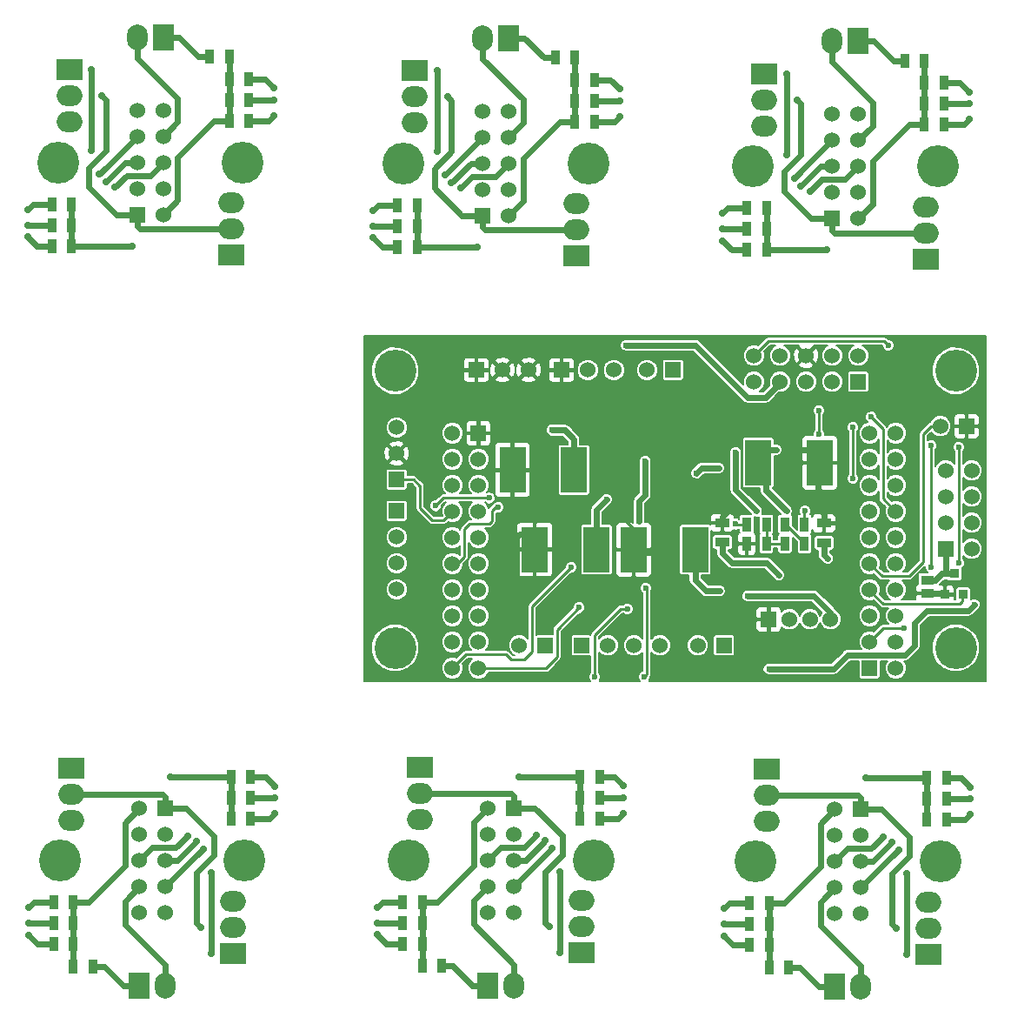
<source format=gbl>
G04 (created by PCBNEW (2013-may-18)-stable) date Чт 26 май 2016 23:42:55*
%MOIN*%
G04 Gerber Fmt 3.4, Leading zero omitted, Abs format*
%FSLAX34Y34*%
G01*
G70*
G90*
G04 APERTURE LIST*
%ADD10C,0.00590551*%
%ADD11R,0.035X0.055*%
%ADD12R,0.0984252X0.0787402*%
%ADD13O,0.0984252X0.0787402*%
%ADD14R,0.0787402X0.0984252*%
%ADD15O,0.0787402X0.0984252*%
%ADD16R,0.06X0.06*%
%ADD17C,0.06*%
%ADD18C,0.16*%
%ADD19R,0.1004X0.1732*%
%ADD20R,0.055X0.035*%
%ADD21R,0.05X0.038*%
%ADD22R,0.036X0.036*%
%ADD23C,0.023622*%
%ADD24C,0.0275591*%
%ADD25C,0.023622*%
%ADD26C,0.01*%
%ADD27C,0.00787402*%
G04 APERTURE END LIST*
G54D10*
G54D11*
X35600Y-51350D03*
X34850Y-51350D03*
X35600Y-52150D03*
X34850Y-52150D03*
X35600Y-52950D03*
X34850Y-52950D03*
X41650Y-48150D03*
X42400Y-48150D03*
X41650Y-47350D03*
X42400Y-47350D03*
X41650Y-46550D03*
X42400Y-46550D03*
X36350Y-53800D03*
X35600Y-53800D03*
G54D12*
X35525Y-46200D03*
G54D13*
X35525Y-47200D03*
X35525Y-48200D03*
G54D12*
X41725Y-53300D03*
G54D13*
X41725Y-52300D03*
X41725Y-51300D03*
G54D14*
X38125Y-54550D03*
G54D15*
X39125Y-54550D03*
G54D16*
X39125Y-47750D03*
G54D17*
X38125Y-47750D03*
X39125Y-48750D03*
X38125Y-48750D03*
X39125Y-49750D03*
X38125Y-49750D03*
X39125Y-50750D03*
X38125Y-50750D03*
X39125Y-51750D03*
X38125Y-51750D03*
G54D18*
X35081Y-49750D03*
X42168Y-49750D03*
X55543Y-49725D03*
X48456Y-49725D03*
G54D16*
X52500Y-47725D03*
G54D17*
X51500Y-47725D03*
X52500Y-48725D03*
X51500Y-48725D03*
X52500Y-49725D03*
X51500Y-49725D03*
X52500Y-50725D03*
X51500Y-50725D03*
X52500Y-51725D03*
X51500Y-51725D03*
G54D14*
X51500Y-54525D03*
G54D15*
X52500Y-54525D03*
G54D12*
X55100Y-53275D03*
G54D13*
X55100Y-52275D03*
X55100Y-51275D03*
G54D12*
X48900Y-46175D03*
G54D13*
X48900Y-47175D03*
X48900Y-48175D03*
G54D11*
X49725Y-53775D03*
X48975Y-53775D03*
X55025Y-46525D03*
X55775Y-46525D03*
X55025Y-47325D03*
X55775Y-47325D03*
X55025Y-48125D03*
X55775Y-48125D03*
X48975Y-52925D03*
X48225Y-52925D03*
X48975Y-52125D03*
X48225Y-52125D03*
X48975Y-51325D03*
X48225Y-51325D03*
X62275Y-51375D03*
X61525Y-51375D03*
X62275Y-52175D03*
X61525Y-52175D03*
X62275Y-52975D03*
X61525Y-52975D03*
X68325Y-48175D03*
X69075Y-48175D03*
X68325Y-47375D03*
X69075Y-47375D03*
X68325Y-46575D03*
X69075Y-46575D03*
X63025Y-53825D03*
X62275Y-53825D03*
G54D12*
X62200Y-46225D03*
G54D13*
X62200Y-47225D03*
X62200Y-48225D03*
G54D12*
X68400Y-53325D03*
G54D13*
X68400Y-52325D03*
X68400Y-51325D03*
G54D14*
X64800Y-54575D03*
G54D15*
X65800Y-54575D03*
G54D16*
X65800Y-47775D03*
G54D17*
X64800Y-47775D03*
X65800Y-48775D03*
X64800Y-48775D03*
X65800Y-49775D03*
X64800Y-49775D03*
X65800Y-50775D03*
X64800Y-50775D03*
X65800Y-51775D03*
X64800Y-51775D03*
G54D18*
X61756Y-49775D03*
X68843Y-49775D03*
G54D11*
X41575Y-21400D03*
X42325Y-21400D03*
X41575Y-20600D03*
X42325Y-20600D03*
X41575Y-19800D03*
X42325Y-19800D03*
X35525Y-24600D03*
X34775Y-24600D03*
X35525Y-25400D03*
X34775Y-25400D03*
X35525Y-26200D03*
X34775Y-26200D03*
X40825Y-18950D03*
X41575Y-18950D03*
G54D12*
X41650Y-26550D03*
G54D13*
X41650Y-25550D03*
X41650Y-24550D03*
G54D12*
X35450Y-19450D03*
G54D13*
X35450Y-20450D03*
X35450Y-21450D03*
G54D14*
X39050Y-18200D03*
G54D15*
X38050Y-18200D03*
G54D16*
X38050Y-25000D03*
G54D17*
X39050Y-25000D03*
X38050Y-24000D03*
X39050Y-24000D03*
X38050Y-23000D03*
X39050Y-23000D03*
X38050Y-22000D03*
X39050Y-22000D03*
X38050Y-21000D03*
X39050Y-21000D03*
G54D18*
X42093Y-23000D03*
X35006Y-23000D03*
X48256Y-23025D03*
X55343Y-23025D03*
G54D16*
X51300Y-25025D03*
G54D17*
X52300Y-25025D03*
X51300Y-24025D03*
X52300Y-24025D03*
X51300Y-23025D03*
X52300Y-23025D03*
X51300Y-22025D03*
X52300Y-22025D03*
X51300Y-21025D03*
X52300Y-21025D03*
G54D14*
X52300Y-18225D03*
G54D15*
X51300Y-18225D03*
G54D12*
X48700Y-19475D03*
G54D13*
X48700Y-20475D03*
X48700Y-21475D03*
G54D12*
X54900Y-26575D03*
G54D13*
X54900Y-25575D03*
X54900Y-24575D03*
G54D11*
X54075Y-18975D03*
X54825Y-18975D03*
X48775Y-26225D03*
X48025Y-26225D03*
X48775Y-25425D03*
X48025Y-25425D03*
X48775Y-24625D03*
X48025Y-24625D03*
X54825Y-19825D03*
X55575Y-19825D03*
X54825Y-20625D03*
X55575Y-20625D03*
X54825Y-21425D03*
X55575Y-21425D03*
X68225Y-21550D03*
X68975Y-21550D03*
X68225Y-20750D03*
X68975Y-20750D03*
X68225Y-19950D03*
X68975Y-19950D03*
X62175Y-24750D03*
X61425Y-24750D03*
X62175Y-25550D03*
X61425Y-25550D03*
X62175Y-26350D03*
X61425Y-26350D03*
X67475Y-19100D03*
X68225Y-19100D03*
G54D12*
X68300Y-26700D03*
G54D13*
X68300Y-25700D03*
X68300Y-24700D03*
G54D12*
X62100Y-19600D03*
G54D13*
X62100Y-20600D03*
X62100Y-21600D03*
G54D14*
X65700Y-18350D03*
G54D15*
X64700Y-18350D03*
G54D16*
X64700Y-25150D03*
G54D17*
X65700Y-25150D03*
X64700Y-24150D03*
X65700Y-24150D03*
X64700Y-23150D03*
X65700Y-23150D03*
X64700Y-22150D03*
X65700Y-22150D03*
X64700Y-21150D03*
X65700Y-21150D03*
G54D18*
X68743Y-23150D03*
X61656Y-23150D03*
G54D19*
X55661Y-37820D03*
X53299Y-37820D03*
G54D11*
X62886Y-36853D03*
X63636Y-36853D03*
X62179Y-37601D03*
X61429Y-37601D03*
X62179Y-36853D03*
X61429Y-36853D03*
X62886Y-37601D03*
X63636Y-37601D03*
G54D20*
X60485Y-37543D03*
X60485Y-36793D03*
X64383Y-36813D03*
X64383Y-37563D03*
G54D16*
X51050Y-30950D03*
G54D17*
X52050Y-30950D03*
X53050Y-30950D03*
G54D16*
X58600Y-30950D03*
G54D17*
X57600Y-30950D03*
G54D16*
X51137Y-33367D03*
G54D17*
X50137Y-33367D03*
X51137Y-34367D03*
X50137Y-34367D03*
X51137Y-35367D03*
X50137Y-35367D03*
X51137Y-36367D03*
X50137Y-36367D03*
X51137Y-37367D03*
X50137Y-37367D03*
X51137Y-38367D03*
X50137Y-38367D03*
X51137Y-39367D03*
X50137Y-39367D03*
X51137Y-40367D03*
X50137Y-40367D03*
X51137Y-41367D03*
X50137Y-41367D03*
X51137Y-42367D03*
X50137Y-42367D03*
G54D16*
X66137Y-42367D03*
G54D17*
X67137Y-42367D03*
X66137Y-41367D03*
X67137Y-41367D03*
X66137Y-40367D03*
X67137Y-40367D03*
X66137Y-39367D03*
X67137Y-39367D03*
X66137Y-38367D03*
X67137Y-38367D03*
X66137Y-37367D03*
X67137Y-37367D03*
X66137Y-36367D03*
X67137Y-36367D03*
X66137Y-35367D03*
X67137Y-35367D03*
X66137Y-34367D03*
X67137Y-34367D03*
X66137Y-33367D03*
X67137Y-33367D03*
G54D16*
X54325Y-30950D03*
G54D17*
X55325Y-30950D03*
X56325Y-30950D03*
G54D16*
X62268Y-40500D03*
G54D17*
X63056Y-40500D03*
X63843Y-40500D03*
X64631Y-40500D03*
G54D16*
X69050Y-37800D03*
G54D17*
X70050Y-37800D03*
X69050Y-36800D03*
X70050Y-36800D03*
X69050Y-35800D03*
X70050Y-35800D03*
X69050Y-34800D03*
X70050Y-34800D03*
G54D18*
X69450Y-30970D03*
X69450Y-41600D03*
X47950Y-41600D03*
X47950Y-30970D03*
G54D16*
X65700Y-31400D03*
G54D17*
X65700Y-30400D03*
X64700Y-31400D03*
X64700Y-30400D03*
X63700Y-31400D03*
X63700Y-30400D03*
X62700Y-31400D03*
X62700Y-30400D03*
X61700Y-31400D03*
X61700Y-30400D03*
G54D21*
X68350Y-39000D03*
X68350Y-39500D03*
G54D19*
X59451Y-37830D03*
X57089Y-37830D03*
X61869Y-34500D03*
X64231Y-34500D03*
X54801Y-34780D03*
X52439Y-34780D03*
G54D16*
X48000Y-35150D03*
G54D17*
X48000Y-34150D03*
X48000Y-33150D03*
G54D22*
X69025Y-39550D03*
X69725Y-39550D03*
X69375Y-38750D03*
G54D16*
X48000Y-36350D03*
G54D17*
X48000Y-37350D03*
X48000Y-38350D03*
X48000Y-39350D03*
G54D16*
X60550Y-41500D03*
G54D17*
X59550Y-41500D03*
G54D16*
X69850Y-33100D03*
G54D17*
X68850Y-33100D03*
G54D16*
X53700Y-41500D03*
G54D17*
X52700Y-41500D03*
G54D16*
X55100Y-41500D03*
G54D17*
X56100Y-41500D03*
X57100Y-41500D03*
X58100Y-41500D03*
G54D23*
X53950Y-33250D03*
X60380Y-39410D03*
X70140Y-39930D03*
X62275Y-42400D03*
X56800Y-30000D03*
G54D24*
X39325Y-46550D03*
X52700Y-46525D03*
X66000Y-46575D03*
X37850Y-26200D03*
X51100Y-26225D03*
X64500Y-26350D03*
X40475Y-52300D03*
X53850Y-52275D03*
X67150Y-52325D03*
X36700Y-20450D03*
X49950Y-20475D03*
X63350Y-20600D03*
G54D23*
X58420Y-34190D03*
X58010Y-37940D03*
X59800Y-35660D03*
X56600Y-41000D03*
X54400Y-41500D03*
X51950Y-39450D03*
X52600Y-37850D03*
X65140Y-41200D03*
X61030Y-40510D03*
X61300Y-42300D03*
X61150Y-32940D03*
X60140Y-33950D03*
X59810Y-31600D03*
X58860Y-32550D03*
X56780Y-35730D03*
X55710Y-34360D03*
X50600Y-32100D03*
X63600Y-34000D03*
X60650Y-36400D03*
X64250Y-36350D03*
X55600Y-32425D03*
G54D24*
X40325Y-49000D03*
X53700Y-48975D03*
X67000Y-49025D03*
X36850Y-23750D03*
X50100Y-23775D03*
X63500Y-23900D03*
X39975Y-48800D03*
X53350Y-48775D03*
X66650Y-48825D03*
X37200Y-23950D03*
X50450Y-23975D03*
X63850Y-24100D03*
X40575Y-49300D03*
X53950Y-49275D03*
X67250Y-49325D03*
X36600Y-23450D03*
X49850Y-23475D03*
X63250Y-23600D03*
X33875Y-51550D03*
X47250Y-51525D03*
X60550Y-51575D03*
X43300Y-21200D03*
X56550Y-21225D03*
X69950Y-21350D03*
X33875Y-52600D03*
X47250Y-52575D03*
X60550Y-52625D03*
X43300Y-20150D03*
X56550Y-20175D03*
X69950Y-20300D03*
X33875Y-52150D03*
X47250Y-52125D03*
X60550Y-52175D03*
X43300Y-20600D03*
X56550Y-20625D03*
X69950Y-20750D03*
G54D23*
X64521Y-38172D03*
X61450Y-39600D03*
X57300Y-36750D03*
X57530Y-34450D03*
X62550Y-34000D03*
X62950Y-36350D03*
X62651Y-38802D03*
G54D24*
X40875Y-53300D03*
X40875Y-50200D03*
X54250Y-50175D03*
X54250Y-53275D03*
X67550Y-53325D03*
X67550Y-50225D03*
X36300Y-19450D03*
X36300Y-22550D03*
X49550Y-22575D03*
X49550Y-19475D03*
X62950Y-19600D03*
X62950Y-22700D03*
G54D23*
X56850Y-40100D03*
X55600Y-42700D03*
X57500Y-42700D03*
X57550Y-39300D03*
X54700Y-38500D03*
X55000Y-40050D03*
G54D24*
X43325Y-46900D03*
X56700Y-46875D03*
X70000Y-46925D03*
X33850Y-25850D03*
X47100Y-25875D03*
X60500Y-26000D03*
G54D23*
X65500Y-33150D03*
X65500Y-35100D03*
X66200Y-32750D03*
X64200Y-33400D03*
X64200Y-32500D03*
X67450Y-40850D03*
G54D24*
X43325Y-47350D03*
X56700Y-47325D03*
X70000Y-47375D03*
X33850Y-25400D03*
X47100Y-25425D03*
X60500Y-25550D03*
G54D23*
X69550Y-38350D03*
X69550Y-33900D03*
X66850Y-30000D03*
X68500Y-38500D03*
X68500Y-33850D03*
G54D24*
X43325Y-47950D03*
X56700Y-47925D03*
X70000Y-47975D03*
X33850Y-24800D03*
X47100Y-24825D03*
X60500Y-24950D03*
G54D23*
X61000Y-34100D03*
X61800Y-36350D03*
X51550Y-35850D03*
X49500Y-36150D03*
X63655Y-36342D03*
X61000Y-36850D03*
X51900Y-36200D03*
X55661Y-36550D03*
X56050Y-35900D03*
X59500Y-34900D03*
X60350Y-34700D03*
G54D25*
X53950Y-33250D02*
X54445Y-33250D01*
X54801Y-33606D02*
X54801Y-34780D01*
X54445Y-33250D02*
X54801Y-33606D01*
X59441Y-37950D02*
X59441Y-39001D01*
X59850Y-39410D02*
X60380Y-39410D01*
X59441Y-39001D02*
X59850Y-39410D01*
X62275Y-42400D02*
X64770Y-42400D01*
X69910Y-40160D02*
X70140Y-39930D01*
X68330Y-40160D02*
X69910Y-40160D01*
X67860Y-40630D02*
X68330Y-40160D01*
X67860Y-41490D02*
X67860Y-40630D01*
X67480Y-41870D02*
X67860Y-41490D01*
X65300Y-41870D02*
X67480Y-41870D01*
X64770Y-42400D02*
X65300Y-41870D01*
X62275Y-42400D02*
X62280Y-42400D01*
X62700Y-31400D02*
X62700Y-31450D01*
X59450Y-30000D02*
X56800Y-30000D01*
X61450Y-32000D02*
X59450Y-30000D01*
X62150Y-32000D02*
X61450Y-32000D01*
X62700Y-31450D02*
X62150Y-32000D01*
X39325Y-46550D02*
X41650Y-46550D01*
X38125Y-47750D02*
X37575Y-48300D01*
X36175Y-51350D02*
X35600Y-51350D01*
X37575Y-49950D02*
X36175Y-51350D01*
X37575Y-48300D02*
X37575Y-49950D01*
X35600Y-52950D02*
X35600Y-53800D01*
X35600Y-52150D02*
X35600Y-51350D01*
X35600Y-52950D02*
X35600Y-52150D01*
X41650Y-47350D02*
X41650Y-48150D01*
X41650Y-46550D02*
X41650Y-47350D01*
X55025Y-46525D02*
X55025Y-47325D01*
X55025Y-47325D02*
X55025Y-48125D01*
X48975Y-52925D02*
X48975Y-52125D01*
X48975Y-52125D02*
X48975Y-51325D01*
X48975Y-52925D02*
X48975Y-53775D01*
X50950Y-48275D02*
X50950Y-49925D01*
X50950Y-49925D02*
X49550Y-51325D01*
X49550Y-51325D02*
X48975Y-51325D01*
X51500Y-47725D02*
X50950Y-48275D01*
X52700Y-46525D02*
X55025Y-46525D01*
X66000Y-46575D02*
X68325Y-46575D01*
X64800Y-47775D02*
X64250Y-48325D01*
X62850Y-51375D02*
X62275Y-51375D01*
X64250Y-49975D02*
X62850Y-51375D01*
X64250Y-48325D02*
X64250Y-49975D01*
X62275Y-52975D02*
X62275Y-53825D01*
X62275Y-52175D02*
X62275Y-51375D01*
X62275Y-52975D02*
X62275Y-52175D01*
X68325Y-47375D02*
X68325Y-48175D01*
X68325Y-46575D02*
X68325Y-47375D01*
X37850Y-26200D02*
X35525Y-26200D01*
X39050Y-25000D02*
X39600Y-24450D01*
X41000Y-21400D02*
X41575Y-21400D01*
X39600Y-22800D02*
X41000Y-21400D01*
X39600Y-24450D02*
X39600Y-22800D01*
X41575Y-19800D02*
X41575Y-18950D01*
X41575Y-20600D02*
X41575Y-21400D01*
X41575Y-19800D02*
X41575Y-20600D01*
X35525Y-25400D02*
X35525Y-24600D01*
X35525Y-26200D02*
X35525Y-25400D01*
X48775Y-26225D02*
X48775Y-25425D01*
X48775Y-25425D02*
X48775Y-24625D01*
X54825Y-19825D02*
X54825Y-20625D01*
X54825Y-20625D02*
X54825Y-21425D01*
X54825Y-19825D02*
X54825Y-18975D01*
X52850Y-24475D02*
X52850Y-22825D01*
X52850Y-22825D02*
X54250Y-21425D01*
X54250Y-21425D02*
X54825Y-21425D01*
X52300Y-25025D02*
X52850Y-24475D01*
X51100Y-26225D02*
X48775Y-26225D01*
X64500Y-26350D02*
X62175Y-26350D01*
X65700Y-25150D02*
X66250Y-24600D01*
X67650Y-21550D02*
X68225Y-21550D01*
X66250Y-22950D02*
X67650Y-21550D01*
X66250Y-24600D02*
X66250Y-22950D01*
X68225Y-19950D02*
X68225Y-19100D01*
X68225Y-20750D02*
X68225Y-21550D01*
X68225Y-19950D02*
X68225Y-20750D01*
X62175Y-25550D02*
X62175Y-24750D01*
X62175Y-26350D02*
X62175Y-25550D01*
X40975Y-49550D02*
X40975Y-48800D01*
X40975Y-48800D02*
X39925Y-47750D01*
X39125Y-47750D02*
X39925Y-47750D01*
X35525Y-47200D02*
X39025Y-47200D01*
X39125Y-47300D02*
X39125Y-47750D01*
X39025Y-47200D02*
X39125Y-47300D01*
X40975Y-49550D02*
X40325Y-50200D01*
X40325Y-50200D02*
X40325Y-52150D01*
X40325Y-52150D02*
X40475Y-52300D01*
X53700Y-52125D02*
X53850Y-52275D01*
X53700Y-50175D02*
X53700Y-52125D01*
X54350Y-49525D02*
X53700Y-50175D01*
X52400Y-47175D02*
X52500Y-47275D01*
X52500Y-47275D02*
X52500Y-47725D01*
X48900Y-47175D02*
X52400Y-47175D01*
X52500Y-47725D02*
X53300Y-47725D01*
X54350Y-48775D02*
X53300Y-47725D01*
X54350Y-49525D02*
X54350Y-48775D01*
X67650Y-49575D02*
X67650Y-48825D01*
X67650Y-48825D02*
X66600Y-47775D01*
X65800Y-47775D02*
X66600Y-47775D01*
X62200Y-47225D02*
X65700Y-47225D01*
X65800Y-47325D02*
X65800Y-47775D01*
X65700Y-47225D02*
X65800Y-47325D01*
X67650Y-49575D02*
X67000Y-50225D01*
X67000Y-50225D02*
X67000Y-52175D01*
X67000Y-52175D02*
X67150Y-52325D01*
X36200Y-23200D02*
X36200Y-23950D01*
X36200Y-23950D02*
X37250Y-25000D01*
X38050Y-25000D02*
X37250Y-25000D01*
X41650Y-25550D02*
X38150Y-25550D01*
X38050Y-25450D02*
X38050Y-25000D01*
X38150Y-25550D02*
X38050Y-25450D01*
X36200Y-23200D02*
X36850Y-22550D01*
X36850Y-22550D02*
X36850Y-20600D01*
X36850Y-20600D02*
X36700Y-20450D01*
X50100Y-20625D02*
X49950Y-20475D01*
X50100Y-22575D02*
X50100Y-20625D01*
X49450Y-23225D02*
X50100Y-22575D01*
X51400Y-25575D02*
X51300Y-25475D01*
X51300Y-25475D02*
X51300Y-25025D01*
X54900Y-25575D02*
X51400Y-25575D01*
X51300Y-25025D02*
X50500Y-25025D01*
X49450Y-23975D02*
X50500Y-25025D01*
X49450Y-23225D02*
X49450Y-23975D01*
X62850Y-23350D02*
X62850Y-24100D01*
X62850Y-24100D02*
X63900Y-25150D01*
X64700Y-25150D02*
X63900Y-25150D01*
X68300Y-25700D02*
X64800Y-25700D01*
X64700Y-25600D02*
X64700Y-25150D01*
X64800Y-25700D02*
X64700Y-25600D01*
X62850Y-23350D02*
X63500Y-22700D01*
X63500Y-22700D02*
X63500Y-20750D01*
X63500Y-20750D02*
X63350Y-20600D01*
G54D26*
X58420Y-35660D02*
X58420Y-34190D01*
X58010Y-37940D02*
X58010Y-36040D01*
X58390Y-35660D02*
X58420Y-35660D01*
X58420Y-35660D02*
X59800Y-35660D01*
X58010Y-36040D02*
X58390Y-35660D01*
G54D25*
X52600Y-38800D02*
X52600Y-37850D01*
X51950Y-39450D02*
X52600Y-38800D01*
X52730Y-37220D02*
X53299Y-37220D01*
X52600Y-37850D02*
X52600Y-37350D01*
X52600Y-37350D02*
X52730Y-37220D01*
G54D26*
X61030Y-41190D02*
X65130Y-41190D01*
X65130Y-41190D02*
X65140Y-41200D01*
X61030Y-40510D02*
X61030Y-41190D01*
X61030Y-41190D02*
X61030Y-42030D01*
X62268Y-40500D02*
X61040Y-40500D01*
X61040Y-40500D02*
X61030Y-40510D01*
X61030Y-42030D02*
X61300Y-42300D01*
G54D25*
X58000Y-37950D02*
X58010Y-37940D01*
X57079Y-37950D02*
X58000Y-37950D01*
G54D26*
X61150Y-32940D02*
X60140Y-33950D01*
X58860Y-32550D02*
X59810Y-31600D01*
X63530Y-34000D02*
X62470Y-32940D01*
X62470Y-32940D02*
X61150Y-32940D01*
X61150Y-32940D02*
X59810Y-31600D01*
X63530Y-34000D02*
X63600Y-34000D01*
X57089Y-37830D02*
X57089Y-37039D01*
X56780Y-36730D02*
X56780Y-35730D01*
X57089Y-37039D02*
X56780Y-36730D01*
G54D25*
X68350Y-39500D02*
X68950Y-39500D01*
X68950Y-39500D02*
X69000Y-39550D01*
X64144Y-34094D02*
X64144Y-34700D01*
X64050Y-34000D02*
X64144Y-34094D01*
X63600Y-34000D02*
X64050Y-34000D01*
X64144Y-34700D02*
X64144Y-36244D01*
X64144Y-36244D02*
X64250Y-36350D01*
X60485Y-36793D02*
X60485Y-36564D01*
X60485Y-36564D02*
X60650Y-36400D01*
X64383Y-36813D02*
X64383Y-36483D01*
X64383Y-36483D02*
X64250Y-36350D01*
G54D26*
X62886Y-36853D02*
X62907Y-36853D01*
X63636Y-37583D02*
X63636Y-37601D01*
X62907Y-36853D02*
X63636Y-37583D01*
G54D25*
X39575Y-49750D02*
X39125Y-49750D01*
X40325Y-49000D02*
X39575Y-49750D01*
X53700Y-48975D02*
X52950Y-49725D01*
X52950Y-49725D02*
X52500Y-49725D01*
X66250Y-49775D02*
X65800Y-49775D01*
X67000Y-49025D02*
X66250Y-49775D01*
X37600Y-23000D02*
X38050Y-23000D01*
X36850Y-23750D02*
X37600Y-23000D01*
X50100Y-23775D02*
X50850Y-23025D01*
X50850Y-23025D02*
X51300Y-23025D01*
X64250Y-23150D02*
X64700Y-23150D01*
X63500Y-23900D02*
X64250Y-23150D01*
X39475Y-49250D02*
X39525Y-49250D01*
X39475Y-49250D02*
X38625Y-49250D01*
X38125Y-49750D02*
X38625Y-49250D01*
X39525Y-49250D02*
X39975Y-48800D01*
X52900Y-49225D02*
X53350Y-48775D01*
X51500Y-49725D02*
X52000Y-49225D01*
X52850Y-49225D02*
X52000Y-49225D01*
X52850Y-49225D02*
X52900Y-49225D01*
X66150Y-49275D02*
X66200Y-49275D01*
X66150Y-49275D02*
X65300Y-49275D01*
X64800Y-49775D02*
X65300Y-49275D01*
X66200Y-49275D02*
X66650Y-48825D01*
X37700Y-23500D02*
X37650Y-23500D01*
X37700Y-23500D02*
X38550Y-23500D01*
X39050Y-23000D02*
X38550Y-23500D01*
X37650Y-23500D02*
X37200Y-23950D01*
X50900Y-23525D02*
X50450Y-23975D01*
X52300Y-23025D02*
X51800Y-23525D01*
X50950Y-23525D02*
X51800Y-23525D01*
X50950Y-23525D02*
X50900Y-23525D01*
X64350Y-23650D02*
X64300Y-23650D01*
X64350Y-23650D02*
X65200Y-23650D01*
X65700Y-23150D02*
X65200Y-23650D01*
X64300Y-23650D02*
X63850Y-24100D01*
X39125Y-50750D02*
X40325Y-49550D01*
X40325Y-49550D02*
X40575Y-49300D01*
X53700Y-49525D02*
X53950Y-49275D01*
X52500Y-50725D02*
X53700Y-49525D01*
X65800Y-50775D02*
X67000Y-49575D01*
X67000Y-49575D02*
X67250Y-49325D01*
X38050Y-22000D02*
X36850Y-23200D01*
X36850Y-23200D02*
X36600Y-23450D01*
X50100Y-23225D02*
X49850Y-23475D01*
X51300Y-22025D02*
X50100Y-23225D01*
X64700Y-22150D02*
X63500Y-23350D01*
X63500Y-23350D02*
X63250Y-23600D01*
G54D26*
X62179Y-37601D02*
X62179Y-36853D01*
X62886Y-37601D02*
X62179Y-37601D01*
G54D25*
X34075Y-51350D02*
X34850Y-51350D01*
X33875Y-51550D02*
X34075Y-51350D01*
X47250Y-51525D02*
X47450Y-51325D01*
X47450Y-51325D02*
X48225Y-51325D01*
X60750Y-51375D02*
X61525Y-51375D01*
X60550Y-51575D02*
X60750Y-51375D01*
X43100Y-21400D02*
X42325Y-21400D01*
X43300Y-21200D02*
X43100Y-21400D01*
X56550Y-21225D02*
X56350Y-21425D01*
X56350Y-21425D02*
X55575Y-21425D01*
X69750Y-21550D02*
X68975Y-21550D01*
X69950Y-21350D02*
X69750Y-21550D01*
X34225Y-52950D02*
X34850Y-52950D01*
X33875Y-52600D02*
X34225Y-52950D01*
X47250Y-52575D02*
X47600Y-52925D01*
X47600Y-52925D02*
X48225Y-52925D01*
X60900Y-52975D02*
X61525Y-52975D01*
X60550Y-52625D02*
X60900Y-52975D01*
X42950Y-19800D02*
X42325Y-19800D01*
X43300Y-20150D02*
X42950Y-19800D01*
X56550Y-20175D02*
X56200Y-19825D01*
X56200Y-19825D02*
X55575Y-19825D01*
X69600Y-19950D02*
X68975Y-19950D01*
X69950Y-20300D02*
X69600Y-19950D01*
X33875Y-52150D02*
X34850Y-52150D01*
X47250Y-52125D02*
X48225Y-52125D01*
X60550Y-52175D02*
X61525Y-52175D01*
X43300Y-20600D02*
X42325Y-20600D01*
X56550Y-20625D02*
X55575Y-20625D01*
X69950Y-20750D02*
X68975Y-20750D01*
X64383Y-38035D02*
X64383Y-37563D01*
X64521Y-38172D02*
X64383Y-38035D01*
X64631Y-40231D02*
X64000Y-39600D01*
X64000Y-39600D02*
X61450Y-39600D01*
X64631Y-40231D02*
X64631Y-40500D01*
X57300Y-35960D02*
X57300Y-36750D01*
X57530Y-35730D02*
X57300Y-35960D01*
X57530Y-34450D02*
X57530Y-35730D01*
X62156Y-34094D02*
X62156Y-34700D01*
X62250Y-34000D02*
X62156Y-34094D01*
X62550Y-34000D02*
X62250Y-34000D01*
X62156Y-35556D02*
X62156Y-34700D01*
X62950Y-36350D02*
X62156Y-35556D01*
X60485Y-37543D02*
X60485Y-37956D01*
X60485Y-37956D02*
X60859Y-38330D01*
X60859Y-38330D02*
X62178Y-38330D01*
X62178Y-38330D02*
X62651Y-38802D01*
X40875Y-50200D02*
X40875Y-53300D01*
X54250Y-50175D02*
X54250Y-53275D01*
X67550Y-50225D02*
X67550Y-53325D01*
X36300Y-22550D02*
X36300Y-19450D01*
X49550Y-22575D02*
X49550Y-19475D01*
X62950Y-22700D02*
X62950Y-19600D01*
G54D26*
X56600Y-40100D02*
X56850Y-40100D01*
X55600Y-41100D02*
X56600Y-40100D01*
X55600Y-42700D02*
X55600Y-41100D01*
X66137Y-39367D02*
X66137Y-39387D01*
X66137Y-39387D02*
X66650Y-39900D01*
X66650Y-39900D02*
X69600Y-39900D01*
X69600Y-39900D02*
X69700Y-39800D01*
X69700Y-39800D02*
X69700Y-39550D01*
X57600Y-42600D02*
X57500Y-42700D01*
X57600Y-39350D02*
X57600Y-42600D01*
X57550Y-39300D02*
X57600Y-39350D01*
X50137Y-42367D02*
X50137Y-42362D01*
X53200Y-40000D02*
X54700Y-38500D01*
X53200Y-41750D02*
X53200Y-40000D01*
X52900Y-42050D02*
X53200Y-41750D01*
X52400Y-42050D02*
X52900Y-42050D01*
X52200Y-41850D02*
X52400Y-42050D01*
X50650Y-41850D02*
X52200Y-41850D01*
X50137Y-42362D02*
X50650Y-41850D01*
X48000Y-35150D02*
X48650Y-35150D01*
X49805Y-36700D02*
X50137Y-36367D01*
X49350Y-36700D02*
X49805Y-36700D01*
X48900Y-36250D02*
X49350Y-36700D01*
X48900Y-35400D02*
X48900Y-36250D01*
X48650Y-35150D02*
X48900Y-35400D01*
X51137Y-42367D02*
X53732Y-42367D01*
X54150Y-40900D02*
X55000Y-40050D01*
X54150Y-41950D02*
X54150Y-40900D01*
X53732Y-42367D02*
X54150Y-41950D01*
G54D25*
X42975Y-46550D02*
X42400Y-46550D01*
X43325Y-46900D02*
X42975Y-46550D01*
X56700Y-46875D02*
X56350Y-46525D01*
X56350Y-46525D02*
X55775Y-46525D01*
X69650Y-46575D02*
X69075Y-46575D01*
X70000Y-46925D02*
X69650Y-46575D01*
X34200Y-26200D02*
X34775Y-26200D01*
X33850Y-25850D02*
X34200Y-26200D01*
X47100Y-25875D02*
X47450Y-26225D01*
X47450Y-26225D02*
X48025Y-26225D01*
X60850Y-26350D02*
X61425Y-26350D01*
X60500Y-26000D02*
X60850Y-26350D01*
G54D26*
X65500Y-35100D02*
X65500Y-33150D01*
X66650Y-35880D02*
X67137Y-36367D01*
X66650Y-33200D02*
X66650Y-35880D01*
X66200Y-32750D02*
X66650Y-33200D01*
X64200Y-32500D02*
X64200Y-33400D01*
X66137Y-41367D02*
X66137Y-41362D01*
X66650Y-40850D02*
X67450Y-40850D01*
X66137Y-41362D02*
X66650Y-40850D01*
G54D25*
X69050Y-38750D02*
X69350Y-38750D01*
X69050Y-38750D02*
X69050Y-38700D01*
X69050Y-38700D02*
X69050Y-38750D01*
X68900Y-38750D02*
X69050Y-38750D01*
X68650Y-39000D02*
X68900Y-38750D01*
X69050Y-37800D02*
X69050Y-38750D01*
X68350Y-39000D02*
X68650Y-39000D01*
X43325Y-47350D02*
X42400Y-47350D01*
X56700Y-47325D02*
X55775Y-47325D01*
X70000Y-47375D02*
X69075Y-47375D01*
X33850Y-25400D02*
X34775Y-25400D01*
X47100Y-25425D02*
X48025Y-25425D01*
X60500Y-25550D02*
X61425Y-25550D01*
G54D26*
X69550Y-38350D02*
X69550Y-36500D01*
X69550Y-36500D02*
X69550Y-33900D01*
X66850Y-30000D02*
X66700Y-29850D01*
X66700Y-29850D02*
X62250Y-29850D01*
X61700Y-30400D02*
X62250Y-29850D01*
X68500Y-33850D02*
X68500Y-38500D01*
X68850Y-33100D02*
X68500Y-33100D01*
X66619Y-38850D02*
X66137Y-38367D01*
X67650Y-38850D02*
X66619Y-38850D01*
X68200Y-38300D02*
X67650Y-38850D01*
X68200Y-33400D02*
X68200Y-38300D01*
X68500Y-33100D02*
X68200Y-33400D01*
G54D25*
X43125Y-48150D02*
X42400Y-48150D01*
X43325Y-47950D02*
X43125Y-48150D01*
X56700Y-47925D02*
X56500Y-48125D01*
X56500Y-48125D02*
X55775Y-48125D01*
X69800Y-48175D02*
X69075Y-48175D01*
X70000Y-47975D02*
X69800Y-48175D01*
X34050Y-24600D02*
X34775Y-24600D01*
X33850Y-24800D02*
X34050Y-24600D01*
X47100Y-24825D02*
X47300Y-24625D01*
X47300Y-24625D02*
X48025Y-24625D01*
X60700Y-24750D02*
X61425Y-24750D01*
X60500Y-24950D02*
X60700Y-24750D01*
X61000Y-35550D02*
X61000Y-34100D01*
X61800Y-36350D02*
X61000Y-35550D01*
G54D26*
X49800Y-35850D02*
X51550Y-35850D01*
X49500Y-36150D02*
X49800Y-35850D01*
G54D25*
X38125Y-50750D02*
X37675Y-51200D01*
X39125Y-53750D02*
X39125Y-54550D01*
X37575Y-52200D02*
X39125Y-53750D01*
X37575Y-51300D02*
X37575Y-52200D01*
X37675Y-51200D02*
X37575Y-51300D01*
X51050Y-51175D02*
X50950Y-51275D01*
X50950Y-51275D02*
X50950Y-52175D01*
X50950Y-52175D02*
X52500Y-53725D01*
X52500Y-53725D02*
X52500Y-54525D01*
X51500Y-50725D02*
X51050Y-51175D01*
X64800Y-50775D02*
X64350Y-51225D01*
X65800Y-53775D02*
X65800Y-54575D01*
X64250Y-52225D02*
X65800Y-53775D01*
X64250Y-51325D02*
X64250Y-52225D01*
X64350Y-51225D02*
X64250Y-51325D01*
X39050Y-22000D02*
X39500Y-21550D01*
X38050Y-19000D02*
X38050Y-18200D01*
X39600Y-20550D02*
X38050Y-19000D01*
X39600Y-21450D02*
X39600Y-20550D01*
X39500Y-21550D02*
X39600Y-21450D01*
X52750Y-21575D02*
X52850Y-21475D01*
X52850Y-21475D02*
X52850Y-20575D01*
X52850Y-20575D02*
X51300Y-19025D01*
X51300Y-19025D02*
X51300Y-18225D01*
X52300Y-22025D02*
X52750Y-21575D01*
X65700Y-22150D02*
X66150Y-21700D01*
X64700Y-19150D02*
X64700Y-18350D01*
X66250Y-20700D02*
X64700Y-19150D01*
X66250Y-21600D02*
X66250Y-20700D01*
X66150Y-21700D02*
X66250Y-21600D01*
X38125Y-54550D02*
X37525Y-54550D01*
X36775Y-53800D02*
X36350Y-53800D01*
X37525Y-54550D02*
X36775Y-53800D01*
X50900Y-54525D02*
X50150Y-53775D01*
X50150Y-53775D02*
X49725Y-53775D01*
X51500Y-54525D02*
X50900Y-54525D01*
X64800Y-54575D02*
X64200Y-54575D01*
X63450Y-53825D02*
X63025Y-53825D01*
X64200Y-54575D02*
X63450Y-53825D01*
X39050Y-18200D02*
X39650Y-18200D01*
X40400Y-18950D02*
X40825Y-18950D01*
X39650Y-18200D02*
X40400Y-18950D01*
X52900Y-18225D02*
X53650Y-18975D01*
X53650Y-18975D02*
X54075Y-18975D01*
X52300Y-18225D02*
X52900Y-18225D01*
X65700Y-18350D02*
X66300Y-18350D01*
X67050Y-19100D02*
X67475Y-19100D01*
X66300Y-18350D02*
X67050Y-19100D01*
G54D26*
X63636Y-36360D02*
X63636Y-36853D01*
X63655Y-36342D02*
X63636Y-36360D01*
X51550Y-36850D02*
X51650Y-36750D01*
X50332Y-38367D02*
X50600Y-38100D01*
X50600Y-38100D02*
X50600Y-37050D01*
X50600Y-37050D02*
X50800Y-36850D01*
X50800Y-36850D02*
X51550Y-36850D01*
X50137Y-38367D02*
X50332Y-38367D01*
X61003Y-36853D02*
X61429Y-36853D01*
X61000Y-36850D02*
X61003Y-36853D01*
X51800Y-36200D02*
X51900Y-36200D01*
X51650Y-36350D02*
X51800Y-36200D01*
X51650Y-36750D02*
X51650Y-36350D01*
G54D25*
X55661Y-37820D02*
X55661Y-36550D01*
X55661Y-36550D02*
X55661Y-36289D01*
X55661Y-36289D02*
X56050Y-35900D01*
X59500Y-34900D02*
X59700Y-34700D01*
X59700Y-34700D02*
X60350Y-34700D01*
G54D10*
G36*
X68397Y-39539D02*
X68389Y-39539D01*
X68389Y-39547D01*
X68310Y-39547D01*
X68310Y-39539D01*
X67952Y-39539D01*
X67903Y-39588D01*
X67903Y-39651D01*
X67903Y-39729D01*
X67904Y-39731D01*
X67350Y-39731D01*
X67373Y-39722D01*
X67491Y-39604D01*
X67555Y-39451D01*
X67555Y-39284D01*
X67492Y-39131D01*
X67379Y-39018D01*
X67649Y-39018D01*
X67650Y-39018D01*
X67650Y-39018D01*
X67714Y-39005D01*
X67768Y-38968D01*
X68263Y-38473D01*
X68263Y-38546D01*
X68299Y-38633D01*
X68357Y-38691D01*
X68076Y-38691D01*
X68033Y-38709D01*
X67999Y-38743D01*
X67981Y-38786D01*
X67981Y-38833D01*
X67981Y-39149D01*
X67933Y-39198D01*
X67903Y-39270D01*
X67903Y-39348D01*
X67903Y-39411D01*
X67952Y-39460D01*
X68310Y-39460D01*
X68310Y-39452D01*
X68389Y-39452D01*
X68389Y-39460D01*
X68397Y-39460D01*
X68397Y-39539D01*
X68397Y-39539D01*
G37*
G54D27*
X68397Y-39539D02*
X68389Y-39539D01*
X68389Y-39547D01*
X68310Y-39547D01*
X68310Y-39539D01*
X67952Y-39539D01*
X67903Y-39588D01*
X67903Y-39651D01*
X67903Y-39729D01*
X67904Y-39731D01*
X67350Y-39731D01*
X67373Y-39722D01*
X67491Y-39604D01*
X67555Y-39451D01*
X67555Y-39284D01*
X67492Y-39131D01*
X67379Y-39018D01*
X67649Y-39018D01*
X67650Y-39018D01*
X67650Y-39018D01*
X67714Y-39005D01*
X67768Y-38968D01*
X68263Y-38473D01*
X68263Y-38546D01*
X68299Y-38633D01*
X68357Y-38691D01*
X68076Y-38691D01*
X68033Y-38709D01*
X67999Y-38743D01*
X67981Y-38786D01*
X67981Y-38833D01*
X67981Y-39149D01*
X67933Y-39198D01*
X67903Y-39270D01*
X67903Y-39348D01*
X67903Y-39411D01*
X67952Y-39460D01*
X68310Y-39460D01*
X68310Y-39452D01*
X68389Y-39452D01*
X68389Y-39460D01*
X68397Y-39460D01*
X68397Y-39539D01*
G54D10*
G36*
X70602Y-42852D02*
X70468Y-42852D01*
X70468Y-37717D01*
X70404Y-37563D01*
X70287Y-37445D01*
X70133Y-37381D01*
X69967Y-37381D01*
X69813Y-37445D01*
X69718Y-37540D01*
X69718Y-37059D01*
X69812Y-37154D01*
X69966Y-37218D01*
X70132Y-37218D01*
X70286Y-37154D01*
X70404Y-37037D01*
X70468Y-36883D01*
X70468Y-36717D01*
X70404Y-36563D01*
X70287Y-36445D01*
X70133Y-36381D01*
X69967Y-36381D01*
X69813Y-36445D01*
X69718Y-36540D01*
X69718Y-36500D01*
X69718Y-36059D01*
X69812Y-36154D01*
X69966Y-36218D01*
X70132Y-36218D01*
X70286Y-36154D01*
X70404Y-36037D01*
X70468Y-35883D01*
X70468Y-35717D01*
X70404Y-35563D01*
X70287Y-35445D01*
X70133Y-35381D01*
X69967Y-35381D01*
X69813Y-35445D01*
X69718Y-35540D01*
X69718Y-35059D01*
X69812Y-35154D01*
X69966Y-35218D01*
X70132Y-35218D01*
X70286Y-35154D01*
X70404Y-35037D01*
X70468Y-34883D01*
X70468Y-34717D01*
X70404Y-34563D01*
X70368Y-34527D01*
X70368Y-30788D01*
X70228Y-30450D01*
X69970Y-30192D01*
X69633Y-30052D01*
X69268Y-30051D01*
X68930Y-30191D01*
X68672Y-30449D01*
X68532Y-30786D01*
X68531Y-31151D01*
X68671Y-31489D01*
X68929Y-31747D01*
X69266Y-31888D01*
X69631Y-31888D01*
X69969Y-31748D01*
X70227Y-31490D01*
X70367Y-31153D01*
X70368Y-30788D01*
X70368Y-34527D01*
X70346Y-34505D01*
X70346Y-33361D01*
X70346Y-32838D01*
X70346Y-32760D01*
X70316Y-32688D01*
X70261Y-32633D01*
X70188Y-32603D01*
X69938Y-32603D01*
X69889Y-32652D01*
X69889Y-33060D01*
X70297Y-33060D01*
X70346Y-33011D01*
X70346Y-32838D01*
X70346Y-33361D01*
X70346Y-33188D01*
X70297Y-33139D01*
X69889Y-33139D01*
X69889Y-33547D01*
X69938Y-33596D01*
X70188Y-33596D01*
X70261Y-33566D01*
X70316Y-33511D01*
X70346Y-33439D01*
X70346Y-33361D01*
X70346Y-34505D01*
X70287Y-34445D01*
X70133Y-34381D01*
X69967Y-34381D01*
X69813Y-34445D01*
X69810Y-34448D01*
X69810Y-33547D01*
X69810Y-33139D01*
X69810Y-33060D01*
X69810Y-32652D01*
X69761Y-32603D01*
X69511Y-32603D01*
X69438Y-32633D01*
X69383Y-32688D01*
X69353Y-32760D01*
X69353Y-32838D01*
X69353Y-33011D01*
X69402Y-33060D01*
X69810Y-33060D01*
X69810Y-33139D01*
X69402Y-33139D01*
X69353Y-33188D01*
X69353Y-33361D01*
X69353Y-33439D01*
X69383Y-33511D01*
X69438Y-33566D01*
X69511Y-33596D01*
X69761Y-33596D01*
X69810Y-33547D01*
X69810Y-34448D01*
X69718Y-34540D01*
X69718Y-34065D01*
X69750Y-34033D01*
X69786Y-33947D01*
X69786Y-33853D01*
X69750Y-33766D01*
X69683Y-33699D01*
X69597Y-33663D01*
X69503Y-33663D01*
X69416Y-33699D01*
X69349Y-33766D01*
X69313Y-33852D01*
X69313Y-33946D01*
X69349Y-34033D01*
X69381Y-34065D01*
X69381Y-34540D01*
X69287Y-34445D01*
X69133Y-34381D01*
X68967Y-34381D01*
X68813Y-34445D01*
X68695Y-34562D01*
X68668Y-34629D01*
X68668Y-34015D01*
X68700Y-33983D01*
X68736Y-33897D01*
X68736Y-33803D01*
X68700Y-33716D01*
X68633Y-33649D01*
X68547Y-33613D01*
X68453Y-33613D01*
X68368Y-33648D01*
X68368Y-33469D01*
X68498Y-33339D01*
X68612Y-33454D01*
X68766Y-33518D01*
X68932Y-33518D01*
X69086Y-33454D01*
X69204Y-33337D01*
X69268Y-33183D01*
X69268Y-33017D01*
X69204Y-32863D01*
X69087Y-32745D01*
X68933Y-32681D01*
X68767Y-32681D01*
X68613Y-32745D01*
X68495Y-32862D01*
X68464Y-32939D01*
X68464Y-32939D01*
X68435Y-32944D01*
X68381Y-32981D01*
X68381Y-32981D01*
X68081Y-33281D01*
X68044Y-33335D01*
X68031Y-33400D01*
X68031Y-33400D01*
X68031Y-38230D01*
X67580Y-38681D01*
X67414Y-38681D01*
X67491Y-38604D01*
X67555Y-38451D01*
X67555Y-38284D01*
X67555Y-37284D01*
X67555Y-36284D01*
X67492Y-36131D01*
X67374Y-36013D01*
X67220Y-35949D01*
X67054Y-35949D01*
X66985Y-35978D01*
X66818Y-35810D01*
X66818Y-35639D01*
X66900Y-35721D01*
X67053Y-35785D01*
X67220Y-35785D01*
X67373Y-35722D01*
X67491Y-35604D01*
X67555Y-35451D01*
X67555Y-35284D01*
X67492Y-35131D01*
X67374Y-35013D01*
X67220Y-34949D01*
X67054Y-34949D01*
X66900Y-35013D01*
X66818Y-35095D01*
X66818Y-34639D01*
X66900Y-34721D01*
X67053Y-34785D01*
X67220Y-34785D01*
X67373Y-34722D01*
X67491Y-34604D01*
X67555Y-34451D01*
X67555Y-34284D01*
X67492Y-34131D01*
X67374Y-34013D01*
X67220Y-33949D01*
X67054Y-33949D01*
X66900Y-34013D01*
X66818Y-34095D01*
X66818Y-33639D01*
X66900Y-33721D01*
X67053Y-33785D01*
X67220Y-33785D01*
X67373Y-33722D01*
X67491Y-33604D01*
X67555Y-33451D01*
X67555Y-33284D01*
X67492Y-33131D01*
X67374Y-33013D01*
X67220Y-32949D01*
X67086Y-32949D01*
X67086Y-29953D01*
X67050Y-29866D01*
X66983Y-29799D01*
X66897Y-29763D01*
X66851Y-29763D01*
X66818Y-29731D01*
X66764Y-29694D01*
X66700Y-29681D01*
X66699Y-29681D01*
X62250Y-29681D01*
X62185Y-29694D01*
X62131Y-29731D01*
X62131Y-29731D01*
X61851Y-30010D01*
X61783Y-29981D01*
X61617Y-29981D01*
X61463Y-30045D01*
X61345Y-30162D01*
X61281Y-30316D01*
X61281Y-30482D01*
X61345Y-30636D01*
X61462Y-30754D01*
X61616Y-30818D01*
X61782Y-30818D01*
X61936Y-30754D01*
X62054Y-30637D01*
X62118Y-30483D01*
X62118Y-30317D01*
X62089Y-30248D01*
X62319Y-30018D01*
X62529Y-30018D01*
X62463Y-30045D01*
X62345Y-30162D01*
X62281Y-30316D01*
X62281Y-30482D01*
X62345Y-30636D01*
X62462Y-30754D01*
X62616Y-30818D01*
X62782Y-30818D01*
X62936Y-30754D01*
X63054Y-30637D01*
X63118Y-30483D01*
X63118Y-30317D01*
X63054Y-30163D01*
X62937Y-30045D01*
X62870Y-30018D01*
X63417Y-30018D01*
X63405Y-30049D01*
X63700Y-30344D01*
X63994Y-30049D01*
X63982Y-30018D01*
X64529Y-30018D01*
X64463Y-30045D01*
X64345Y-30162D01*
X64281Y-30316D01*
X64281Y-30482D01*
X64345Y-30636D01*
X64462Y-30754D01*
X64616Y-30818D01*
X64782Y-30818D01*
X64936Y-30754D01*
X65054Y-30637D01*
X65118Y-30483D01*
X65118Y-30317D01*
X65054Y-30163D01*
X64937Y-30045D01*
X64870Y-30018D01*
X65529Y-30018D01*
X65463Y-30045D01*
X65345Y-30162D01*
X65281Y-30316D01*
X65281Y-30482D01*
X65345Y-30636D01*
X65462Y-30754D01*
X65616Y-30818D01*
X65782Y-30818D01*
X65936Y-30754D01*
X66054Y-30637D01*
X66118Y-30483D01*
X66118Y-30317D01*
X66054Y-30163D01*
X65937Y-30045D01*
X65870Y-30018D01*
X66613Y-30018D01*
X66613Y-30046D01*
X66649Y-30133D01*
X66716Y-30200D01*
X66802Y-30236D01*
X66896Y-30236D01*
X66983Y-30200D01*
X67050Y-30133D01*
X67086Y-30047D01*
X67086Y-29953D01*
X67086Y-32949D01*
X67054Y-32949D01*
X66900Y-33013D01*
X66794Y-33119D01*
X66768Y-33081D01*
X66436Y-32748D01*
X66436Y-32703D01*
X66400Y-32616D01*
X66333Y-32549D01*
X66247Y-32513D01*
X66153Y-32513D01*
X66118Y-32528D01*
X66118Y-31676D01*
X66118Y-31076D01*
X66100Y-31033D01*
X66066Y-30999D01*
X66023Y-30981D01*
X65976Y-30981D01*
X65376Y-30981D01*
X65333Y-30999D01*
X65299Y-31033D01*
X65281Y-31076D01*
X65281Y-31123D01*
X65281Y-31723D01*
X65299Y-31766D01*
X65333Y-31800D01*
X65376Y-31818D01*
X65423Y-31818D01*
X66023Y-31818D01*
X66066Y-31800D01*
X66100Y-31766D01*
X66118Y-31723D01*
X66118Y-31676D01*
X66118Y-32528D01*
X66066Y-32549D01*
X65999Y-32616D01*
X65963Y-32702D01*
X65963Y-32796D01*
X65999Y-32883D01*
X66065Y-32949D01*
X66054Y-32949D01*
X65900Y-33013D01*
X65783Y-33130D01*
X65719Y-33284D01*
X65719Y-33450D01*
X65782Y-33604D01*
X65900Y-33721D01*
X66053Y-33785D01*
X66220Y-33785D01*
X66373Y-33722D01*
X66481Y-33614D01*
X66481Y-34120D01*
X66374Y-34013D01*
X66220Y-33949D01*
X66054Y-33949D01*
X65900Y-34013D01*
X65783Y-34130D01*
X65719Y-34284D01*
X65719Y-34450D01*
X65782Y-34604D01*
X65900Y-34721D01*
X66053Y-34785D01*
X66220Y-34785D01*
X66373Y-34722D01*
X66481Y-34614D01*
X66481Y-35120D01*
X66374Y-35013D01*
X66220Y-34949D01*
X66054Y-34949D01*
X65900Y-35013D01*
X65783Y-35130D01*
X65736Y-35243D01*
X65736Y-35053D01*
X65700Y-34966D01*
X65668Y-34934D01*
X65668Y-33315D01*
X65700Y-33283D01*
X65736Y-33197D01*
X65736Y-33103D01*
X65700Y-33016D01*
X65633Y-32949D01*
X65547Y-32913D01*
X65453Y-32913D01*
X65366Y-32949D01*
X65299Y-33016D01*
X65263Y-33102D01*
X65263Y-33196D01*
X65299Y-33283D01*
X65331Y-33315D01*
X65331Y-34934D01*
X65299Y-34966D01*
X65263Y-35052D01*
X65263Y-35146D01*
X65299Y-35233D01*
X65366Y-35300D01*
X65452Y-35336D01*
X65546Y-35336D01*
X65633Y-35300D01*
X65700Y-35233D01*
X65736Y-35147D01*
X65736Y-35053D01*
X65736Y-35243D01*
X65719Y-35284D01*
X65719Y-35450D01*
X65782Y-35604D01*
X65900Y-35721D01*
X66053Y-35785D01*
X66220Y-35785D01*
X66373Y-35722D01*
X66481Y-35614D01*
X66481Y-35880D01*
X66481Y-35880D01*
X66494Y-35944D01*
X66531Y-35999D01*
X66747Y-36215D01*
X66719Y-36284D01*
X66719Y-36450D01*
X66782Y-36604D01*
X66900Y-36721D01*
X67053Y-36785D01*
X67220Y-36785D01*
X67373Y-36722D01*
X67491Y-36604D01*
X67555Y-36451D01*
X67555Y-36284D01*
X67555Y-37284D01*
X67492Y-37131D01*
X67374Y-37013D01*
X67220Y-36949D01*
X67054Y-36949D01*
X66900Y-37013D01*
X66783Y-37130D01*
X66719Y-37284D01*
X66719Y-37450D01*
X66782Y-37604D01*
X66900Y-37721D01*
X67053Y-37785D01*
X67220Y-37785D01*
X67373Y-37722D01*
X67491Y-37604D01*
X67555Y-37451D01*
X67555Y-37284D01*
X67555Y-38284D01*
X67492Y-38131D01*
X67374Y-38013D01*
X67220Y-37949D01*
X67054Y-37949D01*
X66900Y-38013D01*
X66783Y-38130D01*
X66719Y-38284D01*
X66719Y-38450D01*
X66782Y-38604D01*
X66860Y-38681D01*
X66689Y-38681D01*
X66527Y-38519D01*
X66555Y-38451D01*
X66555Y-38284D01*
X66555Y-37284D01*
X66555Y-36284D01*
X66492Y-36131D01*
X66374Y-36013D01*
X66220Y-35949D01*
X66054Y-35949D01*
X65900Y-36013D01*
X65783Y-36130D01*
X65719Y-36284D01*
X65719Y-36450D01*
X65782Y-36604D01*
X65900Y-36721D01*
X66053Y-36785D01*
X66220Y-36785D01*
X66373Y-36722D01*
X66491Y-36604D01*
X66555Y-36451D01*
X66555Y-36284D01*
X66555Y-37284D01*
X66492Y-37131D01*
X66374Y-37013D01*
X66220Y-36949D01*
X66054Y-36949D01*
X65900Y-37013D01*
X65783Y-37130D01*
X65719Y-37284D01*
X65719Y-37450D01*
X65782Y-37604D01*
X65900Y-37721D01*
X66053Y-37785D01*
X66220Y-37785D01*
X66373Y-37722D01*
X66491Y-37604D01*
X66555Y-37451D01*
X66555Y-37284D01*
X66555Y-38284D01*
X66492Y-38131D01*
X66374Y-38013D01*
X66220Y-37949D01*
X66054Y-37949D01*
X65900Y-38013D01*
X65783Y-38130D01*
X65719Y-38284D01*
X65719Y-38450D01*
X65782Y-38604D01*
X65900Y-38721D01*
X66053Y-38785D01*
X66220Y-38785D01*
X66289Y-38757D01*
X66500Y-38968D01*
X66500Y-38968D01*
X66555Y-39005D01*
X66619Y-39018D01*
X66895Y-39018D01*
X66783Y-39130D01*
X66719Y-39284D01*
X66719Y-39450D01*
X66782Y-39604D01*
X66900Y-39721D01*
X66924Y-39731D01*
X66719Y-39731D01*
X66521Y-39533D01*
X66555Y-39451D01*
X66555Y-39284D01*
X66492Y-39131D01*
X66374Y-39013D01*
X66220Y-38949D01*
X66054Y-38949D01*
X65900Y-39013D01*
X65783Y-39130D01*
X65719Y-39284D01*
X65719Y-39450D01*
X65782Y-39604D01*
X65900Y-39721D01*
X66053Y-39785D01*
X66220Y-39785D01*
X66275Y-39763D01*
X66531Y-40018D01*
X66585Y-40055D01*
X66650Y-40068D01*
X66650Y-40068D01*
X66650Y-40068D01*
X66845Y-40068D01*
X66783Y-40130D01*
X66719Y-40284D01*
X66719Y-40450D01*
X66782Y-40604D01*
X66860Y-40681D01*
X66650Y-40681D01*
X66650Y-40681D01*
X66585Y-40694D01*
X66555Y-40714D01*
X66555Y-40284D01*
X66492Y-40131D01*
X66374Y-40013D01*
X66220Y-39949D01*
X66054Y-39949D01*
X65900Y-40013D01*
X65783Y-40130D01*
X65719Y-40284D01*
X65719Y-40450D01*
X65782Y-40604D01*
X65900Y-40721D01*
X66053Y-40785D01*
X66220Y-40785D01*
X66373Y-40722D01*
X66491Y-40604D01*
X66555Y-40451D01*
X66555Y-40284D01*
X66555Y-40714D01*
X66531Y-40731D01*
X66285Y-40976D01*
X66220Y-40949D01*
X66054Y-40949D01*
X65900Y-41013D01*
X65783Y-41130D01*
X65719Y-41284D01*
X65719Y-41450D01*
X65782Y-41604D01*
X65812Y-41633D01*
X65300Y-41633D01*
X65209Y-41651D01*
X65132Y-41702D01*
X65118Y-41717D01*
X65118Y-31317D01*
X65054Y-31163D01*
X64937Y-31045D01*
X64783Y-30981D01*
X64617Y-30981D01*
X64463Y-31045D01*
X64345Y-31162D01*
X64281Y-31316D01*
X64281Y-31482D01*
X64345Y-31636D01*
X64462Y-31754D01*
X64616Y-31818D01*
X64782Y-31818D01*
X64936Y-31754D01*
X65054Y-31637D01*
X65118Y-31483D01*
X65118Y-31317D01*
X65118Y-41717D01*
X65049Y-41786D01*
X65049Y-40417D01*
X64985Y-40263D01*
X64929Y-40207D01*
X64929Y-35327D01*
X64929Y-33672D01*
X64929Y-33594D01*
X64899Y-33522D01*
X64844Y-33467D01*
X64771Y-33437D01*
X64436Y-33437D01*
X64436Y-33353D01*
X64400Y-33266D01*
X64368Y-33234D01*
X64368Y-32665D01*
X64400Y-32633D01*
X64436Y-32547D01*
X64436Y-32453D01*
X64400Y-32366D01*
X64333Y-32299D01*
X64247Y-32263D01*
X64200Y-32263D01*
X64200Y-30479D01*
X64192Y-30282D01*
X64131Y-30134D01*
X64050Y-30105D01*
X63755Y-30400D01*
X64050Y-30694D01*
X64131Y-30665D01*
X64200Y-30479D01*
X64200Y-32263D01*
X64153Y-32263D01*
X64118Y-32278D01*
X64118Y-31317D01*
X64054Y-31163D01*
X63994Y-31103D01*
X63994Y-30750D01*
X63700Y-30455D01*
X63644Y-30511D01*
X63644Y-30400D01*
X63349Y-30105D01*
X63268Y-30134D01*
X63199Y-30320D01*
X63207Y-30517D01*
X63268Y-30665D01*
X63349Y-30694D01*
X63644Y-30400D01*
X63644Y-30511D01*
X63405Y-30750D01*
X63434Y-30831D01*
X63620Y-30900D01*
X63817Y-30892D01*
X63965Y-30831D01*
X63994Y-30750D01*
X63994Y-31103D01*
X63937Y-31045D01*
X63783Y-30981D01*
X63617Y-30981D01*
X63463Y-31045D01*
X63345Y-31162D01*
X63281Y-31316D01*
X63281Y-31482D01*
X63345Y-31636D01*
X63462Y-31754D01*
X63616Y-31818D01*
X63782Y-31818D01*
X63936Y-31754D01*
X64054Y-31637D01*
X64118Y-31483D01*
X64118Y-31317D01*
X64118Y-32278D01*
X64066Y-32299D01*
X63999Y-32366D01*
X63963Y-32452D01*
X63963Y-32546D01*
X63999Y-32633D01*
X64031Y-32665D01*
X64031Y-33234D01*
X63999Y-33266D01*
X63963Y-33352D01*
X63963Y-33437D01*
X63690Y-33437D01*
X63617Y-33467D01*
X63562Y-33522D01*
X63532Y-33594D01*
X63532Y-33672D01*
X63532Y-34411D01*
X63581Y-34460D01*
X64191Y-34460D01*
X64191Y-34452D01*
X64270Y-34452D01*
X64270Y-34460D01*
X64880Y-34460D01*
X64929Y-34411D01*
X64929Y-33672D01*
X64929Y-35327D01*
X64929Y-34588D01*
X64880Y-34539D01*
X64270Y-34539D01*
X64270Y-35513D01*
X64319Y-35562D01*
X64771Y-35562D01*
X64844Y-35532D01*
X64899Y-35477D01*
X64929Y-35405D01*
X64929Y-35327D01*
X64929Y-40207D01*
X64868Y-40145D01*
X64855Y-40140D01*
X64855Y-37027D01*
X64855Y-36599D01*
X64825Y-36527D01*
X64770Y-36471D01*
X64697Y-36441D01*
X64619Y-36441D01*
X64472Y-36441D01*
X64422Y-36490D01*
X64422Y-36774D01*
X64806Y-36774D01*
X64855Y-36725D01*
X64855Y-36599D01*
X64855Y-37027D01*
X64855Y-36902D01*
X64806Y-36852D01*
X64422Y-36852D01*
X64422Y-37136D01*
X64472Y-37185D01*
X64619Y-37185D01*
X64697Y-37185D01*
X64770Y-37155D01*
X64825Y-37099D01*
X64855Y-37027D01*
X64855Y-40140D01*
X64846Y-40136D01*
X64798Y-40064D01*
X64776Y-40042D01*
X64776Y-37715D01*
X64776Y-37365D01*
X64758Y-37321D01*
X64725Y-37288D01*
X64682Y-37270D01*
X64635Y-37270D01*
X64344Y-37270D01*
X64344Y-37136D01*
X64344Y-36852D01*
X64336Y-36852D01*
X64336Y-36774D01*
X64344Y-36774D01*
X64344Y-36490D01*
X64294Y-36441D01*
X64191Y-36441D01*
X64191Y-35513D01*
X64191Y-34539D01*
X63581Y-34539D01*
X63532Y-34588D01*
X63532Y-35327D01*
X63532Y-35405D01*
X63562Y-35477D01*
X63617Y-35532D01*
X63690Y-35562D01*
X64142Y-35562D01*
X64191Y-35513D01*
X64191Y-36441D01*
X64147Y-36441D01*
X64069Y-36441D01*
X63996Y-36471D01*
X63941Y-36527D01*
X63929Y-36556D01*
X63929Y-36555D01*
X63911Y-36512D01*
X63878Y-36478D01*
X63857Y-36470D01*
X63891Y-36389D01*
X63891Y-36295D01*
X63855Y-36208D01*
X63789Y-36141D01*
X63702Y-36105D01*
X63608Y-36105D01*
X63521Y-36141D01*
X63454Y-36208D01*
X63418Y-36294D01*
X63418Y-36388D01*
X63448Y-36460D01*
X63438Y-36460D01*
X63394Y-36478D01*
X63361Y-36511D01*
X63343Y-36555D01*
X63343Y-36602D01*
X63343Y-37052D01*
X63179Y-36888D01*
X63179Y-36555D01*
X63161Y-36512D01*
X63141Y-36492D01*
X63150Y-36483D01*
X63168Y-36440D01*
X63186Y-36397D01*
X63186Y-36350D01*
X63186Y-36303D01*
X63168Y-36259D01*
X63168Y-36259D01*
X63150Y-36216D01*
X63118Y-36184D01*
X63118Y-31317D01*
X63054Y-31163D01*
X62937Y-31045D01*
X62783Y-30981D01*
X62617Y-30981D01*
X62463Y-31045D01*
X62345Y-31162D01*
X62281Y-31316D01*
X62281Y-31482D01*
X62296Y-31519D01*
X62052Y-31763D01*
X61914Y-31763D01*
X61936Y-31754D01*
X62054Y-31637D01*
X62118Y-31483D01*
X62118Y-31317D01*
X62054Y-31163D01*
X61937Y-31045D01*
X61783Y-30981D01*
X61617Y-30981D01*
X61463Y-31045D01*
X61345Y-31162D01*
X61281Y-31316D01*
X61281Y-31482D01*
X61292Y-31508D01*
X59617Y-29832D01*
X59540Y-29781D01*
X59450Y-29763D01*
X56800Y-29763D01*
X56753Y-29763D01*
X56666Y-29799D01*
X56599Y-29866D01*
X56563Y-29952D01*
X56563Y-30046D01*
X56581Y-30090D01*
X56599Y-30133D01*
X56666Y-30200D01*
X56709Y-30218D01*
X56752Y-30236D01*
X56800Y-30236D01*
X56846Y-30236D01*
X56846Y-30236D01*
X59352Y-30236D01*
X61282Y-32167D01*
X61282Y-32167D01*
X61359Y-32218D01*
X61359Y-32218D01*
X61449Y-32236D01*
X61450Y-32236D01*
X62150Y-32236D01*
X62240Y-32218D01*
X62317Y-32167D01*
X62665Y-31818D01*
X62782Y-31818D01*
X62936Y-31754D01*
X63054Y-31637D01*
X63118Y-31483D01*
X63118Y-31317D01*
X63118Y-36184D01*
X63083Y-36149D01*
X63083Y-36149D01*
X62411Y-35477D01*
X62437Y-35466D01*
X62471Y-35432D01*
X62489Y-35389D01*
X62489Y-35342D01*
X62489Y-34236D01*
X62549Y-34236D01*
X62550Y-34236D01*
X62596Y-34236D01*
X62640Y-34218D01*
X62683Y-34200D01*
X62717Y-34167D01*
X62750Y-34133D01*
X62768Y-34090D01*
X62786Y-34047D01*
X62786Y-34000D01*
X62786Y-33953D01*
X62768Y-33909D01*
X62750Y-33866D01*
X62683Y-33799D01*
X62597Y-33763D01*
X62503Y-33763D01*
X62503Y-33763D01*
X62489Y-33763D01*
X62489Y-33610D01*
X62471Y-33567D01*
X62437Y-33533D01*
X62394Y-33515D01*
X62347Y-33515D01*
X61343Y-33515D01*
X61300Y-33533D01*
X61266Y-33567D01*
X61248Y-33610D01*
X61248Y-33657D01*
X61248Y-35389D01*
X61266Y-35432D01*
X61300Y-35466D01*
X61343Y-35484D01*
X61390Y-35484D01*
X61919Y-35484D01*
X61919Y-35556D01*
X61937Y-35646D01*
X61988Y-35723D01*
X62726Y-36460D01*
X62688Y-36460D01*
X62644Y-36478D01*
X62611Y-36511D01*
X62593Y-36555D01*
X62593Y-36602D01*
X62593Y-37152D01*
X62611Y-37195D01*
X62643Y-37227D01*
X62611Y-37259D01*
X62593Y-37303D01*
X62593Y-37350D01*
X62593Y-37433D01*
X62472Y-37433D01*
X62472Y-37303D01*
X62454Y-37260D01*
X62422Y-37227D01*
X62454Y-37195D01*
X62472Y-37152D01*
X62472Y-37105D01*
X62472Y-36555D01*
X62454Y-36512D01*
X62421Y-36478D01*
X62378Y-36460D01*
X62331Y-36460D01*
X62009Y-36460D01*
X62036Y-36397D01*
X62036Y-36303D01*
X62018Y-36259D01*
X62000Y-36216D01*
X61933Y-36149D01*
X61933Y-36149D01*
X61236Y-35452D01*
X61236Y-34100D01*
X61236Y-34100D01*
X61236Y-34053D01*
X61218Y-34009D01*
X61200Y-33966D01*
X61133Y-33899D01*
X61047Y-33863D01*
X60953Y-33863D01*
X60866Y-33899D01*
X60799Y-33966D01*
X60763Y-34052D01*
X60763Y-34146D01*
X60763Y-34146D01*
X60763Y-35550D01*
X60781Y-35640D01*
X60832Y-35717D01*
X61576Y-36460D01*
X61231Y-36460D01*
X61187Y-36478D01*
X61154Y-36511D01*
X61136Y-36555D01*
X61136Y-36602D01*
X61136Y-36652D01*
X61133Y-36649D01*
X61047Y-36613D01*
X60957Y-36613D01*
X60957Y-36579D01*
X60927Y-36507D01*
X60872Y-36452D01*
X60800Y-36422D01*
X60721Y-36422D01*
X60586Y-36422D01*
X60586Y-34653D01*
X60568Y-34609D01*
X60550Y-34566D01*
X60483Y-34499D01*
X60397Y-34463D01*
X60303Y-34463D01*
X60303Y-34463D01*
X59700Y-34463D01*
X59609Y-34481D01*
X59532Y-34532D01*
X59333Y-34732D01*
X59299Y-34766D01*
X59263Y-34852D01*
X59263Y-34946D01*
X59281Y-34990D01*
X59299Y-35033D01*
X59366Y-35100D01*
X59409Y-35118D01*
X59452Y-35136D01*
X59500Y-35136D01*
X59546Y-35136D01*
X59590Y-35118D01*
X59633Y-35100D01*
X59667Y-35067D01*
X59700Y-35033D01*
X59700Y-35033D01*
X59797Y-34936D01*
X60349Y-34936D01*
X60350Y-34936D01*
X60396Y-34936D01*
X60440Y-34918D01*
X60483Y-34900D01*
X60517Y-34867D01*
X60550Y-34833D01*
X60568Y-34790D01*
X60586Y-34747D01*
X60586Y-34700D01*
X60586Y-34653D01*
X60586Y-36422D01*
X60574Y-36422D01*
X60525Y-36471D01*
X60525Y-36754D01*
X60533Y-36754D01*
X60533Y-36833D01*
X60525Y-36833D01*
X60525Y-37116D01*
X60574Y-37165D01*
X60721Y-37165D01*
X60800Y-37165D01*
X60872Y-37135D01*
X60927Y-37080D01*
X60929Y-37076D01*
X60952Y-37086D01*
X61046Y-37086D01*
X61133Y-37050D01*
X61136Y-37047D01*
X61136Y-37152D01*
X61140Y-37162D01*
X61087Y-37215D01*
X61057Y-37287D01*
X61057Y-37365D01*
X61057Y-37513D01*
X61107Y-37562D01*
X61390Y-37562D01*
X61390Y-37554D01*
X61469Y-37554D01*
X61469Y-37562D01*
X61752Y-37562D01*
X61801Y-37513D01*
X61801Y-37365D01*
X61801Y-37287D01*
X61771Y-37215D01*
X61718Y-37162D01*
X61722Y-37152D01*
X61722Y-37105D01*
X61722Y-36573D01*
X61752Y-36586D01*
X61846Y-36586D01*
X61886Y-36569D01*
X61886Y-36602D01*
X61886Y-37152D01*
X61904Y-37195D01*
X61936Y-37227D01*
X61904Y-37259D01*
X61886Y-37303D01*
X61886Y-37350D01*
X61886Y-37900D01*
X61904Y-37943D01*
X61937Y-37977D01*
X61981Y-37995D01*
X62028Y-37995D01*
X62378Y-37995D01*
X62421Y-37977D01*
X62454Y-37943D01*
X62472Y-37900D01*
X62472Y-37853D01*
X62472Y-37770D01*
X62593Y-37770D01*
X62593Y-37900D01*
X62611Y-37943D01*
X62644Y-37977D01*
X62687Y-37995D01*
X62734Y-37995D01*
X63084Y-37995D01*
X63128Y-37977D01*
X63161Y-37943D01*
X63179Y-37900D01*
X63179Y-37853D01*
X63179Y-37364D01*
X63343Y-37527D01*
X63343Y-37900D01*
X63361Y-37943D01*
X63394Y-37977D01*
X63437Y-37995D01*
X63484Y-37995D01*
X63834Y-37995D01*
X63878Y-37977D01*
X63911Y-37943D01*
X63929Y-37900D01*
X63929Y-37853D01*
X63929Y-37303D01*
X63911Y-37260D01*
X63879Y-37227D01*
X63911Y-37195D01*
X63929Y-37152D01*
X63929Y-37105D01*
X63929Y-37071D01*
X63941Y-37099D01*
X63996Y-37155D01*
X64069Y-37185D01*
X64147Y-37185D01*
X64294Y-37185D01*
X64344Y-37136D01*
X64344Y-37270D01*
X64085Y-37270D01*
X64041Y-37288D01*
X64008Y-37321D01*
X63990Y-37364D01*
X63990Y-37411D01*
X63990Y-37761D01*
X64008Y-37805D01*
X64041Y-37838D01*
X64084Y-37856D01*
X64131Y-37856D01*
X64147Y-37856D01*
X64147Y-38035D01*
X64165Y-38125D01*
X64216Y-38202D01*
X64354Y-38339D01*
X64354Y-38339D01*
X64387Y-38372D01*
X64474Y-38409D01*
X64568Y-38409D01*
X64611Y-38391D01*
X64654Y-38373D01*
X64688Y-38339D01*
X64721Y-38306D01*
X64757Y-38220D01*
X64757Y-38126D01*
X64739Y-38082D01*
X64721Y-38039D01*
X64688Y-38005D01*
X64655Y-37972D01*
X64655Y-37972D01*
X64619Y-37937D01*
X64619Y-37856D01*
X64681Y-37856D01*
X64725Y-37838D01*
X64758Y-37805D01*
X64776Y-37762D01*
X64776Y-37715D01*
X64776Y-40042D01*
X64167Y-39432D01*
X64090Y-39381D01*
X64000Y-39363D01*
X62887Y-39363D01*
X62887Y-38755D01*
X62869Y-38712D01*
X62851Y-38669D01*
X62785Y-38602D01*
X62785Y-38602D01*
X62345Y-38163D01*
X62269Y-38112D01*
X62178Y-38094D01*
X61801Y-38094D01*
X61801Y-37837D01*
X61801Y-37690D01*
X61752Y-37641D01*
X61469Y-37641D01*
X61469Y-38024D01*
X61518Y-38073D01*
X61643Y-38073D01*
X61716Y-38043D01*
X61771Y-37988D01*
X61801Y-37916D01*
X61801Y-37837D01*
X61801Y-38094D01*
X61390Y-38094D01*
X61390Y-38024D01*
X61390Y-37641D01*
X61107Y-37641D01*
X61057Y-37690D01*
X61057Y-37837D01*
X61057Y-37916D01*
X61087Y-37988D01*
X61143Y-38043D01*
X61215Y-38073D01*
X61341Y-38073D01*
X61390Y-38024D01*
X61390Y-38094D01*
X60957Y-38094D01*
X60722Y-37858D01*
X60722Y-37837D01*
X60784Y-37837D01*
X60827Y-37819D01*
X60860Y-37785D01*
X60878Y-37742D01*
X60878Y-37695D01*
X60878Y-37345D01*
X60861Y-37302D01*
X60827Y-37268D01*
X60784Y-37250D01*
X60737Y-37250D01*
X60187Y-37250D01*
X60144Y-37268D01*
X60110Y-37301D01*
X60092Y-37345D01*
X60092Y-37392D01*
X60092Y-37742D01*
X60110Y-37785D01*
X60143Y-37818D01*
X60187Y-37836D01*
X60234Y-37837D01*
X60249Y-37837D01*
X60249Y-37956D01*
X60267Y-38046D01*
X60318Y-38123D01*
X60692Y-38497D01*
X60692Y-38497D01*
X60769Y-38548D01*
X60769Y-38548D01*
X60859Y-38566D01*
X60859Y-38566D01*
X62080Y-38566D01*
X62483Y-38969D01*
X62517Y-39002D01*
X62560Y-39020D01*
X62603Y-39038D01*
X62651Y-39038D01*
X62697Y-39039D01*
X62741Y-39020D01*
X62784Y-39003D01*
X62818Y-38969D01*
X62851Y-38936D01*
X62869Y-38893D01*
X62887Y-38849D01*
X62887Y-38802D01*
X62887Y-38755D01*
X62887Y-39363D01*
X61450Y-39363D01*
X61403Y-39363D01*
X61316Y-39399D01*
X61249Y-39466D01*
X61213Y-39552D01*
X61213Y-39646D01*
X61231Y-39690D01*
X61249Y-39733D01*
X61316Y-39800D01*
X61359Y-39818D01*
X61402Y-39836D01*
X61450Y-39836D01*
X61496Y-39836D01*
X61496Y-39836D01*
X63902Y-39836D01*
X64302Y-40236D01*
X64276Y-40262D01*
X64237Y-40357D01*
X64198Y-40263D01*
X64080Y-40145D01*
X63927Y-40081D01*
X63760Y-40081D01*
X63607Y-40145D01*
X63489Y-40262D01*
X63449Y-40357D01*
X63410Y-40263D01*
X63293Y-40145D01*
X63139Y-40081D01*
X62973Y-40081D01*
X62819Y-40145D01*
X62765Y-40199D01*
X62765Y-40160D01*
X62735Y-40088D01*
X62680Y-40033D01*
X62607Y-40003D01*
X62357Y-40003D01*
X62308Y-40052D01*
X62308Y-40460D01*
X62316Y-40460D01*
X62316Y-40539D01*
X62308Y-40539D01*
X62308Y-40947D01*
X62357Y-40996D01*
X62607Y-40996D01*
X62680Y-40966D01*
X62735Y-40911D01*
X62765Y-40839D01*
X62765Y-40800D01*
X62819Y-40854D01*
X62972Y-40918D01*
X63139Y-40918D01*
X63292Y-40854D01*
X63410Y-40737D01*
X63450Y-40642D01*
X63489Y-40736D01*
X63606Y-40854D01*
X63760Y-40918D01*
X63926Y-40918D01*
X64080Y-40854D01*
X64197Y-40737D01*
X64237Y-40642D01*
X64276Y-40736D01*
X64393Y-40854D01*
X64547Y-40918D01*
X64713Y-40918D01*
X64867Y-40854D01*
X64985Y-40737D01*
X65049Y-40583D01*
X65049Y-40417D01*
X65049Y-41786D01*
X64672Y-42163D01*
X62280Y-42163D01*
X62275Y-42163D01*
X62229Y-42163D01*
X62229Y-40947D01*
X62229Y-40539D01*
X62229Y-40460D01*
X62229Y-40052D01*
X62180Y-40003D01*
X61929Y-40003D01*
X61857Y-40033D01*
X61802Y-40088D01*
X61772Y-40160D01*
X61772Y-40238D01*
X61772Y-40411D01*
X61821Y-40460D01*
X62229Y-40460D01*
X62229Y-40539D01*
X61821Y-40539D01*
X61772Y-40588D01*
X61772Y-40761D01*
X61772Y-40839D01*
X61802Y-40911D01*
X61857Y-40966D01*
X61929Y-40996D01*
X62180Y-40996D01*
X62229Y-40947D01*
X62229Y-42163D01*
X62228Y-42163D01*
X62141Y-42199D01*
X62074Y-42266D01*
X62038Y-42352D01*
X62038Y-42446D01*
X62056Y-42490D01*
X62074Y-42533D01*
X62141Y-42600D01*
X62184Y-42618D01*
X62227Y-42636D01*
X62275Y-42636D01*
X62321Y-42636D01*
X62321Y-42636D01*
X64770Y-42636D01*
X64860Y-42618D01*
X64937Y-42567D01*
X65397Y-42106D01*
X65719Y-42106D01*
X65719Y-42691D01*
X65737Y-42734D01*
X65770Y-42767D01*
X65813Y-42785D01*
X65860Y-42785D01*
X66460Y-42785D01*
X66504Y-42767D01*
X66537Y-42734D01*
X66555Y-42691D01*
X66555Y-42644D01*
X66555Y-42106D01*
X66807Y-42106D01*
X66783Y-42130D01*
X66719Y-42284D01*
X66719Y-42450D01*
X66782Y-42604D01*
X66900Y-42721D01*
X67053Y-42785D01*
X67220Y-42785D01*
X67373Y-42722D01*
X67491Y-42604D01*
X67555Y-42451D01*
X67555Y-42284D01*
X67492Y-42131D01*
X67467Y-42106D01*
X67480Y-42106D01*
X67570Y-42088D01*
X67647Y-42037D01*
X68027Y-41657D01*
X68027Y-41657D01*
X68027Y-41657D01*
X68078Y-41580D01*
X68078Y-41580D01*
X68096Y-41490D01*
X68096Y-41490D01*
X68096Y-40727D01*
X68427Y-40396D01*
X69910Y-40396D01*
X70000Y-40378D01*
X70077Y-40327D01*
X70306Y-40097D01*
X70307Y-40097D01*
X70340Y-40063D01*
X70358Y-40020D01*
X70376Y-39977D01*
X70376Y-39930D01*
X70376Y-39883D01*
X70340Y-39796D01*
X70273Y-39729D01*
X70187Y-39693D01*
X70093Y-39693D01*
X70023Y-39722D01*
X70023Y-39706D01*
X70023Y-39346D01*
X70005Y-39303D01*
X69971Y-39269D01*
X69928Y-39251D01*
X69881Y-39251D01*
X69521Y-39251D01*
X69478Y-39269D01*
X69444Y-39303D01*
X69426Y-39346D01*
X69426Y-39393D01*
X69426Y-39731D01*
X69401Y-39731D01*
X69401Y-39691D01*
X69401Y-39408D01*
X69401Y-39330D01*
X69371Y-39258D01*
X69316Y-39203D01*
X69243Y-39173D01*
X69113Y-39173D01*
X69064Y-39222D01*
X69064Y-39510D01*
X69352Y-39510D01*
X69401Y-39461D01*
X69401Y-39408D01*
X69401Y-39691D01*
X69401Y-39638D01*
X69352Y-39589D01*
X69064Y-39589D01*
X69064Y-39597D01*
X68985Y-39597D01*
X68985Y-39589D01*
X68977Y-39589D01*
X68977Y-39510D01*
X68985Y-39510D01*
X68985Y-39222D01*
X68936Y-39173D01*
X68807Y-39173D01*
X68817Y-39167D01*
X68997Y-38986D01*
X69050Y-38986D01*
X69090Y-38986D01*
X69094Y-38996D01*
X69128Y-39030D01*
X69171Y-39048D01*
X69218Y-39048D01*
X69578Y-39048D01*
X69621Y-39030D01*
X69655Y-38996D01*
X69673Y-38953D01*
X69673Y-38906D01*
X69673Y-38554D01*
X69683Y-38550D01*
X69750Y-38483D01*
X69786Y-38397D01*
X69786Y-38303D01*
X69750Y-38216D01*
X69718Y-38184D01*
X69718Y-38059D01*
X69812Y-38154D01*
X69966Y-38218D01*
X70132Y-38218D01*
X70286Y-38154D01*
X70404Y-38037D01*
X70468Y-37883D01*
X70468Y-37717D01*
X70468Y-42852D01*
X70368Y-42852D01*
X70368Y-41418D01*
X70228Y-41080D01*
X69970Y-40822D01*
X69633Y-40682D01*
X69268Y-40681D01*
X68930Y-40821D01*
X68672Y-41079D01*
X68532Y-41416D01*
X68531Y-41781D01*
X68671Y-42119D01*
X68929Y-42377D01*
X69266Y-42517D01*
X69631Y-42518D01*
X69969Y-42378D01*
X70227Y-42120D01*
X70367Y-41783D01*
X70368Y-41418D01*
X70368Y-42852D01*
X60968Y-42852D01*
X60968Y-41776D01*
X60968Y-41176D01*
X60950Y-41133D01*
X60916Y-41099D01*
X60873Y-41081D01*
X60826Y-41081D01*
X60616Y-41081D01*
X60616Y-39363D01*
X60598Y-39319D01*
X60580Y-39276D01*
X60513Y-39209D01*
X60427Y-39173D01*
X60333Y-39173D01*
X60333Y-39173D01*
X59947Y-39173D01*
X59677Y-38903D01*
X59677Y-38814D01*
X59976Y-38814D01*
X60019Y-38796D01*
X60053Y-38762D01*
X60071Y-38719D01*
X60071Y-38672D01*
X60071Y-37107D01*
X60099Y-37135D01*
X60171Y-37165D01*
X60249Y-37165D01*
X60397Y-37165D01*
X60446Y-37116D01*
X60446Y-36833D01*
X60446Y-36754D01*
X60446Y-36471D01*
X60397Y-36422D01*
X60249Y-36422D01*
X60171Y-36422D01*
X60099Y-36452D01*
X60043Y-36507D01*
X60013Y-36579D01*
X60013Y-36705D01*
X60063Y-36754D01*
X60446Y-36754D01*
X60446Y-36833D01*
X60063Y-36833D01*
X60026Y-36870D01*
X60019Y-36863D01*
X59976Y-36845D01*
X59929Y-36845D01*
X59018Y-36845D01*
X59018Y-31226D01*
X59018Y-30626D01*
X59000Y-30583D01*
X58966Y-30549D01*
X58923Y-30531D01*
X58876Y-30531D01*
X58276Y-30531D01*
X58233Y-30549D01*
X58199Y-30583D01*
X58181Y-30626D01*
X58181Y-30673D01*
X58181Y-31273D01*
X58199Y-31316D01*
X58233Y-31350D01*
X58276Y-31368D01*
X58323Y-31368D01*
X58923Y-31368D01*
X58966Y-31350D01*
X59000Y-31316D01*
X59018Y-31273D01*
X59018Y-31226D01*
X59018Y-36845D01*
X58925Y-36845D01*
X58882Y-36863D01*
X58848Y-36897D01*
X58830Y-36940D01*
X58830Y-36987D01*
X58830Y-38719D01*
X58848Y-38762D01*
X58882Y-38796D01*
X58925Y-38814D01*
X58972Y-38814D01*
X59204Y-38814D01*
X59204Y-39001D01*
X59222Y-39091D01*
X59273Y-39168D01*
X59682Y-39577D01*
X59682Y-39577D01*
X59759Y-39628D01*
X59759Y-39628D01*
X59849Y-39646D01*
X59850Y-39646D01*
X60379Y-39646D01*
X60380Y-39646D01*
X60426Y-39646D01*
X60470Y-39628D01*
X60513Y-39610D01*
X60547Y-39577D01*
X60580Y-39543D01*
X60598Y-39500D01*
X60616Y-39457D01*
X60616Y-39410D01*
X60616Y-39363D01*
X60616Y-41081D01*
X60226Y-41081D01*
X60183Y-41099D01*
X60149Y-41133D01*
X60131Y-41176D01*
X60131Y-41223D01*
X60131Y-41823D01*
X60149Y-41866D01*
X60183Y-41900D01*
X60226Y-41918D01*
X60273Y-41918D01*
X60873Y-41918D01*
X60916Y-41900D01*
X60950Y-41866D01*
X60968Y-41823D01*
X60968Y-41776D01*
X60968Y-42852D01*
X59968Y-42852D01*
X59968Y-41417D01*
X59904Y-41263D01*
X59787Y-41145D01*
X59633Y-41081D01*
X59467Y-41081D01*
X59313Y-41145D01*
X59195Y-41262D01*
X59131Y-41416D01*
X59131Y-41582D01*
X59195Y-41736D01*
X59312Y-41854D01*
X59466Y-41918D01*
X59632Y-41918D01*
X59786Y-41854D01*
X59904Y-41737D01*
X59968Y-41583D01*
X59968Y-41417D01*
X59968Y-42852D01*
X57681Y-42852D01*
X57700Y-42833D01*
X57736Y-42747D01*
X57736Y-42692D01*
X57736Y-42692D01*
X57755Y-42664D01*
X57768Y-42600D01*
X57768Y-41759D01*
X57862Y-41854D01*
X58016Y-41918D01*
X58182Y-41918D01*
X58336Y-41854D01*
X58454Y-41737D01*
X58518Y-41583D01*
X58518Y-41417D01*
X58454Y-41263D01*
X58337Y-41145D01*
X58183Y-41081D01*
X58018Y-41081D01*
X58018Y-30867D01*
X57954Y-30713D01*
X57837Y-30595D01*
X57683Y-30531D01*
X57517Y-30531D01*
X57363Y-30595D01*
X57245Y-30712D01*
X57181Y-30866D01*
X57181Y-31032D01*
X57245Y-31186D01*
X57362Y-31304D01*
X57516Y-31368D01*
X57682Y-31368D01*
X57836Y-31304D01*
X57954Y-31187D01*
X58018Y-31033D01*
X58018Y-30867D01*
X58018Y-41081D01*
X58017Y-41081D01*
X57863Y-41145D01*
X57787Y-41220D01*
X57787Y-38657D01*
X57787Y-37002D01*
X57787Y-36924D01*
X57757Y-36852D01*
X57702Y-36797D01*
X57629Y-36767D01*
X57536Y-36767D01*
X57536Y-36750D01*
X57536Y-36703D01*
X57536Y-36703D01*
X57536Y-36057D01*
X57697Y-35897D01*
X57748Y-35820D01*
X57748Y-35820D01*
X57766Y-35730D01*
X57766Y-34450D01*
X57766Y-34450D01*
X57766Y-34403D01*
X57748Y-34359D01*
X57730Y-34316D01*
X57663Y-34249D01*
X57577Y-34213D01*
X57483Y-34213D01*
X57396Y-34249D01*
X57329Y-34316D01*
X57293Y-34402D01*
X57293Y-34496D01*
X57293Y-34496D01*
X57293Y-35632D01*
X57132Y-35792D01*
X57081Y-35869D01*
X57063Y-35960D01*
X57063Y-36749D01*
X57063Y-36767D01*
X57049Y-36767D01*
X57049Y-36816D01*
X57000Y-36767D01*
X56743Y-36767D01*
X56743Y-30867D01*
X56679Y-30713D01*
X56562Y-30595D01*
X56408Y-30531D01*
X56242Y-30531D01*
X56088Y-30595D01*
X55970Y-30712D01*
X55906Y-30866D01*
X55906Y-31032D01*
X55970Y-31186D01*
X56087Y-31304D01*
X56241Y-31368D01*
X56407Y-31368D01*
X56561Y-31304D01*
X56679Y-31187D01*
X56743Y-31033D01*
X56743Y-30867D01*
X56743Y-36767D01*
X56548Y-36767D01*
X56475Y-36797D01*
X56420Y-36852D01*
X56390Y-36924D01*
X56390Y-37002D01*
X56390Y-37741D01*
X56439Y-37790D01*
X57049Y-37790D01*
X57049Y-37782D01*
X57128Y-37782D01*
X57128Y-37790D01*
X57738Y-37790D01*
X57787Y-37741D01*
X57787Y-37002D01*
X57787Y-38657D01*
X57787Y-37918D01*
X57738Y-37869D01*
X57128Y-37869D01*
X57128Y-38843D01*
X57177Y-38892D01*
X57629Y-38892D01*
X57702Y-38862D01*
X57757Y-38807D01*
X57787Y-38735D01*
X57787Y-38657D01*
X57787Y-41220D01*
X57768Y-41240D01*
X57768Y-39390D01*
X57786Y-39347D01*
X57786Y-39253D01*
X57750Y-39166D01*
X57683Y-39099D01*
X57597Y-39063D01*
X57503Y-39063D01*
X57416Y-39099D01*
X57349Y-39166D01*
X57313Y-39252D01*
X57313Y-39346D01*
X57349Y-39433D01*
X57416Y-39500D01*
X57431Y-39506D01*
X57431Y-41240D01*
X57337Y-41145D01*
X57183Y-41081D01*
X57017Y-41081D01*
X56863Y-41145D01*
X56745Y-41262D01*
X56681Y-41416D01*
X56681Y-41582D01*
X56745Y-41736D01*
X56862Y-41854D01*
X57016Y-41918D01*
X57182Y-41918D01*
X57336Y-41854D01*
X57431Y-41759D01*
X57431Y-42472D01*
X57366Y-42499D01*
X57299Y-42566D01*
X57263Y-42652D01*
X57263Y-42746D01*
X57299Y-42833D01*
X57318Y-42852D01*
X55781Y-42852D01*
X55800Y-42833D01*
X55836Y-42747D01*
X55836Y-42653D01*
X55800Y-42566D01*
X55768Y-42534D01*
X55768Y-41759D01*
X55862Y-41854D01*
X56016Y-41918D01*
X56182Y-41918D01*
X56336Y-41854D01*
X56454Y-41737D01*
X56518Y-41583D01*
X56518Y-41417D01*
X56454Y-41263D01*
X56337Y-41145D01*
X56183Y-41081D01*
X56017Y-41081D01*
X55863Y-41145D01*
X55768Y-41240D01*
X55768Y-41169D01*
X56669Y-40268D01*
X56684Y-40268D01*
X56716Y-40300D01*
X56802Y-40336D01*
X56896Y-40336D01*
X56983Y-40300D01*
X57050Y-40233D01*
X57086Y-40147D01*
X57086Y-40053D01*
X57050Y-39966D01*
X57049Y-39965D01*
X57049Y-38843D01*
X57049Y-37869D01*
X56439Y-37869D01*
X56390Y-37918D01*
X56390Y-38657D01*
X56390Y-38735D01*
X56420Y-38807D01*
X56475Y-38862D01*
X56548Y-38892D01*
X57000Y-38892D01*
X57049Y-38843D01*
X57049Y-39965D01*
X56983Y-39899D01*
X56897Y-39863D01*
X56803Y-39863D01*
X56716Y-39899D01*
X56684Y-39931D01*
X56600Y-39931D01*
X56535Y-39944D01*
X56481Y-39981D01*
X56481Y-39981D01*
X56286Y-40175D01*
X56286Y-35853D01*
X56250Y-35766D01*
X56183Y-35699D01*
X56097Y-35663D01*
X56003Y-35663D01*
X55916Y-35699D01*
X55849Y-35766D01*
X55849Y-35766D01*
X55743Y-35872D01*
X55743Y-30867D01*
X55679Y-30713D01*
X55562Y-30595D01*
X55408Y-30531D01*
X55242Y-30531D01*
X55088Y-30595D01*
X54970Y-30712D01*
X54906Y-30866D01*
X54906Y-31032D01*
X54970Y-31186D01*
X55087Y-31304D01*
X55241Y-31368D01*
X55407Y-31368D01*
X55561Y-31304D01*
X55679Y-31187D01*
X55743Y-31033D01*
X55743Y-30867D01*
X55743Y-35872D01*
X55493Y-36121D01*
X55442Y-36198D01*
X55424Y-36289D01*
X55424Y-36549D01*
X55424Y-36596D01*
X55424Y-36596D01*
X55424Y-36835D01*
X55421Y-36835D01*
X55421Y-35622D01*
X55421Y-33890D01*
X55403Y-33847D01*
X55369Y-33813D01*
X55326Y-33795D01*
X55279Y-33795D01*
X55037Y-33795D01*
X55037Y-33606D01*
X55019Y-33515D01*
X55019Y-33515D01*
X54968Y-33438D01*
X54821Y-33292D01*
X54821Y-31211D01*
X54821Y-30688D01*
X54821Y-30610D01*
X54791Y-30538D01*
X54736Y-30483D01*
X54663Y-30453D01*
X54413Y-30453D01*
X54364Y-30502D01*
X54364Y-30910D01*
X54772Y-30910D01*
X54821Y-30861D01*
X54821Y-30688D01*
X54821Y-31211D01*
X54821Y-31038D01*
X54772Y-30989D01*
X54364Y-30989D01*
X54364Y-31397D01*
X54413Y-31446D01*
X54663Y-31446D01*
X54736Y-31416D01*
X54791Y-31361D01*
X54821Y-31289D01*
X54821Y-31211D01*
X54821Y-33292D01*
X54612Y-33082D01*
X54535Y-33031D01*
X54445Y-33013D01*
X54285Y-33013D01*
X54285Y-31397D01*
X54285Y-30989D01*
X54285Y-30910D01*
X54285Y-30502D01*
X54236Y-30453D01*
X53986Y-30453D01*
X53913Y-30483D01*
X53858Y-30538D01*
X53828Y-30610D01*
X53828Y-30688D01*
X53828Y-30861D01*
X53877Y-30910D01*
X54285Y-30910D01*
X54285Y-30989D01*
X53877Y-30989D01*
X53828Y-31038D01*
X53828Y-31211D01*
X53828Y-31289D01*
X53858Y-31361D01*
X53913Y-31416D01*
X53986Y-31446D01*
X54236Y-31446D01*
X54285Y-31397D01*
X54285Y-33013D01*
X53950Y-33013D01*
X53903Y-33013D01*
X53816Y-33049D01*
X53749Y-33116D01*
X53713Y-33202D01*
X53713Y-33296D01*
X53731Y-33340D01*
X53749Y-33383D01*
X53816Y-33450D01*
X53859Y-33468D01*
X53902Y-33486D01*
X53950Y-33486D01*
X53996Y-33486D01*
X53996Y-33486D01*
X54347Y-33486D01*
X54564Y-33703D01*
X54564Y-33795D01*
X54275Y-33795D01*
X54232Y-33813D01*
X54198Y-33847D01*
X54180Y-33890D01*
X54180Y-33937D01*
X54180Y-35669D01*
X54198Y-35712D01*
X54232Y-35746D01*
X54275Y-35764D01*
X54322Y-35764D01*
X55326Y-35764D01*
X55369Y-35746D01*
X55403Y-35712D01*
X55421Y-35669D01*
X55421Y-35622D01*
X55421Y-36835D01*
X55135Y-36835D01*
X55092Y-36853D01*
X55058Y-36887D01*
X55040Y-36930D01*
X55040Y-36977D01*
X55040Y-38709D01*
X55058Y-38752D01*
X55092Y-38786D01*
X55135Y-38804D01*
X55182Y-38804D01*
X56186Y-38804D01*
X56229Y-38786D01*
X56263Y-38752D01*
X56281Y-38709D01*
X56281Y-38662D01*
X56281Y-36930D01*
X56263Y-36887D01*
X56229Y-36853D01*
X56186Y-36835D01*
X56139Y-36835D01*
X55897Y-36835D01*
X55897Y-36550D01*
X55897Y-36550D01*
X55897Y-36503D01*
X55897Y-36503D01*
X55897Y-36386D01*
X56216Y-36067D01*
X56217Y-36067D01*
X56250Y-36033D01*
X56268Y-35990D01*
X56286Y-35947D01*
X56286Y-35853D01*
X56286Y-40175D01*
X55481Y-40981D01*
X55444Y-41035D01*
X55434Y-41086D01*
X55423Y-41081D01*
X55376Y-41081D01*
X55236Y-41081D01*
X55236Y-40003D01*
X55200Y-39916D01*
X55133Y-39849D01*
X55047Y-39813D01*
X54953Y-39813D01*
X54866Y-39849D01*
X54799Y-39916D01*
X54763Y-40002D01*
X54763Y-40048D01*
X54031Y-40781D01*
X53994Y-40835D01*
X53981Y-40900D01*
X53981Y-40900D01*
X53981Y-41081D01*
X53976Y-41081D01*
X53376Y-41081D01*
X53368Y-41085D01*
X53368Y-40069D01*
X54701Y-38736D01*
X54746Y-38736D01*
X54833Y-38700D01*
X54900Y-38633D01*
X54936Y-38547D01*
X54936Y-38453D01*
X54900Y-38366D01*
X54833Y-38299D01*
X54747Y-38263D01*
X54653Y-38263D01*
X54566Y-38299D01*
X54499Y-38366D01*
X54463Y-38452D01*
X54463Y-38498D01*
X53997Y-38964D01*
X53997Y-38647D01*
X53997Y-36992D01*
X53997Y-36914D01*
X53967Y-36842D01*
X53912Y-36787D01*
X53839Y-36757D01*
X53550Y-36757D01*
X53550Y-31029D01*
X53542Y-30832D01*
X53481Y-30684D01*
X53400Y-30655D01*
X53344Y-30711D01*
X53344Y-30599D01*
X53315Y-30518D01*
X53129Y-30449D01*
X52932Y-30457D01*
X52784Y-30518D01*
X52755Y-30599D01*
X53050Y-30894D01*
X53344Y-30599D01*
X53344Y-30711D01*
X53105Y-30950D01*
X53400Y-31244D01*
X53481Y-31215D01*
X53550Y-31029D01*
X53550Y-36757D01*
X53387Y-36757D01*
X53344Y-36800D01*
X53344Y-31300D01*
X53050Y-31005D01*
X52994Y-31061D01*
X52994Y-30950D01*
X52699Y-30655D01*
X52618Y-30684D01*
X52549Y-30870D01*
X52557Y-31067D01*
X52618Y-31215D01*
X52699Y-31244D01*
X52994Y-30950D01*
X52994Y-31061D01*
X52755Y-31300D01*
X52784Y-31381D01*
X52970Y-31450D01*
X53167Y-31442D01*
X53315Y-31381D01*
X53344Y-31300D01*
X53344Y-36800D01*
X53338Y-36806D01*
X53338Y-37780D01*
X53948Y-37780D01*
X53997Y-37731D01*
X53997Y-36992D01*
X53997Y-38647D01*
X53997Y-37908D01*
X53948Y-37859D01*
X53338Y-37859D01*
X53338Y-38833D01*
X53387Y-38882D01*
X53839Y-38882D01*
X53912Y-38852D01*
X53967Y-38797D01*
X53997Y-38725D01*
X53997Y-38647D01*
X53997Y-38964D01*
X53259Y-39702D01*
X53259Y-38833D01*
X53259Y-37859D01*
X53259Y-37780D01*
X53259Y-36806D01*
X53210Y-36757D01*
X53137Y-36757D01*
X53137Y-35607D01*
X53137Y-33952D01*
X53137Y-33874D01*
X53107Y-33802D01*
X53052Y-33747D01*
X52979Y-33717D01*
X52550Y-33717D01*
X52550Y-31029D01*
X52542Y-30832D01*
X52481Y-30684D01*
X52400Y-30655D01*
X52344Y-30711D01*
X52344Y-30599D01*
X52315Y-30518D01*
X52129Y-30449D01*
X51932Y-30457D01*
X51784Y-30518D01*
X51755Y-30599D01*
X52050Y-30894D01*
X52344Y-30599D01*
X52344Y-30711D01*
X52105Y-30950D01*
X52400Y-31244D01*
X52481Y-31215D01*
X52550Y-31029D01*
X52550Y-33717D01*
X52527Y-33717D01*
X52478Y-33766D01*
X52478Y-34740D01*
X53088Y-34740D01*
X53137Y-34691D01*
X53137Y-33952D01*
X53137Y-35607D01*
X53137Y-34868D01*
X53088Y-34819D01*
X52478Y-34819D01*
X52478Y-35793D01*
X52527Y-35842D01*
X52979Y-35842D01*
X53052Y-35812D01*
X53107Y-35757D01*
X53137Y-35685D01*
X53137Y-35607D01*
X53137Y-36757D01*
X52758Y-36757D01*
X52685Y-36787D01*
X52630Y-36842D01*
X52600Y-36914D01*
X52600Y-36992D01*
X52600Y-37731D01*
X52649Y-37780D01*
X53259Y-37780D01*
X53259Y-37859D01*
X52649Y-37859D01*
X52600Y-37908D01*
X52600Y-38647D01*
X52600Y-38725D01*
X52630Y-38797D01*
X52685Y-38852D01*
X52758Y-38882D01*
X53210Y-38882D01*
X53259Y-38833D01*
X53259Y-39702D01*
X53081Y-39881D01*
X53044Y-39935D01*
X53031Y-40000D01*
X53031Y-40000D01*
X53031Y-41240D01*
X52937Y-41145D01*
X52783Y-41081D01*
X52617Y-41081D01*
X52463Y-41145D01*
X52399Y-41209D01*
X52399Y-35793D01*
X52399Y-34819D01*
X52399Y-34740D01*
X52399Y-33766D01*
X52350Y-33717D01*
X52344Y-33717D01*
X52344Y-31300D01*
X52050Y-31005D01*
X51994Y-31061D01*
X51994Y-30950D01*
X51699Y-30655D01*
X51618Y-30684D01*
X51549Y-30870D01*
X51557Y-31067D01*
X51618Y-31215D01*
X51699Y-31244D01*
X51994Y-30950D01*
X51994Y-31061D01*
X51755Y-31300D01*
X51784Y-31381D01*
X51970Y-31450D01*
X52167Y-31442D01*
X52315Y-31381D01*
X52344Y-31300D01*
X52344Y-33717D01*
X51898Y-33717D01*
X51825Y-33747D01*
X51770Y-33802D01*
X51740Y-33874D01*
X51740Y-33952D01*
X51740Y-34691D01*
X51789Y-34740D01*
X52399Y-34740D01*
X52399Y-34819D01*
X51789Y-34819D01*
X51740Y-34868D01*
X51740Y-35607D01*
X51740Y-35685D01*
X51770Y-35757D01*
X51825Y-35812D01*
X51898Y-35842D01*
X52350Y-35842D01*
X52399Y-35793D01*
X52399Y-41209D01*
X52345Y-41262D01*
X52281Y-41416D01*
X52281Y-41582D01*
X52345Y-41736D01*
X52462Y-41854D01*
X52529Y-41881D01*
X52469Y-41881D01*
X52318Y-41731D01*
X52264Y-41694D01*
X52200Y-41681D01*
X52199Y-41681D01*
X52136Y-41681D01*
X52136Y-36153D01*
X52100Y-36066D01*
X52033Y-35999D01*
X51947Y-35963D01*
X51853Y-35963D01*
X51766Y-35999D01*
X51699Y-36066D01*
X51698Y-36069D01*
X51698Y-36069D01*
X51681Y-36081D01*
X51681Y-36081D01*
X51532Y-36229D01*
X51492Y-36131D01*
X51379Y-36018D01*
X51384Y-36018D01*
X51416Y-36050D01*
X51502Y-36086D01*
X51596Y-36086D01*
X51683Y-36050D01*
X51750Y-35983D01*
X51786Y-35897D01*
X51786Y-35803D01*
X51750Y-35716D01*
X51683Y-35649D01*
X51634Y-35629D01*
X51634Y-33706D01*
X51634Y-33028D01*
X51604Y-32956D01*
X51549Y-32900D01*
X51546Y-32900D01*
X51546Y-31211D01*
X51546Y-30688D01*
X51546Y-30610D01*
X51516Y-30538D01*
X51461Y-30483D01*
X51388Y-30453D01*
X51138Y-30453D01*
X51089Y-30502D01*
X51089Y-30910D01*
X51497Y-30910D01*
X51546Y-30861D01*
X51546Y-30688D01*
X51546Y-31211D01*
X51546Y-31038D01*
X51497Y-30989D01*
X51089Y-30989D01*
X51089Y-31397D01*
X51138Y-31446D01*
X51388Y-31446D01*
X51461Y-31416D01*
X51516Y-31361D01*
X51546Y-31289D01*
X51546Y-31211D01*
X51546Y-32900D01*
X51476Y-32870D01*
X51398Y-32870D01*
X51225Y-32870D01*
X51176Y-32920D01*
X51176Y-33328D01*
X51585Y-33328D01*
X51634Y-33279D01*
X51634Y-33028D01*
X51634Y-33706D01*
X51634Y-33456D01*
X51585Y-33407D01*
X51176Y-33407D01*
X51176Y-33815D01*
X51225Y-33864D01*
X51398Y-33864D01*
X51476Y-33864D01*
X51549Y-33834D01*
X51604Y-33779D01*
X51634Y-33706D01*
X51634Y-35629D01*
X51597Y-35613D01*
X51503Y-35613D01*
X51468Y-35628D01*
X51491Y-35604D01*
X51555Y-35451D01*
X51555Y-35284D01*
X51555Y-34284D01*
X51492Y-34131D01*
X51374Y-34013D01*
X51220Y-33949D01*
X51098Y-33949D01*
X51098Y-33815D01*
X51098Y-33407D01*
X51098Y-33328D01*
X51098Y-32920D01*
X51048Y-32870D01*
X51010Y-32870D01*
X51010Y-31397D01*
X51010Y-30989D01*
X51010Y-30910D01*
X51010Y-30502D01*
X50961Y-30453D01*
X50711Y-30453D01*
X50638Y-30483D01*
X50583Y-30538D01*
X50553Y-30610D01*
X50553Y-30688D01*
X50553Y-30861D01*
X50602Y-30910D01*
X51010Y-30910D01*
X51010Y-30989D01*
X50602Y-30989D01*
X50553Y-31038D01*
X50553Y-31211D01*
X50553Y-31289D01*
X50583Y-31361D01*
X50638Y-31416D01*
X50711Y-31446D01*
X50961Y-31446D01*
X51010Y-31397D01*
X51010Y-32870D01*
X50876Y-32870D01*
X50798Y-32870D01*
X50725Y-32900D01*
X50670Y-32956D01*
X50640Y-33028D01*
X50640Y-33279D01*
X50689Y-33328D01*
X51098Y-33328D01*
X51098Y-33407D01*
X50689Y-33407D01*
X50640Y-33456D01*
X50640Y-33706D01*
X50670Y-33779D01*
X50725Y-33834D01*
X50798Y-33864D01*
X50876Y-33864D01*
X51048Y-33864D01*
X51098Y-33815D01*
X51098Y-33949D01*
X51054Y-33949D01*
X50900Y-34013D01*
X50783Y-34130D01*
X50719Y-34284D01*
X50719Y-34450D01*
X50782Y-34604D01*
X50900Y-34721D01*
X51053Y-34785D01*
X51220Y-34785D01*
X51373Y-34722D01*
X51491Y-34604D01*
X51555Y-34451D01*
X51555Y-34284D01*
X51555Y-35284D01*
X51492Y-35131D01*
X51374Y-35013D01*
X51220Y-34949D01*
X51054Y-34949D01*
X50900Y-35013D01*
X50783Y-35130D01*
X50719Y-35284D01*
X50719Y-35450D01*
X50782Y-35604D01*
X50860Y-35681D01*
X50414Y-35681D01*
X50491Y-35604D01*
X50555Y-35451D01*
X50555Y-35284D01*
X50555Y-34284D01*
X50555Y-33284D01*
X50492Y-33131D01*
X50374Y-33013D01*
X50220Y-32949D01*
X50054Y-32949D01*
X49900Y-33013D01*
X49783Y-33130D01*
X49719Y-33284D01*
X49719Y-33450D01*
X49782Y-33604D01*
X49900Y-33721D01*
X50053Y-33785D01*
X50220Y-33785D01*
X50373Y-33722D01*
X50491Y-33604D01*
X50555Y-33451D01*
X50555Y-33284D01*
X50555Y-34284D01*
X50492Y-34131D01*
X50374Y-34013D01*
X50220Y-33949D01*
X50054Y-33949D01*
X49900Y-34013D01*
X49783Y-34130D01*
X49719Y-34284D01*
X49719Y-34450D01*
X49782Y-34604D01*
X49900Y-34721D01*
X50053Y-34785D01*
X50220Y-34785D01*
X50373Y-34722D01*
X50491Y-34604D01*
X50555Y-34451D01*
X50555Y-34284D01*
X50555Y-35284D01*
X50492Y-35131D01*
X50374Y-35013D01*
X50220Y-34949D01*
X50054Y-34949D01*
X49900Y-35013D01*
X49783Y-35130D01*
X49719Y-35284D01*
X49719Y-35450D01*
X49782Y-35604D01*
X49860Y-35681D01*
X49800Y-35681D01*
X49799Y-35681D01*
X49787Y-35684D01*
X49735Y-35694D01*
X49681Y-35731D01*
X49681Y-35731D01*
X49498Y-35913D01*
X49453Y-35913D01*
X49366Y-35949D01*
X49299Y-36016D01*
X49263Y-36102D01*
X49263Y-36196D01*
X49299Y-36283D01*
X49366Y-36350D01*
X49452Y-36386D01*
X49546Y-36386D01*
X49633Y-36350D01*
X49700Y-36283D01*
X49736Y-36197D01*
X49736Y-36151D01*
X49869Y-36018D01*
X49895Y-36018D01*
X49783Y-36130D01*
X49719Y-36284D01*
X49719Y-36450D01*
X49747Y-36519D01*
X49735Y-36531D01*
X49419Y-36531D01*
X49068Y-36180D01*
X49068Y-35400D01*
X49055Y-35335D01*
X49018Y-35281D01*
X49018Y-35281D01*
X48868Y-35130D01*
X48868Y-30788D01*
X48728Y-30450D01*
X48470Y-30192D01*
X48133Y-30052D01*
X47768Y-30051D01*
X47430Y-30191D01*
X47172Y-30449D01*
X47032Y-30786D01*
X47031Y-31151D01*
X47171Y-31489D01*
X47429Y-31747D01*
X47766Y-31888D01*
X48131Y-31888D01*
X48469Y-31748D01*
X48727Y-31490D01*
X48867Y-31153D01*
X48868Y-30788D01*
X48868Y-35130D01*
X48768Y-35031D01*
X48714Y-34994D01*
X48650Y-34981D01*
X48649Y-34981D01*
X48500Y-34981D01*
X48500Y-34229D01*
X48492Y-34032D01*
X48431Y-33884D01*
X48418Y-33880D01*
X48418Y-33067D01*
X48354Y-32913D01*
X48237Y-32795D01*
X48083Y-32731D01*
X47917Y-32731D01*
X47763Y-32795D01*
X47645Y-32912D01*
X47581Y-33066D01*
X47581Y-33232D01*
X47645Y-33386D01*
X47762Y-33504D01*
X47916Y-33568D01*
X48082Y-33568D01*
X48236Y-33504D01*
X48354Y-33387D01*
X48418Y-33233D01*
X48418Y-33067D01*
X48418Y-33880D01*
X48350Y-33855D01*
X48294Y-33911D01*
X48294Y-33799D01*
X48265Y-33718D01*
X48079Y-33649D01*
X47882Y-33657D01*
X47734Y-33718D01*
X47705Y-33799D01*
X48000Y-34094D01*
X48294Y-33799D01*
X48294Y-33911D01*
X48055Y-34150D01*
X48350Y-34444D01*
X48431Y-34415D01*
X48500Y-34229D01*
X48500Y-34981D01*
X48418Y-34981D01*
X48418Y-34826D01*
X48400Y-34783D01*
X48366Y-34749D01*
X48323Y-34731D01*
X48294Y-34731D01*
X48294Y-34500D01*
X48000Y-34205D01*
X47944Y-34261D01*
X47944Y-34150D01*
X47649Y-33855D01*
X47568Y-33884D01*
X47499Y-34070D01*
X47507Y-34267D01*
X47568Y-34415D01*
X47649Y-34444D01*
X47944Y-34150D01*
X47944Y-34261D01*
X47705Y-34500D01*
X47734Y-34581D01*
X47920Y-34650D01*
X48117Y-34642D01*
X48265Y-34581D01*
X48294Y-34500D01*
X48294Y-34731D01*
X48276Y-34731D01*
X47676Y-34731D01*
X47633Y-34749D01*
X47599Y-34783D01*
X47581Y-34826D01*
X47581Y-34873D01*
X47581Y-35473D01*
X47599Y-35516D01*
X47633Y-35550D01*
X47676Y-35568D01*
X47723Y-35568D01*
X48323Y-35568D01*
X48366Y-35550D01*
X48400Y-35516D01*
X48418Y-35473D01*
X48418Y-35426D01*
X48418Y-35318D01*
X48580Y-35318D01*
X48731Y-35469D01*
X48731Y-36249D01*
X48731Y-36250D01*
X48744Y-36314D01*
X48781Y-36368D01*
X49231Y-36818D01*
X49285Y-36855D01*
X49350Y-36868D01*
X49805Y-36868D01*
X49805Y-36868D01*
X49805Y-36868D01*
X49869Y-36855D01*
X49923Y-36818D01*
X49985Y-36757D01*
X50053Y-36785D01*
X50220Y-36785D01*
X50373Y-36722D01*
X50491Y-36604D01*
X50555Y-36451D01*
X50555Y-36284D01*
X50492Y-36131D01*
X50379Y-36018D01*
X50895Y-36018D01*
X50783Y-36130D01*
X50719Y-36284D01*
X50719Y-36450D01*
X50782Y-36604D01*
X50860Y-36681D01*
X50800Y-36681D01*
X50735Y-36694D01*
X50681Y-36731D01*
X50681Y-36731D01*
X50481Y-36931D01*
X50444Y-36985D01*
X50431Y-37050D01*
X50431Y-37050D01*
X50431Y-37070D01*
X50374Y-37013D01*
X50220Y-36949D01*
X50054Y-36949D01*
X49900Y-37013D01*
X49783Y-37130D01*
X49719Y-37284D01*
X49719Y-37450D01*
X49782Y-37604D01*
X49900Y-37721D01*
X50053Y-37785D01*
X50220Y-37785D01*
X50373Y-37722D01*
X50431Y-37664D01*
X50431Y-38030D01*
X50411Y-38050D01*
X50374Y-38013D01*
X50220Y-37949D01*
X50054Y-37949D01*
X49900Y-38013D01*
X49783Y-38130D01*
X49719Y-38284D01*
X49719Y-38450D01*
X49782Y-38604D01*
X49900Y-38721D01*
X50053Y-38785D01*
X50220Y-38785D01*
X50373Y-38722D01*
X50491Y-38604D01*
X50555Y-38451D01*
X50555Y-38382D01*
X50718Y-38218D01*
X50718Y-38218D01*
X50718Y-38218D01*
X50755Y-38164D01*
X50768Y-38100D01*
X50768Y-37568D01*
X50782Y-37604D01*
X50900Y-37721D01*
X51053Y-37785D01*
X51220Y-37785D01*
X51373Y-37722D01*
X51491Y-37604D01*
X51555Y-37451D01*
X51555Y-37284D01*
X51492Y-37131D01*
X51379Y-37018D01*
X51549Y-37018D01*
X51550Y-37018D01*
X51550Y-37018D01*
X51614Y-37005D01*
X51668Y-36968D01*
X51768Y-36868D01*
X51768Y-36868D01*
X51768Y-36868D01*
X51805Y-36814D01*
X51818Y-36750D01*
X51818Y-36421D01*
X51852Y-36436D01*
X51946Y-36436D01*
X52033Y-36400D01*
X52100Y-36333D01*
X52136Y-36247D01*
X52136Y-36153D01*
X52136Y-41681D01*
X51414Y-41681D01*
X51491Y-41604D01*
X51555Y-41451D01*
X51555Y-41284D01*
X51555Y-40284D01*
X51555Y-39284D01*
X51555Y-38284D01*
X51492Y-38131D01*
X51374Y-38013D01*
X51220Y-37949D01*
X51054Y-37949D01*
X50900Y-38013D01*
X50783Y-38130D01*
X50719Y-38284D01*
X50719Y-38450D01*
X50782Y-38604D01*
X50900Y-38721D01*
X51053Y-38785D01*
X51220Y-38785D01*
X51373Y-38722D01*
X51491Y-38604D01*
X51555Y-38451D01*
X51555Y-38284D01*
X51555Y-39284D01*
X51492Y-39131D01*
X51374Y-39013D01*
X51220Y-38949D01*
X51054Y-38949D01*
X50900Y-39013D01*
X50783Y-39130D01*
X50719Y-39284D01*
X50719Y-39450D01*
X50782Y-39604D01*
X50900Y-39721D01*
X51053Y-39785D01*
X51220Y-39785D01*
X51373Y-39722D01*
X51491Y-39604D01*
X51555Y-39451D01*
X51555Y-39284D01*
X51555Y-40284D01*
X51492Y-40131D01*
X51374Y-40013D01*
X51220Y-39949D01*
X51054Y-39949D01*
X50900Y-40013D01*
X50783Y-40130D01*
X50719Y-40284D01*
X50719Y-40450D01*
X50782Y-40604D01*
X50900Y-40721D01*
X51053Y-40785D01*
X51220Y-40785D01*
X51373Y-40722D01*
X51491Y-40604D01*
X51555Y-40451D01*
X51555Y-40284D01*
X51555Y-41284D01*
X51492Y-41131D01*
X51374Y-41013D01*
X51220Y-40949D01*
X51054Y-40949D01*
X50900Y-41013D01*
X50783Y-41130D01*
X50719Y-41284D01*
X50719Y-41450D01*
X50782Y-41604D01*
X50860Y-41681D01*
X50650Y-41681D01*
X50650Y-41681D01*
X50585Y-41694D01*
X50555Y-41714D01*
X50555Y-41284D01*
X50555Y-40284D01*
X50555Y-39284D01*
X50492Y-39131D01*
X50374Y-39013D01*
X50220Y-38949D01*
X50054Y-38949D01*
X49900Y-39013D01*
X49783Y-39130D01*
X49719Y-39284D01*
X49719Y-39450D01*
X49782Y-39604D01*
X49900Y-39721D01*
X50053Y-39785D01*
X50220Y-39785D01*
X50373Y-39722D01*
X50491Y-39604D01*
X50555Y-39451D01*
X50555Y-39284D01*
X50555Y-40284D01*
X50492Y-40131D01*
X50374Y-40013D01*
X50220Y-39949D01*
X50054Y-39949D01*
X49900Y-40013D01*
X49783Y-40130D01*
X49719Y-40284D01*
X49719Y-40450D01*
X49782Y-40604D01*
X49900Y-40721D01*
X50053Y-40785D01*
X50220Y-40785D01*
X50373Y-40722D01*
X50491Y-40604D01*
X50555Y-40451D01*
X50555Y-40284D01*
X50555Y-41284D01*
X50492Y-41131D01*
X50374Y-41013D01*
X50220Y-40949D01*
X50054Y-40949D01*
X49900Y-41013D01*
X49783Y-41130D01*
X49719Y-41284D01*
X49719Y-41450D01*
X49782Y-41604D01*
X49900Y-41721D01*
X50053Y-41785D01*
X50220Y-41785D01*
X50373Y-41722D01*
X50491Y-41604D01*
X50555Y-41451D01*
X50555Y-41284D01*
X50555Y-41714D01*
X50531Y-41731D01*
X50285Y-41976D01*
X50220Y-41949D01*
X50054Y-41949D01*
X49900Y-42013D01*
X49783Y-42130D01*
X49719Y-42284D01*
X49719Y-42450D01*
X49782Y-42604D01*
X49900Y-42721D01*
X50053Y-42785D01*
X50220Y-42785D01*
X50373Y-42722D01*
X50491Y-42604D01*
X50555Y-42451D01*
X50555Y-42284D01*
X50525Y-42212D01*
X50719Y-42018D01*
X50895Y-42018D01*
X50783Y-42130D01*
X50719Y-42284D01*
X50719Y-42450D01*
X50782Y-42604D01*
X50900Y-42721D01*
X51053Y-42785D01*
X51220Y-42785D01*
X51373Y-42722D01*
X51491Y-42604D01*
X51520Y-42535D01*
X53732Y-42535D01*
X53732Y-42535D01*
X53732Y-42535D01*
X53796Y-42523D01*
X53851Y-42486D01*
X54268Y-42068D01*
X54268Y-42068D01*
X54268Y-42068D01*
X54305Y-42014D01*
X54318Y-41950D01*
X54318Y-40969D01*
X55001Y-40286D01*
X55046Y-40286D01*
X55133Y-40250D01*
X55200Y-40183D01*
X55236Y-40097D01*
X55236Y-40003D01*
X55236Y-41081D01*
X54776Y-41081D01*
X54733Y-41099D01*
X54699Y-41133D01*
X54681Y-41176D01*
X54681Y-41223D01*
X54681Y-41823D01*
X54699Y-41866D01*
X54733Y-41900D01*
X54776Y-41918D01*
X54823Y-41918D01*
X55423Y-41918D01*
X55431Y-41914D01*
X55431Y-42534D01*
X55399Y-42566D01*
X55363Y-42652D01*
X55363Y-42746D01*
X55399Y-42833D01*
X55418Y-42852D01*
X48868Y-42852D01*
X48868Y-41418D01*
X48728Y-41080D01*
X48470Y-40822D01*
X48418Y-40800D01*
X48418Y-39267D01*
X48418Y-38267D01*
X48418Y-37267D01*
X48418Y-37267D01*
X48418Y-36626D01*
X48418Y-36026D01*
X48400Y-35983D01*
X48366Y-35949D01*
X48323Y-35931D01*
X48276Y-35931D01*
X47676Y-35931D01*
X47633Y-35949D01*
X47599Y-35983D01*
X47581Y-36026D01*
X47581Y-36073D01*
X47581Y-36673D01*
X47599Y-36716D01*
X47633Y-36750D01*
X47676Y-36768D01*
X47723Y-36768D01*
X48323Y-36768D01*
X48366Y-36750D01*
X48400Y-36716D01*
X48418Y-36673D01*
X48418Y-36626D01*
X48418Y-37267D01*
X48354Y-37113D01*
X48237Y-36995D01*
X48083Y-36931D01*
X47917Y-36931D01*
X47763Y-36995D01*
X47645Y-37112D01*
X47581Y-37266D01*
X47581Y-37432D01*
X47645Y-37586D01*
X47762Y-37704D01*
X47916Y-37768D01*
X48082Y-37768D01*
X48236Y-37704D01*
X48354Y-37587D01*
X48418Y-37433D01*
X48418Y-37267D01*
X48418Y-38267D01*
X48354Y-38113D01*
X48237Y-37995D01*
X48083Y-37931D01*
X47917Y-37931D01*
X47763Y-37995D01*
X47645Y-38112D01*
X47581Y-38266D01*
X47581Y-38432D01*
X47645Y-38586D01*
X47762Y-38704D01*
X47916Y-38768D01*
X48082Y-38768D01*
X48236Y-38704D01*
X48354Y-38587D01*
X48418Y-38433D01*
X48418Y-38267D01*
X48418Y-39267D01*
X48354Y-39113D01*
X48237Y-38995D01*
X48083Y-38931D01*
X47917Y-38931D01*
X47763Y-38995D01*
X47645Y-39112D01*
X47581Y-39266D01*
X47581Y-39432D01*
X47645Y-39586D01*
X47762Y-39704D01*
X47916Y-39768D01*
X48082Y-39768D01*
X48236Y-39704D01*
X48354Y-39587D01*
X48418Y-39433D01*
X48418Y-39267D01*
X48418Y-40800D01*
X48133Y-40682D01*
X47768Y-40681D01*
X47430Y-40821D01*
X47172Y-41079D01*
X47032Y-41416D01*
X47031Y-41781D01*
X47171Y-42119D01*
X47429Y-42377D01*
X47766Y-42517D01*
X48131Y-42518D01*
X48469Y-42378D01*
X48727Y-42120D01*
X48867Y-41783D01*
X48868Y-41418D01*
X48868Y-42852D01*
X46747Y-42852D01*
X46747Y-29647D01*
X70602Y-29647D01*
X70602Y-42852D01*
X70602Y-42852D01*
G37*
G54D27*
X70602Y-42852D02*
X70468Y-42852D01*
X70468Y-37717D01*
X70404Y-37563D01*
X70287Y-37445D01*
X70133Y-37381D01*
X69967Y-37381D01*
X69813Y-37445D01*
X69718Y-37540D01*
X69718Y-37059D01*
X69812Y-37154D01*
X69966Y-37218D01*
X70132Y-37218D01*
X70286Y-37154D01*
X70404Y-37037D01*
X70468Y-36883D01*
X70468Y-36717D01*
X70404Y-36563D01*
X70287Y-36445D01*
X70133Y-36381D01*
X69967Y-36381D01*
X69813Y-36445D01*
X69718Y-36540D01*
X69718Y-36500D01*
X69718Y-36059D01*
X69812Y-36154D01*
X69966Y-36218D01*
X70132Y-36218D01*
X70286Y-36154D01*
X70404Y-36037D01*
X70468Y-35883D01*
X70468Y-35717D01*
X70404Y-35563D01*
X70287Y-35445D01*
X70133Y-35381D01*
X69967Y-35381D01*
X69813Y-35445D01*
X69718Y-35540D01*
X69718Y-35059D01*
X69812Y-35154D01*
X69966Y-35218D01*
X70132Y-35218D01*
X70286Y-35154D01*
X70404Y-35037D01*
X70468Y-34883D01*
X70468Y-34717D01*
X70404Y-34563D01*
X70368Y-34527D01*
X70368Y-30788D01*
X70228Y-30450D01*
X69970Y-30192D01*
X69633Y-30052D01*
X69268Y-30051D01*
X68930Y-30191D01*
X68672Y-30449D01*
X68532Y-30786D01*
X68531Y-31151D01*
X68671Y-31489D01*
X68929Y-31747D01*
X69266Y-31888D01*
X69631Y-31888D01*
X69969Y-31748D01*
X70227Y-31490D01*
X70367Y-31153D01*
X70368Y-30788D01*
X70368Y-34527D01*
X70346Y-34505D01*
X70346Y-33361D01*
X70346Y-32838D01*
X70346Y-32760D01*
X70316Y-32688D01*
X70261Y-32633D01*
X70188Y-32603D01*
X69938Y-32603D01*
X69889Y-32652D01*
X69889Y-33060D01*
X70297Y-33060D01*
X70346Y-33011D01*
X70346Y-32838D01*
X70346Y-33361D01*
X70346Y-33188D01*
X70297Y-33139D01*
X69889Y-33139D01*
X69889Y-33547D01*
X69938Y-33596D01*
X70188Y-33596D01*
X70261Y-33566D01*
X70316Y-33511D01*
X70346Y-33439D01*
X70346Y-33361D01*
X70346Y-34505D01*
X70287Y-34445D01*
X70133Y-34381D01*
X69967Y-34381D01*
X69813Y-34445D01*
X69810Y-34448D01*
X69810Y-33547D01*
X69810Y-33139D01*
X69810Y-33060D01*
X69810Y-32652D01*
X69761Y-32603D01*
X69511Y-32603D01*
X69438Y-32633D01*
X69383Y-32688D01*
X69353Y-32760D01*
X69353Y-32838D01*
X69353Y-33011D01*
X69402Y-33060D01*
X69810Y-33060D01*
X69810Y-33139D01*
X69402Y-33139D01*
X69353Y-33188D01*
X69353Y-33361D01*
X69353Y-33439D01*
X69383Y-33511D01*
X69438Y-33566D01*
X69511Y-33596D01*
X69761Y-33596D01*
X69810Y-33547D01*
X69810Y-34448D01*
X69718Y-34540D01*
X69718Y-34065D01*
X69750Y-34033D01*
X69786Y-33947D01*
X69786Y-33853D01*
X69750Y-33766D01*
X69683Y-33699D01*
X69597Y-33663D01*
X69503Y-33663D01*
X69416Y-33699D01*
X69349Y-33766D01*
X69313Y-33852D01*
X69313Y-33946D01*
X69349Y-34033D01*
X69381Y-34065D01*
X69381Y-34540D01*
X69287Y-34445D01*
X69133Y-34381D01*
X68967Y-34381D01*
X68813Y-34445D01*
X68695Y-34562D01*
X68668Y-34629D01*
X68668Y-34015D01*
X68700Y-33983D01*
X68736Y-33897D01*
X68736Y-33803D01*
X68700Y-33716D01*
X68633Y-33649D01*
X68547Y-33613D01*
X68453Y-33613D01*
X68368Y-33648D01*
X68368Y-33469D01*
X68498Y-33339D01*
X68612Y-33454D01*
X68766Y-33518D01*
X68932Y-33518D01*
X69086Y-33454D01*
X69204Y-33337D01*
X69268Y-33183D01*
X69268Y-33017D01*
X69204Y-32863D01*
X69087Y-32745D01*
X68933Y-32681D01*
X68767Y-32681D01*
X68613Y-32745D01*
X68495Y-32862D01*
X68464Y-32939D01*
X68464Y-32939D01*
X68435Y-32944D01*
X68381Y-32981D01*
X68381Y-32981D01*
X68081Y-33281D01*
X68044Y-33335D01*
X68031Y-33400D01*
X68031Y-33400D01*
X68031Y-38230D01*
X67580Y-38681D01*
X67414Y-38681D01*
X67491Y-38604D01*
X67555Y-38451D01*
X67555Y-38284D01*
X67555Y-37284D01*
X67555Y-36284D01*
X67492Y-36131D01*
X67374Y-36013D01*
X67220Y-35949D01*
X67054Y-35949D01*
X66985Y-35978D01*
X66818Y-35810D01*
X66818Y-35639D01*
X66900Y-35721D01*
X67053Y-35785D01*
X67220Y-35785D01*
X67373Y-35722D01*
X67491Y-35604D01*
X67555Y-35451D01*
X67555Y-35284D01*
X67492Y-35131D01*
X67374Y-35013D01*
X67220Y-34949D01*
X67054Y-34949D01*
X66900Y-35013D01*
X66818Y-35095D01*
X66818Y-34639D01*
X66900Y-34721D01*
X67053Y-34785D01*
X67220Y-34785D01*
X67373Y-34722D01*
X67491Y-34604D01*
X67555Y-34451D01*
X67555Y-34284D01*
X67492Y-34131D01*
X67374Y-34013D01*
X67220Y-33949D01*
X67054Y-33949D01*
X66900Y-34013D01*
X66818Y-34095D01*
X66818Y-33639D01*
X66900Y-33721D01*
X67053Y-33785D01*
X67220Y-33785D01*
X67373Y-33722D01*
X67491Y-33604D01*
X67555Y-33451D01*
X67555Y-33284D01*
X67492Y-33131D01*
X67374Y-33013D01*
X67220Y-32949D01*
X67086Y-32949D01*
X67086Y-29953D01*
X67050Y-29866D01*
X66983Y-29799D01*
X66897Y-29763D01*
X66851Y-29763D01*
X66818Y-29731D01*
X66764Y-29694D01*
X66700Y-29681D01*
X66699Y-29681D01*
X62250Y-29681D01*
X62185Y-29694D01*
X62131Y-29731D01*
X62131Y-29731D01*
X61851Y-30010D01*
X61783Y-29981D01*
X61617Y-29981D01*
X61463Y-30045D01*
X61345Y-30162D01*
X61281Y-30316D01*
X61281Y-30482D01*
X61345Y-30636D01*
X61462Y-30754D01*
X61616Y-30818D01*
X61782Y-30818D01*
X61936Y-30754D01*
X62054Y-30637D01*
X62118Y-30483D01*
X62118Y-30317D01*
X62089Y-30248D01*
X62319Y-30018D01*
X62529Y-30018D01*
X62463Y-30045D01*
X62345Y-30162D01*
X62281Y-30316D01*
X62281Y-30482D01*
X62345Y-30636D01*
X62462Y-30754D01*
X62616Y-30818D01*
X62782Y-30818D01*
X62936Y-30754D01*
X63054Y-30637D01*
X63118Y-30483D01*
X63118Y-30317D01*
X63054Y-30163D01*
X62937Y-30045D01*
X62870Y-30018D01*
X63417Y-30018D01*
X63405Y-30049D01*
X63700Y-30344D01*
X63994Y-30049D01*
X63982Y-30018D01*
X64529Y-30018D01*
X64463Y-30045D01*
X64345Y-30162D01*
X64281Y-30316D01*
X64281Y-30482D01*
X64345Y-30636D01*
X64462Y-30754D01*
X64616Y-30818D01*
X64782Y-30818D01*
X64936Y-30754D01*
X65054Y-30637D01*
X65118Y-30483D01*
X65118Y-30317D01*
X65054Y-30163D01*
X64937Y-30045D01*
X64870Y-30018D01*
X65529Y-30018D01*
X65463Y-30045D01*
X65345Y-30162D01*
X65281Y-30316D01*
X65281Y-30482D01*
X65345Y-30636D01*
X65462Y-30754D01*
X65616Y-30818D01*
X65782Y-30818D01*
X65936Y-30754D01*
X66054Y-30637D01*
X66118Y-30483D01*
X66118Y-30317D01*
X66054Y-30163D01*
X65937Y-30045D01*
X65870Y-30018D01*
X66613Y-30018D01*
X66613Y-30046D01*
X66649Y-30133D01*
X66716Y-30200D01*
X66802Y-30236D01*
X66896Y-30236D01*
X66983Y-30200D01*
X67050Y-30133D01*
X67086Y-30047D01*
X67086Y-29953D01*
X67086Y-32949D01*
X67054Y-32949D01*
X66900Y-33013D01*
X66794Y-33119D01*
X66768Y-33081D01*
X66436Y-32748D01*
X66436Y-32703D01*
X66400Y-32616D01*
X66333Y-32549D01*
X66247Y-32513D01*
X66153Y-32513D01*
X66118Y-32528D01*
X66118Y-31676D01*
X66118Y-31076D01*
X66100Y-31033D01*
X66066Y-30999D01*
X66023Y-30981D01*
X65976Y-30981D01*
X65376Y-30981D01*
X65333Y-30999D01*
X65299Y-31033D01*
X65281Y-31076D01*
X65281Y-31123D01*
X65281Y-31723D01*
X65299Y-31766D01*
X65333Y-31800D01*
X65376Y-31818D01*
X65423Y-31818D01*
X66023Y-31818D01*
X66066Y-31800D01*
X66100Y-31766D01*
X66118Y-31723D01*
X66118Y-31676D01*
X66118Y-32528D01*
X66066Y-32549D01*
X65999Y-32616D01*
X65963Y-32702D01*
X65963Y-32796D01*
X65999Y-32883D01*
X66065Y-32949D01*
X66054Y-32949D01*
X65900Y-33013D01*
X65783Y-33130D01*
X65719Y-33284D01*
X65719Y-33450D01*
X65782Y-33604D01*
X65900Y-33721D01*
X66053Y-33785D01*
X66220Y-33785D01*
X66373Y-33722D01*
X66481Y-33614D01*
X66481Y-34120D01*
X66374Y-34013D01*
X66220Y-33949D01*
X66054Y-33949D01*
X65900Y-34013D01*
X65783Y-34130D01*
X65719Y-34284D01*
X65719Y-34450D01*
X65782Y-34604D01*
X65900Y-34721D01*
X66053Y-34785D01*
X66220Y-34785D01*
X66373Y-34722D01*
X66481Y-34614D01*
X66481Y-35120D01*
X66374Y-35013D01*
X66220Y-34949D01*
X66054Y-34949D01*
X65900Y-35013D01*
X65783Y-35130D01*
X65736Y-35243D01*
X65736Y-35053D01*
X65700Y-34966D01*
X65668Y-34934D01*
X65668Y-33315D01*
X65700Y-33283D01*
X65736Y-33197D01*
X65736Y-33103D01*
X65700Y-33016D01*
X65633Y-32949D01*
X65547Y-32913D01*
X65453Y-32913D01*
X65366Y-32949D01*
X65299Y-33016D01*
X65263Y-33102D01*
X65263Y-33196D01*
X65299Y-33283D01*
X65331Y-33315D01*
X65331Y-34934D01*
X65299Y-34966D01*
X65263Y-35052D01*
X65263Y-35146D01*
X65299Y-35233D01*
X65366Y-35300D01*
X65452Y-35336D01*
X65546Y-35336D01*
X65633Y-35300D01*
X65700Y-35233D01*
X65736Y-35147D01*
X65736Y-35053D01*
X65736Y-35243D01*
X65719Y-35284D01*
X65719Y-35450D01*
X65782Y-35604D01*
X65900Y-35721D01*
X66053Y-35785D01*
X66220Y-35785D01*
X66373Y-35722D01*
X66481Y-35614D01*
X66481Y-35880D01*
X66481Y-35880D01*
X66494Y-35944D01*
X66531Y-35999D01*
X66747Y-36215D01*
X66719Y-36284D01*
X66719Y-36450D01*
X66782Y-36604D01*
X66900Y-36721D01*
X67053Y-36785D01*
X67220Y-36785D01*
X67373Y-36722D01*
X67491Y-36604D01*
X67555Y-36451D01*
X67555Y-36284D01*
X67555Y-37284D01*
X67492Y-37131D01*
X67374Y-37013D01*
X67220Y-36949D01*
X67054Y-36949D01*
X66900Y-37013D01*
X66783Y-37130D01*
X66719Y-37284D01*
X66719Y-37450D01*
X66782Y-37604D01*
X66900Y-37721D01*
X67053Y-37785D01*
X67220Y-37785D01*
X67373Y-37722D01*
X67491Y-37604D01*
X67555Y-37451D01*
X67555Y-37284D01*
X67555Y-38284D01*
X67492Y-38131D01*
X67374Y-38013D01*
X67220Y-37949D01*
X67054Y-37949D01*
X66900Y-38013D01*
X66783Y-38130D01*
X66719Y-38284D01*
X66719Y-38450D01*
X66782Y-38604D01*
X66860Y-38681D01*
X66689Y-38681D01*
X66527Y-38519D01*
X66555Y-38451D01*
X66555Y-38284D01*
X66555Y-37284D01*
X66555Y-36284D01*
X66492Y-36131D01*
X66374Y-36013D01*
X66220Y-35949D01*
X66054Y-35949D01*
X65900Y-36013D01*
X65783Y-36130D01*
X65719Y-36284D01*
X65719Y-36450D01*
X65782Y-36604D01*
X65900Y-36721D01*
X66053Y-36785D01*
X66220Y-36785D01*
X66373Y-36722D01*
X66491Y-36604D01*
X66555Y-36451D01*
X66555Y-36284D01*
X66555Y-37284D01*
X66492Y-37131D01*
X66374Y-37013D01*
X66220Y-36949D01*
X66054Y-36949D01*
X65900Y-37013D01*
X65783Y-37130D01*
X65719Y-37284D01*
X65719Y-37450D01*
X65782Y-37604D01*
X65900Y-37721D01*
X66053Y-37785D01*
X66220Y-37785D01*
X66373Y-37722D01*
X66491Y-37604D01*
X66555Y-37451D01*
X66555Y-37284D01*
X66555Y-38284D01*
X66492Y-38131D01*
X66374Y-38013D01*
X66220Y-37949D01*
X66054Y-37949D01*
X65900Y-38013D01*
X65783Y-38130D01*
X65719Y-38284D01*
X65719Y-38450D01*
X65782Y-38604D01*
X65900Y-38721D01*
X66053Y-38785D01*
X66220Y-38785D01*
X66289Y-38757D01*
X66500Y-38968D01*
X66500Y-38968D01*
X66555Y-39005D01*
X66619Y-39018D01*
X66895Y-39018D01*
X66783Y-39130D01*
X66719Y-39284D01*
X66719Y-39450D01*
X66782Y-39604D01*
X66900Y-39721D01*
X66924Y-39731D01*
X66719Y-39731D01*
X66521Y-39533D01*
X66555Y-39451D01*
X66555Y-39284D01*
X66492Y-39131D01*
X66374Y-39013D01*
X66220Y-38949D01*
X66054Y-38949D01*
X65900Y-39013D01*
X65783Y-39130D01*
X65719Y-39284D01*
X65719Y-39450D01*
X65782Y-39604D01*
X65900Y-39721D01*
X66053Y-39785D01*
X66220Y-39785D01*
X66275Y-39763D01*
X66531Y-40018D01*
X66585Y-40055D01*
X66650Y-40068D01*
X66650Y-40068D01*
X66650Y-40068D01*
X66845Y-40068D01*
X66783Y-40130D01*
X66719Y-40284D01*
X66719Y-40450D01*
X66782Y-40604D01*
X66860Y-40681D01*
X66650Y-40681D01*
X66650Y-40681D01*
X66585Y-40694D01*
X66555Y-40714D01*
X66555Y-40284D01*
X66492Y-40131D01*
X66374Y-40013D01*
X66220Y-39949D01*
X66054Y-39949D01*
X65900Y-40013D01*
X65783Y-40130D01*
X65719Y-40284D01*
X65719Y-40450D01*
X65782Y-40604D01*
X65900Y-40721D01*
X66053Y-40785D01*
X66220Y-40785D01*
X66373Y-40722D01*
X66491Y-40604D01*
X66555Y-40451D01*
X66555Y-40284D01*
X66555Y-40714D01*
X66531Y-40731D01*
X66285Y-40976D01*
X66220Y-40949D01*
X66054Y-40949D01*
X65900Y-41013D01*
X65783Y-41130D01*
X65719Y-41284D01*
X65719Y-41450D01*
X65782Y-41604D01*
X65812Y-41633D01*
X65300Y-41633D01*
X65209Y-41651D01*
X65132Y-41702D01*
X65118Y-41717D01*
X65118Y-31317D01*
X65054Y-31163D01*
X64937Y-31045D01*
X64783Y-30981D01*
X64617Y-30981D01*
X64463Y-31045D01*
X64345Y-31162D01*
X64281Y-31316D01*
X64281Y-31482D01*
X64345Y-31636D01*
X64462Y-31754D01*
X64616Y-31818D01*
X64782Y-31818D01*
X64936Y-31754D01*
X65054Y-31637D01*
X65118Y-31483D01*
X65118Y-31317D01*
X65118Y-41717D01*
X65049Y-41786D01*
X65049Y-40417D01*
X64985Y-40263D01*
X64929Y-40207D01*
X64929Y-35327D01*
X64929Y-33672D01*
X64929Y-33594D01*
X64899Y-33522D01*
X64844Y-33467D01*
X64771Y-33437D01*
X64436Y-33437D01*
X64436Y-33353D01*
X64400Y-33266D01*
X64368Y-33234D01*
X64368Y-32665D01*
X64400Y-32633D01*
X64436Y-32547D01*
X64436Y-32453D01*
X64400Y-32366D01*
X64333Y-32299D01*
X64247Y-32263D01*
X64200Y-32263D01*
X64200Y-30479D01*
X64192Y-30282D01*
X64131Y-30134D01*
X64050Y-30105D01*
X63755Y-30400D01*
X64050Y-30694D01*
X64131Y-30665D01*
X64200Y-30479D01*
X64200Y-32263D01*
X64153Y-32263D01*
X64118Y-32278D01*
X64118Y-31317D01*
X64054Y-31163D01*
X63994Y-31103D01*
X63994Y-30750D01*
X63700Y-30455D01*
X63644Y-30511D01*
X63644Y-30400D01*
X63349Y-30105D01*
X63268Y-30134D01*
X63199Y-30320D01*
X63207Y-30517D01*
X63268Y-30665D01*
X63349Y-30694D01*
X63644Y-30400D01*
X63644Y-30511D01*
X63405Y-30750D01*
X63434Y-30831D01*
X63620Y-30900D01*
X63817Y-30892D01*
X63965Y-30831D01*
X63994Y-30750D01*
X63994Y-31103D01*
X63937Y-31045D01*
X63783Y-30981D01*
X63617Y-30981D01*
X63463Y-31045D01*
X63345Y-31162D01*
X63281Y-31316D01*
X63281Y-31482D01*
X63345Y-31636D01*
X63462Y-31754D01*
X63616Y-31818D01*
X63782Y-31818D01*
X63936Y-31754D01*
X64054Y-31637D01*
X64118Y-31483D01*
X64118Y-31317D01*
X64118Y-32278D01*
X64066Y-32299D01*
X63999Y-32366D01*
X63963Y-32452D01*
X63963Y-32546D01*
X63999Y-32633D01*
X64031Y-32665D01*
X64031Y-33234D01*
X63999Y-33266D01*
X63963Y-33352D01*
X63963Y-33437D01*
X63690Y-33437D01*
X63617Y-33467D01*
X63562Y-33522D01*
X63532Y-33594D01*
X63532Y-33672D01*
X63532Y-34411D01*
X63581Y-34460D01*
X64191Y-34460D01*
X64191Y-34452D01*
X64270Y-34452D01*
X64270Y-34460D01*
X64880Y-34460D01*
X64929Y-34411D01*
X64929Y-33672D01*
X64929Y-35327D01*
X64929Y-34588D01*
X64880Y-34539D01*
X64270Y-34539D01*
X64270Y-35513D01*
X64319Y-35562D01*
X64771Y-35562D01*
X64844Y-35532D01*
X64899Y-35477D01*
X64929Y-35405D01*
X64929Y-35327D01*
X64929Y-40207D01*
X64868Y-40145D01*
X64855Y-40140D01*
X64855Y-37027D01*
X64855Y-36599D01*
X64825Y-36527D01*
X64770Y-36471D01*
X64697Y-36441D01*
X64619Y-36441D01*
X64472Y-36441D01*
X64422Y-36490D01*
X64422Y-36774D01*
X64806Y-36774D01*
X64855Y-36725D01*
X64855Y-36599D01*
X64855Y-37027D01*
X64855Y-36902D01*
X64806Y-36852D01*
X64422Y-36852D01*
X64422Y-37136D01*
X64472Y-37185D01*
X64619Y-37185D01*
X64697Y-37185D01*
X64770Y-37155D01*
X64825Y-37099D01*
X64855Y-37027D01*
X64855Y-40140D01*
X64846Y-40136D01*
X64798Y-40064D01*
X64776Y-40042D01*
X64776Y-37715D01*
X64776Y-37365D01*
X64758Y-37321D01*
X64725Y-37288D01*
X64682Y-37270D01*
X64635Y-37270D01*
X64344Y-37270D01*
X64344Y-37136D01*
X64344Y-36852D01*
X64336Y-36852D01*
X64336Y-36774D01*
X64344Y-36774D01*
X64344Y-36490D01*
X64294Y-36441D01*
X64191Y-36441D01*
X64191Y-35513D01*
X64191Y-34539D01*
X63581Y-34539D01*
X63532Y-34588D01*
X63532Y-35327D01*
X63532Y-35405D01*
X63562Y-35477D01*
X63617Y-35532D01*
X63690Y-35562D01*
X64142Y-35562D01*
X64191Y-35513D01*
X64191Y-36441D01*
X64147Y-36441D01*
X64069Y-36441D01*
X63996Y-36471D01*
X63941Y-36527D01*
X63929Y-36556D01*
X63929Y-36555D01*
X63911Y-36512D01*
X63878Y-36478D01*
X63857Y-36470D01*
X63891Y-36389D01*
X63891Y-36295D01*
X63855Y-36208D01*
X63789Y-36141D01*
X63702Y-36105D01*
X63608Y-36105D01*
X63521Y-36141D01*
X63454Y-36208D01*
X63418Y-36294D01*
X63418Y-36388D01*
X63448Y-36460D01*
X63438Y-36460D01*
X63394Y-36478D01*
X63361Y-36511D01*
X63343Y-36555D01*
X63343Y-36602D01*
X63343Y-37052D01*
X63179Y-36888D01*
X63179Y-36555D01*
X63161Y-36512D01*
X63141Y-36492D01*
X63150Y-36483D01*
X63168Y-36440D01*
X63186Y-36397D01*
X63186Y-36350D01*
X63186Y-36303D01*
X63168Y-36259D01*
X63168Y-36259D01*
X63150Y-36216D01*
X63118Y-36184D01*
X63118Y-31317D01*
X63054Y-31163D01*
X62937Y-31045D01*
X62783Y-30981D01*
X62617Y-30981D01*
X62463Y-31045D01*
X62345Y-31162D01*
X62281Y-31316D01*
X62281Y-31482D01*
X62296Y-31519D01*
X62052Y-31763D01*
X61914Y-31763D01*
X61936Y-31754D01*
X62054Y-31637D01*
X62118Y-31483D01*
X62118Y-31317D01*
X62054Y-31163D01*
X61937Y-31045D01*
X61783Y-30981D01*
X61617Y-30981D01*
X61463Y-31045D01*
X61345Y-31162D01*
X61281Y-31316D01*
X61281Y-31482D01*
X61292Y-31508D01*
X59617Y-29832D01*
X59540Y-29781D01*
X59450Y-29763D01*
X56800Y-29763D01*
X56753Y-29763D01*
X56666Y-29799D01*
X56599Y-29866D01*
X56563Y-29952D01*
X56563Y-30046D01*
X56581Y-30090D01*
X56599Y-30133D01*
X56666Y-30200D01*
X56709Y-30218D01*
X56752Y-30236D01*
X56800Y-30236D01*
X56846Y-30236D01*
X56846Y-30236D01*
X59352Y-30236D01*
X61282Y-32167D01*
X61282Y-32167D01*
X61359Y-32218D01*
X61359Y-32218D01*
X61449Y-32236D01*
X61450Y-32236D01*
X62150Y-32236D01*
X62240Y-32218D01*
X62317Y-32167D01*
X62665Y-31818D01*
X62782Y-31818D01*
X62936Y-31754D01*
X63054Y-31637D01*
X63118Y-31483D01*
X63118Y-31317D01*
X63118Y-36184D01*
X63083Y-36149D01*
X63083Y-36149D01*
X62411Y-35477D01*
X62437Y-35466D01*
X62471Y-35432D01*
X62489Y-35389D01*
X62489Y-35342D01*
X62489Y-34236D01*
X62549Y-34236D01*
X62550Y-34236D01*
X62596Y-34236D01*
X62640Y-34218D01*
X62683Y-34200D01*
X62717Y-34167D01*
X62750Y-34133D01*
X62768Y-34090D01*
X62786Y-34047D01*
X62786Y-34000D01*
X62786Y-33953D01*
X62768Y-33909D01*
X62750Y-33866D01*
X62683Y-33799D01*
X62597Y-33763D01*
X62503Y-33763D01*
X62503Y-33763D01*
X62489Y-33763D01*
X62489Y-33610D01*
X62471Y-33567D01*
X62437Y-33533D01*
X62394Y-33515D01*
X62347Y-33515D01*
X61343Y-33515D01*
X61300Y-33533D01*
X61266Y-33567D01*
X61248Y-33610D01*
X61248Y-33657D01*
X61248Y-35389D01*
X61266Y-35432D01*
X61300Y-35466D01*
X61343Y-35484D01*
X61390Y-35484D01*
X61919Y-35484D01*
X61919Y-35556D01*
X61937Y-35646D01*
X61988Y-35723D01*
X62726Y-36460D01*
X62688Y-36460D01*
X62644Y-36478D01*
X62611Y-36511D01*
X62593Y-36555D01*
X62593Y-36602D01*
X62593Y-37152D01*
X62611Y-37195D01*
X62643Y-37227D01*
X62611Y-37259D01*
X62593Y-37303D01*
X62593Y-37350D01*
X62593Y-37433D01*
X62472Y-37433D01*
X62472Y-37303D01*
X62454Y-37260D01*
X62422Y-37227D01*
X62454Y-37195D01*
X62472Y-37152D01*
X62472Y-37105D01*
X62472Y-36555D01*
X62454Y-36512D01*
X62421Y-36478D01*
X62378Y-36460D01*
X62331Y-36460D01*
X62009Y-36460D01*
X62036Y-36397D01*
X62036Y-36303D01*
X62018Y-36259D01*
X62000Y-36216D01*
X61933Y-36149D01*
X61933Y-36149D01*
X61236Y-35452D01*
X61236Y-34100D01*
X61236Y-34100D01*
X61236Y-34053D01*
X61218Y-34009D01*
X61200Y-33966D01*
X61133Y-33899D01*
X61047Y-33863D01*
X60953Y-33863D01*
X60866Y-33899D01*
X60799Y-33966D01*
X60763Y-34052D01*
X60763Y-34146D01*
X60763Y-34146D01*
X60763Y-35550D01*
X60781Y-35640D01*
X60832Y-35717D01*
X61576Y-36460D01*
X61231Y-36460D01*
X61187Y-36478D01*
X61154Y-36511D01*
X61136Y-36555D01*
X61136Y-36602D01*
X61136Y-36652D01*
X61133Y-36649D01*
X61047Y-36613D01*
X60957Y-36613D01*
X60957Y-36579D01*
X60927Y-36507D01*
X60872Y-36452D01*
X60800Y-36422D01*
X60721Y-36422D01*
X60586Y-36422D01*
X60586Y-34653D01*
X60568Y-34609D01*
X60550Y-34566D01*
X60483Y-34499D01*
X60397Y-34463D01*
X60303Y-34463D01*
X60303Y-34463D01*
X59700Y-34463D01*
X59609Y-34481D01*
X59532Y-34532D01*
X59333Y-34732D01*
X59299Y-34766D01*
X59263Y-34852D01*
X59263Y-34946D01*
X59281Y-34990D01*
X59299Y-35033D01*
X59366Y-35100D01*
X59409Y-35118D01*
X59452Y-35136D01*
X59500Y-35136D01*
X59546Y-35136D01*
X59590Y-35118D01*
X59633Y-35100D01*
X59667Y-35067D01*
X59700Y-35033D01*
X59700Y-35033D01*
X59797Y-34936D01*
X60349Y-34936D01*
X60350Y-34936D01*
X60396Y-34936D01*
X60440Y-34918D01*
X60483Y-34900D01*
X60517Y-34867D01*
X60550Y-34833D01*
X60568Y-34790D01*
X60586Y-34747D01*
X60586Y-34700D01*
X60586Y-34653D01*
X60586Y-36422D01*
X60574Y-36422D01*
X60525Y-36471D01*
X60525Y-36754D01*
X60533Y-36754D01*
X60533Y-36833D01*
X60525Y-36833D01*
X60525Y-37116D01*
X60574Y-37165D01*
X60721Y-37165D01*
X60800Y-37165D01*
X60872Y-37135D01*
X60927Y-37080D01*
X60929Y-37076D01*
X60952Y-37086D01*
X61046Y-37086D01*
X61133Y-37050D01*
X61136Y-37047D01*
X61136Y-37152D01*
X61140Y-37162D01*
X61087Y-37215D01*
X61057Y-37287D01*
X61057Y-37365D01*
X61057Y-37513D01*
X61107Y-37562D01*
X61390Y-37562D01*
X61390Y-37554D01*
X61469Y-37554D01*
X61469Y-37562D01*
X61752Y-37562D01*
X61801Y-37513D01*
X61801Y-37365D01*
X61801Y-37287D01*
X61771Y-37215D01*
X61718Y-37162D01*
X61722Y-37152D01*
X61722Y-37105D01*
X61722Y-36573D01*
X61752Y-36586D01*
X61846Y-36586D01*
X61886Y-36569D01*
X61886Y-36602D01*
X61886Y-37152D01*
X61904Y-37195D01*
X61936Y-37227D01*
X61904Y-37259D01*
X61886Y-37303D01*
X61886Y-37350D01*
X61886Y-37900D01*
X61904Y-37943D01*
X61937Y-37977D01*
X61981Y-37995D01*
X62028Y-37995D01*
X62378Y-37995D01*
X62421Y-37977D01*
X62454Y-37943D01*
X62472Y-37900D01*
X62472Y-37853D01*
X62472Y-37770D01*
X62593Y-37770D01*
X62593Y-37900D01*
X62611Y-37943D01*
X62644Y-37977D01*
X62687Y-37995D01*
X62734Y-37995D01*
X63084Y-37995D01*
X63128Y-37977D01*
X63161Y-37943D01*
X63179Y-37900D01*
X63179Y-37853D01*
X63179Y-37364D01*
X63343Y-37527D01*
X63343Y-37900D01*
X63361Y-37943D01*
X63394Y-37977D01*
X63437Y-37995D01*
X63484Y-37995D01*
X63834Y-37995D01*
X63878Y-37977D01*
X63911Y-37943D01*
X63929Y-37900D01*
X63929Y-37853D01*
X63929Y-37303D01*
X63911Y-37260D01*
X63879Y-37227D01*
X63911Y-37195D01*
X63929Y-37152D01*
X63929Y-37105D01*
X63929Y-37071D01*
X63941Y-37099D01*
X63996Y-37155D01*
X64069Y-37185D01*
X64147Y-37185D01*
X64294Y-37185D01*
X64344Y-37136D01*
X64344Y-37270D01*
X64085Y-37270D01*
X64041Y-37288D01*
X64008Y-37321D01*
X63990Y-37364D01*
X63990Y-37411D01*
X63990Y-37761D01*
X64008Y-37805D01*
X64041Y-37838D01*
X64084Y-37856D01*
X64131Y-37856D01*
X64147Y-37856D01*
X64147Y-38035D01*
X64165Y-38125D01*
X64216Y-38202D01*
X64354Y-38339D01*
X64354Y-38339D01*
X64387Y-38372D01*
X64474Y-38409D01*
X64568Y-38409D01*
X64611Y-38391D01*
X64654Y-38373D01*
X64688Y-38339D01*
X64721Y-38306D01*
X64757Y-38220D01*
X64757Y-38126D01*
X64739Y-38082D01*
X64721Y-38039D01*
X64688Y-38005D01*
X64655Y-37972D01*
X64655Y-37972D01*
X64619Y-37937D01*
X64619Y-37856D01*
X64681Y-37856D01*
X64725Y-37838D01*
X64758Y-37805D01*
X64776Y-37762D01*
X64776Y-37715D01*
X64776Y-40042D01*
X64167Y-39432D01*
X64090Y-39381D01*
X64000Y-39363D01*
X62887Y-39363D01*
X62887Y-38755D01*
X62869Y-38712D01*
X62851Y-38669D01*
X62785Y-38602D01*
X62785Y-38602D01*
X62345Y-38163D01*
X62269Y-38112D01*
X62178Y-38094D01*
X61801Y-38094D01*
X61801Y-37837D01*
X61801Y-37690D01*
X61752Y-37641D01*
X61469Y-37641D01*
X61469Y-38024D01*
X61518Y-38073D01*
X61643Y-38073D01*
X61716Y-38043D01*
X61771Y-37988D01*
X61801Y-37916D01*
X61801Y-37837D01*
X61801Y-38094D01*
X61390Y-38094D01*
X61390Y-38024D01*
X61390Y-37641D01*
X61107Y-37641D01*
X61057Y-37690D01*
X61057Y-37837D01*
X61057Y-37916D01*
X61087Y-37988D01*
X61143Y-38043D01*
X61215Y-38073D01*
X61341Y-38073D01*
X61390Y-38024D01*
X61390Y-38094D01*
X60957Y-38094D01*
X60722Y-37858D01*
X60722Y-37837D01*
X60784Y-37837D01*
X60827Y-37819D01*
X60860Y-37785D01*
X60878Y-37742D01*
X60878Y-37695D01*
X60878Y-37345D01*
X60861Y-37302D01*
X60827Y-37268D01*
X60784Y-37250D01*
X60737Y-37250D01*
X60187Y-37250D01*
X60144Y-37268D01*
X60110Y-37301D01*
X60092Y-37345D01*
X60092Y-37392D01*
X60092Y-37742D01*
X60110Y-37785D01*
X60143Y-37818D01*
X60187Y-37836D01*
X60234Y-37837D01*
X60249Y-37837D01*
X60249Y-37956D01*
X60267Y-38046D01*
X60318Y-38123D01*
X60692Y-38497D01*
X60692Y-38497D01*
X60769Y-38548D01*
X60769Y-38548D01*
X60859Y-38566D01*
X60859Y-38566D01*
X62080Y-38566D01*
X62483Y-38969D01*
X62517Y-39002D01*
X62560Y-39020D01*
X62603Y-39038D01*
X62651Y-39038D01*
X62697Y-39039D01*
X62741Y-39020D01*
X62784Y-39003D01*
X62818Y-38969D01*
X62851Y-38936D01*
X62869Y-38893D01*
X62887Y-38849D01*
X62887Y-38802D01*
X62887Y-38755D01*
X62887Y-39363D01*
X61450Y-39363D01*
X61403Y-39363D01*
X61316Y-39399D01*
X61249Y-39466D01*
X61213Y-39552D01*
X61213Y-39646D01*
X61231Y-39690D01*
X61249Y-39733D01*
X61316Y-39800D01*
X61359Y-39818D01*
X61402Y-39836D01*
X61450Y-39836D01*
X61496Y-39836D01*
X61496Y-39836D01*
X63902Y-39836D01*
X64302Y-40236D01*
X64276Y-40262D01*
X64237Y-40357D01*
X64198Y-40263D01*
X64080Y-40145D01*
X63927Y-40081D01*
X63760Y-40081D01*
X63607Y-40145D01*
X63489Y-40262D01*
X63449Y-40357D01*
X63410Y-40263D01*
X63293Y-40145D01*
X63139Y-40081D01*
X62973Y-40081D01*
X62819Y-40145D01*
X62765Y-40199D01*
X62765Y-40160D01*
X62735Y-40088D01*
X62680Y-40033D01*
X62607Y-40003D01*
X62357Y-40003D01*
X62308Y-40052D01*
X62308Y-40460D01*
X62316Y-40460D01*
X62316Y-40539D01*
X62308Y-40539D01*
X62308Y-40947D01*
X62357Y-40996D01*
X62607Y-40996D01*
X62680Y-40966D01*
X62735Y-40911D01*
X62765Y-40839D01*
X62765Y-40800D01*
X62819Y-40854D01*
X62972Y-40918D01*
X63139Y-40918D01*
X63292Y-40854D01*
X63410Y-40737D01*
X63450Y-40642D01*
X63489Y-40736D01*
X63606Y-40854D01*
X63760Y-40918D01*
X63926Y-40918D01*
X64080Y-40854D01*
X64197Y-40737D01*
X64237Y-40642D01*
X64276Y-40736D01*
X64393Y-40854D01*
X64547Y-40918D01*
X64713Y-40918D01*
X64867Y-40854D01*
X64985Y-40737D01*
X65049Y-40583D01*
X65049Y-40417D01*
X65049Y-41786D01*
X64672Y-42163D01*
X62280Y-42163D01*
X62275Y-42163D01*
X62229Y-42163D01*
X62229Y-40947D01*
X62229Y-40539D01*
X62229Y-40460D01*
X62229Y-40052D01*
X62180Y-40003D01*
X61929Y-40003D01*
X61857Y-40033D01*
X61802Y-40088D01*
X61772Y-40160D01*
X61772Y-40238D01*
X61772Y-40411D01*
X61821Y-40460D01*
X62229Y-40460D01*
X62229Y-40539D01*
X61821Y-40539D01*
X61772Y-40588D01*
X61772Y-40761D01*
X61772Y-40839D01*
X61802Y-40911D01*
X61857Y-40966D01*
X61929Y-40996D01*
X62180Y-40996D01*
X62229Y-40947D01*
X62229Y-42163D01*
X62228Y-42163D01*
X62141Y-42199D01*
X62074Y-42266D01*
X62038Y-42352D01*
X62038Y-42446D01*
X62056Y-42490D01*
X62074Y-42533D01*
X62141Y-42600D01*
X62184Y-42618D01*
X62227Y-42636D01*
X62275Y-42636D01*
X62321Y-42636D01*
X62321Y-42636D01*
X64770Y-42636D01*
X64860Y-42618D01*
X64937Y-42567D01*
X65397Y-42106D01*
X65719Y-42106D01*
X65719Y-42691D01*
X65737Y-42734D01*
X65770Y-42767D01*
X65813Y-42785D01*
X65860Y-42785D01*
X66460Y-42785D01*
X66504Y-42767D01*
X66537Y-42734D01*
X66555Y-42691D01*
X66555Y-42644D01*
X66555Y-42106D01*
X66807Y-42106D01*
X66783Y-42130D01*
X66719Y-42284D01*
X66719Y-42450D01*
X66782Y-42604D01*
X66900Y-42721D01*
X67053Y-42785D01*
X67220Y-42785D01*
X67373Y-42722D01*
X67491Y-42604D01*
X67555Y-42451D01*
X67555Y-42284D01*
X67492Y-42131D01*
X67467Y-42106D01*
X67480Y-42106D01*
X67570Y-42088D01*
X67647Y-42037D01*
X68027Y-41657D01*
X68027Y-41657D01*
X68027Y-41657D01*
X68078Y-41580D01*
X68078Y-41580D01*
X68096Y-41490D01*
X68096Y-41490D01*
X68096Y-40727D01*
X68427Y-40396D01*
X69910Y-40396D01*
X70000Y-40378D01*
X70077Y-40327D01*
X70306Y-40097D01*
X70307Y-40097D01*
X70340Y-40063D01*
X70358Y-40020D01*
X70376Y-39977D01*
X70376Y-39930D01*
X70376Y-39883D01*
X70340Y-39796D01*
X70273Y-39729D01*
X70187Y-39693D01*
X70093Y-39693D01*
X70023Y-39722D01*
X70023Y-39706D01*
X70023Y-39346D01*
X70005Y-39303D01*
X69971Y-39269D01*
X69928Y-39251D01*
X69881Y-39251D01*
X69521Y-39251D01*
X69478Y-39269D01*
X69444Y-39303D01*
X69426Y-39346D01*
X69426Y-39393D01*
X69426Y-39731D01*
X69401Y-39731D01*
X69401Y-39691D01*
X69401Y-39408D01*
X69401Y-39330D01*
X69371Y-39258D01*
X69316Y-39203D01*
X69243Y-39173D01*
X69113Y-39173D01*
X69064Y-39222D01*
X69064Y-39510D01*
X69352Y-39510D01*
X69401Y-39461D01*
X69401Y-39408D01*
X69401Y-39691D01*
X69401Y-39638D01*
X69352Y-39589D01*
X69064Y-39589D01*
X69064Y-39597D01*
X68985Y-39597D01*
X68985Y-39589D01*
X68977Y-39589D01*
X68977Y-39510D01*
X68985Y-39510D01*
X68985Y-39222D01*
X68936Y-39173D01*
X68807Y-39173D01*
X68817Y-39167D01*
X68997Y-38986D01*
X69050Y-38986D01*
X69090Y-38986D01*
X69094Y-38996D01*
X69128Y-39030D01*
X69171Y-39048D01*
X69218Y-39048D01*
X69578Y-39048D01*
X69621Y-39030D01*
X69655Y-38996D01*
X69673Y-38953D01*
X69673Y-38906D01*
X69673Y-38554D01*
X69683Y-38550D01*
X69750Y-38483D01*
X69786Y-38397D01*
X69786Y-38303D01*
X69750Y-38216D01*
X69718Y-38184D01*
X69718Y-38059D01*
X69812Y-38154D01*
X69966Y-38218D01*
X70132Y-38218D01*
X70286Y-38154D01*
X70404Y-38037D01*
X70468Y-37883D01*
X70468Y-37717D01*
X70468Y-42852D01*
X70368Y-42852D01*
X70368Y-41418D01*
X70228Y-41080D01*
X69970Y-40822D01*
X69633Y-40682D01*
X69268Y-40681D01*
X68930Y-40821D01*
X68672Y-41079D01*
X68532Y-41416D01*
X68531Y-41781D01*
X68671Y-42119D01*
X68929Y-42377D01*
X69266Y-42517D01*
X69631Y-42518D01*
X69969Y-42378D01*
X70227Y-42120D01*
X70367Y-41783D01*
X70368Y-41418D01*
X70368Y-42852D01*
X60968Y-42852D01*
X60968Y-41776D01*
X60968Y-41176D01*
X60950Y-41133D01*
X60916Y-41099D01*
X60873Y-41081D01*
X60826Y-41081D01*
X60616Y-41081D01*
X60616Y-39363D01*
X60598Y-39319D01*
X60580Y-39276D01*
X60513Y-39209D01*
X60427Y-39173D01*
X60333Y-39173D01*
X60333Y-39173D01*
X59947Y-39173D01*
X59677Y-38903D01*
X59677Y-38814D01*
X59976Y-38814D01*
X60019Y-38796D01*
X60053Y-38762D01*
X60071Y-38719D01*
X60071Y-38672D01*
X60071Y-37107D01*
X60099Y-37135D01*
X60171Y-37165D01*
X60249Y-37165D01*
X60397Y-37165D01*
X60446Y-37116D01*
X60446Y-36833D01*
X60446Y-36754D01*
X60446Y-36471D01*
X60397Y-36422D01*
X60249Y-36422D01*
X60171Y-36422D01*
X60099Y-36452D01*
X60043Y-36507D01*
X60013Y-36579D01*
X60013Y-36705D01*
X60063Y-36754D01*
X60446Y-36754D01*
X60446Y-36833D01*
X60063Y-36833D01*
X60026Y-36870D01*
X60019Y-36863D01*
X59976Y-36845D01*
X59929Y-36845D01*
X59018Y-36845D01*
X59018Y-31226D01*
X59018Y-30626D01*
X59000Y-30583D01*
X58966Y-30549D01*
X58923Y-30531D01*
X58876Y-30531D01*
X58276Y-30531D01*
X58233Y-30549D01*
X58199Y-30583D01*
X58181Y-30626D01*
X58181Y-30673D01*
X58181Y-31273D01*
X58199Y-31316D01*
X58233Y-31350D01*
X58276Y-31368D01*
X58323Y-31368D01*
X58923Y-31368D01*
X58966Y-31350D01*
X59000Y-31316D01*
X59018Y-31273D01*
X59018Y-31226D01*
X59018Y-36845D01*
X58925Y-36845D01*
X58882Y-36863D01*
X58848Y-36897D01*
X58830Y-36940D01*
X58830Y-36987D01*
X58830Y-38719D01*
X58848Y-38762D01*
X58882Y-38796D01*
X58925Y-38814D01*
X58972Y-38814D01*
X59204Y-38814D01*
X59204Y-39001D01*
X59222Y-39091D01*
X59273Y-39168D01*
X59682Y-39577D01*
X59682Y-39577D01*
X59759Y-39628D01*
X59759Y-39628D01*
X59849Y-39646D01*
X59850Y-39646D01*
X60379Y-39646D01*
X60380Y-39646D01*
X60426Y-39646D01*
X60470Y-39628D01*
X60513Y-39610D01*
X60547Y-39577D01*
X60580Y-39543D01*
X60598Y-39500D01*
X60616Y-39457D01*
X60616Y-39410D01*
X60616Y-39363D01*
X60616Y-41081D01*
X60226Y-41081D01*
X60183Y-41099D01*
X60149Y-41133D01*
X60131Y-41176D01*
X60131Y-41223D01*
X60131Y-41823D01*
X60149Y-41866D01*
X60183Y-41900D01*
X60226Y-41918D01*
X60273Y-41918D01*
X60873Y-41918D01*
X60916Y-41900D01*
X60950Y-41866D01*
X60968Y-41823D01*
X60968Y-41776D01*
X60968Y-42852D01*
X59968Y-42852D01*
X59968Y-41417D01*
X59904Y-41263D01*
X59787Y-41145D01*
X59633Y-41081D01*
X59467Y-41081D01*
X59313Y-41145D01*
X59195Y-41262D01*
X59131Y-41416D01*
X59131Y-41582D01*
X59195Y-41736D01*
X59312Y-41854D01*
X59466Y-41918D01*
X59632Y-41918D01*
X59786Y-41854D01*
X59904Y-41737D01*
X59968Y-41583D01*
X59968Y-41417D01*
X59968Y-42852D01*
X57681Y-42852D01*
X57700Y-42833D01*
X57736Y-42747D01*
X57736Y-42692D01*
X57736Y-42692D01*
X57755Y-42664D01*
X57768Y-42600D01*
X57768Y-41759D01*
X57862Y-41854D01*
X58016Y-41918D01*
X58182Y-41918D01*
X58336Y-41854D01*
X58454Y-41737D01*
X58518Y-41583D01*
X58518Y-41417D01*
X58454Y-41263D01*
X58337Y-41145D01*
X58183Y-41081D01*
X58018Y-41081D01*
X58018Y-30867D01*
X57954Y-30713D01*
X57837Y-30595D01*
X57683Y-30531D01*
X57517Y-30531D01*
X57363Y-30595D01*
X57245Y-30712D01*
X57181Y-30866D01*
X57181Y-31032D01*
X57245Y-31186D01*
X57362Y-31304D01*
X57516Y-31368D01*
X57682Y-31368D01*
X57836Y-31304D01*
X57954Y-31187D01*
X58018Y-31033D01*
X58018Y-30867D01*
X58018Y-41081D01*
X58017Y-41081D01*
X57863Y-41145D01*
X57787Y-41220D01*
X57787Y-38657D01*
X57787Y-37002D01*
X57787Y-36924D01*
X57757Y-36852D01*
X57702Y-36797D01*
X57629Y-36767D01*
X57536Y-36767D01*
X57536Y-36750D01*
X57536Y-36703D01*
X57536Y-36703D01*
X57536Y-36057D01*
X57697Y-35897D01*
X57748Y-35820D01*
X57748Y-35820D01*
X57766Y-35730D01*
X57766Y-34450D01*
X57766Y-34450D01*
X57766Y-34403D01*
X57748Y-34359D01*
X57730Y-34316D01*
X57663Y-34249D01*
X57577Y-34213D01*
X57483Y-34213D01*
X57396Y-34249D01*
X57329Y-34316D01*
X57293Y-34402D01*
X57293Y-34496D01*
X57293Y-34496D01*
X57293Y-35632D01*
X57132Y-35792D01*
X57081Y-35869D01*
X57063Y-35960D01*
X57063Y-36749D01*
X57063Y-36767D01*
X57049Y-36767D01*
X57049Y-36816D01*
X57000Y-36767D01*
X56743Y-36767D01*
X56743Y-30867D01*
X56679Y-30713D01*
X56562Y-30595D01*
X56408Y-30531D01*
X56242Y-30531D01*
X56088Y-30595D01*
X55970Y-30712D01*
X55906Y-30866D01*
X55906Y-31032D01*
X55970Y-31186D01*
X56087Y-31304D01*
X56241Y-31368D01*
X56407Y-31368D01*
X56561Y-31304D01*
X56679Y-31187D01*
X56743Y-31033D01*
X56743Y-30867D01*
X56743Y-36767D01*
X56548Y-36767D01*
X56475Y-36797D01*
X56420Y-36852D01*
X56390Y-36924D01*
X56390Y-37002D01*
X56390Y-37741D01*
X56439Y-37790D01*
X57049Y-37790D01*
X57049Y-37782D01*
X57128Y-37782D01*
X57128Y-37790D01*
X57738Y-37790D01*
X57787Y-37741D01*
X57787Y-37002D01*
X57787Y-38657D01*
X57787Y-37918D01*
X57738Y-37869D01*
X57128Y-37869D01*
X57128Y-38843D01*
X57177Y-38892D01*
X57629Y-38892D01*
X57702Y-38862D01*
X57757Y-38807D01*
X57787Y-38735D01*
X57787Y-38657D01*
X57787Y-41220D01*
X57768Y-41240D01*
X57768Y-39390D01*
X57786Y-39347D01*
X57786Y-39253D01*
X57750Y-39166D01*
X57683Y-39099D01*
X57597Y-39063D01*
X57503Y-39063D01*
X57416Y-39099D01*
X57349Y-39166D01*
X57313Y-39252D01*
X57313Y-39346D01*
X57349Y-39433D01*
X57416Y-39500D01*
X57431Y-39506D01*
X57431Y-41240D01*
X57337Y-41145D01*
X57183Y-41081D01*
X57017Y-41081D01*
X56863Y-41145D01*
X56745Y-41262D01*
X56681Y-41416D01*
X56681Y-41582D01*
X56745Y-41736D01*
X56862Y-41854D01*
X57016Y-41918D01*
X57182Y-41918D01*
X57336Y-41854D01*
X57431Y-41759D01*
X57431Y-42472D01*
X57366Y-42499D01*
X57299Y-42566D01*
X57263Y-42652D01*
X57263Y-42746D01*
X57299Y-42833D01*
X57318Y-42852D01*
X55781Y-42852D01*
X55800Y-42833D01*
X55836Y-42747D01*
X55836Y-42653D01*
X55800Y-42566D01*
X55768Y-42534D01*
X55768Y-41759D01*
X55862Y-41854D01*
X56016Y-41918D01*
X56182Y-41918D01*
X56336Y-41854D01*
X56454Y-41737D01*
X56518Y-41583D01*
X56518Y-41417D01*
X56454Y-41263D01*
X56337Y-41145D01*
X56183Y-41081D01*
X56017Y-41081D01*
X55863Y-41145D01*
X55768Y-41240D01*
X55768Y-41169D01*
X56669Y-40268D01*
X56684Y-40268D01*
X56716Y-40300D01*
X56802Y-40336D01*
X56896Y-40336D01*
X56983Y-40300D01*
X57050Y-40233D01*
X57086Y-40147D01*
X57086Y-40053D01*
X57050Y-39966D01*
X57049Y-39965D01*
X57049Y-38843D01*
X57049Y-37869D01*
X56439Y-37869D01*
X56390Y-37918D01*
X56390Y-38657D01*
X56390Y-38735D01*
X56420Y-38807D01*
X56475Y-38862D01*
X56548Y-38892D01*
X57000Y-38892D01*
X57049Y-38843D01*
X57049Y-39965D01*
X56983Y-39899D01*
X56897Y-39863D01*
X56803Y-39863D01*
X56716Y-39899D01*
X56684Y-39931D01*
X56600Y-39931D01*
X56535Y-39944D01*
X56481Y-39981D01*
X56481Y-39981D01*
X56286Y-40175D01*
X56286Y-35853D01*
X56250Y-35766D01*
X56183Y-35699D01*
X56097Y-35663D01*
X56003Y-35663D01*
X55916Y-35699D01*
X55849Y-35766D01*
X55849Y-35766D01*
X55743Y-35872D01*
X55743Y-30867D01*
X55679Y-30713D01*
X55562Y-30595D01*
X55408Y-30531D01*
X55242Y-30531D01*
X55088Y-30595D01*
X54970Y-30712D01*
X54906Y-30866D01*
X54906Y-31032D01*
X54970Y-31186D01*
X55087Y-31304D01*
X55241Y-31368D01*
X55407Y-31368D01*
X55561Y-31304D01*
X55679Y-31187D01*
X55743Y-31033D01*
X55743Y-30867D01*
X55743Y-35872D01*
X55493Y-36121D01*
X55442Y-36198D01*
X55424Y-36289D01*
X55424Y-36549D01*
X55424Y-36596D01*
X55424Y-36596D01*
X55424Y-36835D01*
X55421Y-36835D01*
X55421Y-35622D01*
X55421Y-33890D01*
X55403Y-33847D01*
X55369Y-33813D01*
X55326Y-33795D01*
X55279Y-33795D01*
X55037Y-33795D01*
X55037Y-33606D01*
X55019Y-33515D01*
X55019Y-33515D01*
X54968Y-33438D01*
X54821Y-33292D01*
X54821Y-31211D01*
X54821Y-30688D01*
X54821Y-30610D01*
X54791Y-30538D01*
X54736Y-30483D01*
X54663Y-30453D01*
X54413Y-30453D01*
X54364Y-30502D01*
X54364Y-30910D01*
X54772Y-30910D01*
X54821Y-30861D01*
X54821Y-30688D01*
X54821Y-31211D01*
X54821Y-31038D01*
X54772Y-30989D01*
X54364Y-30989D01*
X54364Y-31397D01*
X54413Y-31446D01*
X54663Y-31446D01*
X54736Y-31416D01*
X54791Y-31361D01*
X54821Y-31289D01*
X54821Y-31211D01*
X54821Y-33292D01*
X54612Y-33082D01*
X54535Y-33031D01*
X54445Y-33013D01*
X54285Y-33013D01*
X54285Y-31397D01*
X54285Y-30989D01*
X54285Y-30910D01*
X54285Y-30502D01*
X54236Y-30453D01*
X53986Y-30453D01*
X53913Y-30483D01*
X53858Y-30538D01*
X53828Y-30610D01*
X53828Y-30688D01*
X53828Y-30861D01*
X53877Y-30910D01*
X54285Y-30910D01*
X54285Y-30989D01*
X53877Y-30989D01*
X53828Y-31038D01*
X53828Y-31211D01*
X53828Y-31289D01*
X53858Y-31361D01*
X53913Y-31416D01*
X53986Y-31446D01*
X54236Y-31446D01*
X54285Y-31397D01*
X54285Y-33013D01*
X53950Y-33013D01*
X53903Y-33013D01*
X53816Y-33049D01*
X53749Y-33116D01*
X53713Y-33202D01*
X53713Y-33296D01*
X53731Y-33340D01*
X53749Y-33383D01*
X53816Y-33450D01*
X53859Y-33468D01*
X53902Y-33486D01*
X53950Y-33486D01*
X53996Y-33486D01*
X53996Y-33486D01*
X54347Y-33486D01*
X54564Y-33703D01*
X54564Y-33795D01*
X54275Y-33795D01*
X54232Y-33813D01*
X54198Y-33847D01*
X54180Y-33890D01*
X54180Y-33937D01*
X54180Y-35669D01*
X54198Y-35712D01*
X54232Y-35746D01*
X54275Y-35764D01*
X54322Y-35764D01*
X55326Y-35764D01*
X55369Y-35746D01*
X55403Y-35712D01*
X55421Y-35669D01*
X55421Y-35622D01*
X55421Y-36835D01*
X55135Y-36835D01*
X55092Y-36853D01*
X55058Y-36887D01*
X55040Y-36930D01*
X55040Y-36977D01*
X55040Y-38709D01*
X55058Y-38752D01*
X55092Y-38786D01*
X55135Y-38804D01*
X55182Y-38804D01*
X56186Y-38804D01*
X56229Y-38786D01*
X56263Y-38752D01*
X56281Y-38709D01*
X56281Y-38662D01*
X56281Y-36930D01*
X56263Y-36887D01*
X56229Y-36853D01*
X56186Y-36835D01*
X56139Y-36835D01*
X55897Y-36835D01*
X55897Y-36550D01*
X55897Y-36550D01*
X55897Y-36503D01*
X55897Y-36503D01*
X55897Y-36386D01*
X56216Y-36067D01*
X56217Y-36067D01*
X56250Y-36033D01*
X56268Y-35990D01*
X56286Y-35947D01*
X56286Y-35853D01*
X56286Y-40175D01*
X55481Y-40981D01*
X55444Y-41035D01*
X55434Y-41086D01*
X55423Y-41081D01*
X55376Y-41081D01*
X55236Y-41081D01*
X55236Y-40003D01*
X55200Y-39916D01*
X55133Y-39849D01*
X55047Y-39813D01*
X54953Y-39813D01*
X54866Y-39849D01*
X54799Y-39916D01*
X54763Y-40002D01*
X54763Y-40048D01*
X54031Y-40781D01*
X53994Y-40835D01*
X53981Y-40900D01*
X53981Y-40900D01*
X53981Y-41081D01*
X53976Y-41081D01*
X53376Y-41081D01*
X53368Y-41085D01*
X53368Y-40069D01*
X54701Y-38736D01*
X54746Y-38736D01*
X54833Y-38700D01*
X54900Y-38633D01*
X54936Y-38547D01*
X54936Y-38453D01*
X54900Y-38366D01*
X54833Y-38299D01*
X54747Y-38263D01*
X54653Y-38263D01*
X54566Y-38299D01*
X54499Y-38366D01*
X54463Y-38452D01*
X54463Y-38498D01*
X53997Y-38964D01*
X53997Y-38647D01*
X53997Y-36992D01*
X53997Y-36914D01*
X53967Y-36842D01*
X53912Y-36787D01*
X53839Y-36757D01*
X53550Y-36757D01*
X53550Y-31029D01*
X53542Y-30832D01*
X53481Y-30684D01*
X53400Y-30655D01*
X53344Y-30711D01*
X53344Y-30599D01*
X53315Y-30518D01*
X53129Y-30449D01*
X52932Y-30457D01*
X52784Y-30518D01*
X52755Y-30599D01*
X53050Y-30894D01*
X53344Y-30599D01*
X53344Y-30711D01*
X53105Y-30950D01*
X53400Y-31244D01*
X53481Y-31215D01*
X53550Y-31029D01*
X53550Y-36757D01*
X53387Y-36757D01*
X53344Y-36800D01*
X53344Y-31300D01*
X53050Y-31005D01*
X52994Y-31061D01*
X52994Y-30950D01*
X52699Y-30655D01*
X52618Y-30684D01*
X52549Y-30870D01*
X52557Y-31067D01*
X52618Y-31215D01*
X52699Y-31244D01*
X52994Y-30950D01*
X52994Y-31061D01*
X52755Y-31300D01*
X52784Y-31381D01*
X52970Y-31450D01*
X53167Y-31442D01*
X53315Y-31381D01*
X53344Y-31300D01*
X53344Y-36800D01*
X53338Y-36806D01*
X53338Y-37780D01*
X53948Y-37780D01*
X53997Y-37731D01*
X53997Y-36992D01*
X53997Y-38647D01*
X53997Y-37908D01*
X53948Y-37859D01*
X53338Y-37859D01*
X53338Y-38833D01*
X53387Y-38882D01*
X53839Y-38882D01*
X53912Y-38852D01*
X53967Y-38797D01*
X53997Y-38725D01*
X53997Y-38647D01*
X53997Y-38964D01*
X53259Y-39702D01*
X53259Y-38833D01*
X53259Y-37859D01*
X53259Y-37780D01*
X53259Y-36806D01*
X53210Y-36757D01*
X53137Y-36757D01*
X53137Y-35607D01*
X53137Y-33952D01*
X53137Y-33874D01*
X53107Y-33802D01*
X53052Y-33747D01*
X52979Y-33717D01*
X52550Y-33717D01*
X52550Y-31029D01*
X52542Y-30832D01*
X52481Y-30684D01*
X52400Y-30655D01*
X52344Y-30711D01*
X52344Y-30599D01*
X52315Y-30518D01*
X52129Y-30449D01*
X51932Y-30457D01*
X51784Y-30518D01*
X51755Y-30599D01*
X52050Y-30894D01*
X52344Y-30599D01*
X52344Y-30711D01*
X52105Y-30950D01*
X52400Y-31244D01*
X52481Y-31215D01*
X52550Y-31029D01*
X52550Y-33717D01*
X52527Y-33717D01*
X52478Y-33766D01*
X52478Y-34740D01*
X53088Y-34740D01*
X53137Y-34691D01*
X53137Y-33952D01*
X53137Y-35607D01*
X53137Y-34868D01*
X53088Y-34819D01*
X52478Y-34819D01*
X52478Y-35793D01*
X52527Y-35842D01*
X52979Y-35842D01*
X53052Y-35812D01*
X53107Y-35757D01*
X53137Y-35685D01*
X53137Y-35607D01*
X53137Y-36757D01*
X52758Y-36757D01*
X52685Y-36787D01*
X52630Y-36842D01*
X52600Y-36914D01*
X52600Y-36992D01*
X52600Y-37731D01*
X52649Y-37780D01*
X53259Y-37780D01*
X53259Y-37859D01*
X52649Y-37859D01*
X52600Y-37908D01*
X52600Y-38647D01*
X52600Y-38725D01*
X52630Y-38797D01*
X52685Y-38852D01*
X52758Y-38882D01*
X53210Y-38882D01*
X53259Y-38833D01*
X53259Y-39702D01*
X53081Y-39881D01*
X53044Y-39935D01*
X53031Y-40000D01*
X53031Y-40000D01*
X53031Y-41240D01*
X52937Y-41145D01*
X52783Y-41081D01*
X52617Y-41081D01*
X52463Y-41145D01*
X52399Y-41209D01*
X52399Y-35793D01*
X52399Y-34819D01*
X52399Y-34740D01*
X52399Y-33766D01*
X52350Y-33717D01*
X52344Y-33717D01*
X52344Y-31300D01*
X52050Y-31005D01*
X51994Y-31061D01*
X51994Y-30950D01*
X51699Y-30655D01*
X51618Y-30684D01*
X51549Y-30870D01*
X51557Y-31067D01*
X51618Y-31215D01*
X51699Y-31244D01*
X51994Y-30950D01*
X51994Y-31061D01*
X51755Y-31300D01*
X51784Y-31381D01*
X51970Y-31450D01*
X52167Y-31442D01*
X52315Y-31381D01*
X52344Y-31300D01*
X52344Y-33717D01*
X51898Y-33717D01*
X51825Y-33747D01*
X51770Y-33802D01*
X51740Y-33874D01*
X51740Y-33952D01*
X51740Y-34691D01*
X51789Y-34740D01*
X52399Y-34740D01*
X52399Y-34819D01*
X51789Y-34819D01*
X51740Y-34868D01*
X51740Y-35607D01*
X51740Y-35685D01*
X51770Y-35757D01*
X51825Y-35812D01*
X51898Y-35842D01*
X52350Y-35842D01*
X52399Y-35793D01*
X52399Y-41209D01*
X52345Y-41262D01*
X52281Y-41416D01*
X52281Y-41582D01*
X52345Y-41736D01*
X52462Y-41854D01*
X52529Y-41881D01*
X52469Y-41881D01*
X52318Y-41731D01*
X52264Y-41694D01*
X52200Y-41681D01*
X52199Y-41681D01*
X52136Y-41681D01*
X52136Y-36153D01*
X52100Y-36066D01*
X52033Y-35999D01*
X51947Y-35963D01*
X51853Y-35963D01*
X51766Y-35999D01*
X51699Y-36066D01*
X51698Y-36069D01*
X51698Y-36069D01*
X51681Y-36081D01*
X51681Y-36081D01*
X51532Y-36229D01*
X51492Y-36131D01*
X51379Y-36018D01*
X51384Y-36018D01*
X51416Y-36050D01*
X51502Y-36086D01*
X51596Y-36086D01*
X51683Y-36050D01*
X51750Y-35983D01*
X51786Y-35897D01*
X51786Y-35803D01*
X51750Y-35716D01*
X51683Y-35649D01*
X51634Y-35629D01*
X51634Y-33706D01*
X51634Y-33028D01*
X51604Y-32956D01*
X51549Y-32900D01*
X51546Y-32900D01*
X51546Y-31211D01*
X51546Y-30688D01*
X51546Y-30610D01*
X51516Y-30538D01*
X51461Y-30483D01*
X51388Y-30453D01*
X51138Y-30453D01*
X51089Y-30502D01*
X51089Y-30910D01*
X51497Y-30910D01*
X51546Y-30861D01*
X51546Y-30688D01*
X51546Y-31211D01*
X51546Y-31038D01*
X51497Y-30989D01*
X51089Y-30989D01*
X51089Y-31397D01*
X51138Y-31446D01*
X51388Y-31446D01*
X51461Y-31416D01*
X51516Y-31361D01*
X51546Y-31289D01*
X51546Y-31211D01*
X51546Y-32900D01*
X51476Y-32870D01*
X51398Y-32870D01*
X51225Y-32870D01*
X51176Y-32920D01*
X51176Y-33328D01*
X51585Y-33328D01*
X51634Y-33279D01*
X51634Y-33028D01*
X51634Y-33706D01*
X51634Y-33456D01*
X51585Y-33407D01*
X51176Y-33407D01*
X51176Y-33815D01*
X51225Y-33864D01*
X51398Y-33864D01*
X51476Y-33864D01*
X51549Y-33834D01*
X51604Y-33779D01*
X51634Y-33706D01*
X51634Y-35629D01*
X51597Y-35613D01*
X51503Y-35613D01*
X51468Y-35628D01*
X51491Y-35604D01*
X51555Y-35451D01*
X51555Y-35284D01*
X51555Y-34284D01*
X51492Y-34131D01*
X51374Y-34013D01*
X51220Y-33949D01*
X51098Y-33949D01*
X51098Y-33815D01*
X51098Y-33407D01*
X51098Y-33328D01*
X51098Y-32920D01*
X51048Y-32870D01*
X51010Y-32870D01*
X51010Y-31397D01*
X51010Y-30989D01*
X51010Y-30910D01*
X51010Y-30502D01*
X50961Y-30453D01*
X50711Y-30453D01*
X50638Y-30483D01*
X50583Y-30538D01*
X50553Y-30610D01*
X50553Y-30688D01*
X50553Y-30861D01*
X50602Y-30910D01*
X51010Y-30910D01*
X51010Y-30989D01*
X50602Y-30989D01*
X50553Y-31038D01*
X50553Y-31211D01*
X50553Y-31289D01*
X50583Y-31361D01*
X50638Y-31416D01*
X50711Y-31446D01*
X50961Y-31446D01*
X51010Y-31397D01*
X51010Y-32870D01*
X50876Y-32870D01*
X50798Y-32870D01*
X50725Y-32900D01*
X50670Y-32956D01*
X50640Y-33028D01*
X50640Y-33279D01*
X50689Y-33328D01*
X51098Y-33328D01*
X51098Y-33407D01*
X50689Y-33407D01*
X50640Y-33456D01*
X50640Y-33706D01*
X50670Y-33779D01*
X50725Y-33834D01*
X50798Y-33864D01*
X50876Y-33864D01*
X51048Y-33864D01*
X51098Y-33815D01*
X51098Y-33949D01*
X51054Y-33949D01*
X50900Y-34013D01*
X50783Y-34130D01*
X50719Y-34284D01*
X50719Y-34450D01*
X50782Y-34604D01*
X50900Y-34721D01*
X51053Y-34785D01*
X51220Y-34785D01*
X51373Y-34722D01*
X51491Y-34604D01*
X51555Y-34451D01*
X51555Y-34284D01*
X51555Y-35284D01*
X51492Y-35131D01*
X51374Y-35013D01*
X51220Y-34949D01*
X51054Y-34949D01*
X50900Y-35013D01*
X50783Y-35130D01*
X50719Y-35284D01*
X50719Y-35450D01*
X50782Y-35604D01*
X50860Y-35681D01*
X50414Y-35681D01*
X50491Y-35604D01*
X50555Y-35451D01*
X50555Y-35284D01*
X50555Y-34284D01*
X50555Y-33284D01*
X50492Y-33131D01*
X50374Y-33013D01*
X50220Y-32949D01*
X50054Y-32949D01*
X49900Y-33013D01*
X49783Y-33130D01*
X49719Y-33284D01*
X49719Y-33450D01*
X49782Y-33604D01*
X49900Y-33721D01*
X50053Y-33785D01*
X50220Y-33785D01*
X50373Y-33722D01*
X50491Y-33604D01*
X50555Y-33451D01*
X50555Y-33284D01*
X50555Y-34284D01*
X50492Y-34131D01*
X50374Y-34013D01*
X50220Y-33949D01*
X50054Y-33949D01*
X49900Y-34013D01*
X49783Y-34130D01*
X49719Y-34284D01*
X49719Y-34450D01*
X49782Y-34604D01*
X49900Y-34721D01*
X50053Y-34785D01*
X50220Y-34785D01*
X50373Y-34722D01*
X50491Y-34604D01*
X50555Y-34451D01*
X50555Y-34284D01*
X50555Y-35284D01*
X50492Y-35131D01*
X50374Y-35013D01*
X50220Y-34949D01*
X50054Y-34949D01*
X49900Y-35013D01*
X49783Y-35130D01*
X49719Y-35284D01*
X49719Y-35450D01*
X49782Y-35604D01*
X49860Y-35681D01*
X49800Y-35681D01*
X49799Y-35681D01*
X49787Y-35684D01*
X49735Y-35694D01*
X49681Y-35731D01*
X49681Y-35731D01*
X49498Y-35913D01*
X49453Y-35913D01*
X49366Y-35949D01*
X49299Y-36016D01*
X49263Y-36102D01*
X49263Y-36196D01*
X49299Y-36283D01*
X49366Y-36350D01*
X49452Y-36386D01*
X49546Y-36386D01*
X49633Y-36350D01*
X49700Y-36283D01*
X49736Y-36197D01*
X49736Y-36151D01*
X49869Y-36018D01*
X49895Y-36018D01*
X49783Y-36130D01*
X49719Y-36284D01*
X49719Y-36450D01*
X49747Y-36519D01*
X49735Y-36531D01*
X49419Y-36531D01*
X49068Y-36180D01*
X49068Y-35400D01*
X49055Y-35335D01*
X49018Y-35281D01*
X49018Y-35281D01*
X48868Y-35130D01*
X48868Y-30788D01*
X48728Y-30450D01*
X48470Y-30192D01*
X48133Y-30052D01*
X47768Y-30051D01*
X47430Y-30191D01*
X47172Y-30449D01*
X47032Y-30786D01*
X47031Y-31151D01*
X47171Y-31489D01*
X47429Y-31747D01*
X47766Y-31888D01*
X48131Y-31888D01*
X48469Y-31748D01*
X48727Y-31490D01*
X48867Y-31153D01*
X48868Y-30788D01*
X48868Y-35130D01*
X48768Y-35031D01*
X48714Y-34994D01*
X48650Y-34981D01*
X48649Y-34981D01*
X48500Y-34981D01*
X48500Y-34229D01*
X48492Y-34032D01*
X48431Y-33884D01*
X48418Y-33880D01*
X48418Y-33067D01*
X48354Y-32913D01*
X48237Y-32795D01*
X48083Y-32731D01*
X47917Y-32731D01*
X47763Y-32795D01*
X47645Y-32912D01*
X47581Y-33066D01*
X47581Y-33232D01*
X47645Y-33386D01*
X47762Y-33504D01*
X47916Y-33568D01*
X48082Y-33568D01*
X48236Y-33504D01*
X48354Y-33387D01*
X48418Y-33233D01*
X48418Y-33067D01*
X48418Y-33880D01*
X48350Y-33855D01*
X48294Y-33911D01*
X48294Y-33799D01*
X48265Y-33718D01*
X48079Y-33649D01*
X47882Y-33657D01*
X47734Y-33718D01*
X47705Y-33799D01*
X48000Y-34094D01*
X48294Y-33799D01*
X48294Y-33911D01*
X48055Y-34150D01*
X48350Y-34444D01*
X48431Y-34415D01*
X48500Y-34229D01*
X48500Y-34981D01*
X48418Y-34981D01*
X48418Y-34826D01*
X48400Y-34783D01*
X48366Y-34749D01*
X48323Y-34731D01*
X48294Y-34731D01*
X48294Y-34500D01*
X48000Y-34205D01*
X47944Y-34261D01*
X47944Y-34150D01*
X47649Y-33855D01*
X47568Y-33884D01*
X47499Y-34070D01*
X47507Y-34267D01*
X47568Y-34415D01*
X47649Y-34444D01*
X47944Y-34150D01*
X47944Y-34261D01*
X47705Y-34500D01*
X47734Y-34581D01*
X47920Y-34650D01*
X48117Y-34642D01*
X48265Y-34581D01*
X48294Y-34500D01*
X48294Y-34731D01*
X48276Y-34731D01*
X47676Y-34731D01*
X47633Y-34749D01*
X47599Y-34783D01*
X47581Y-34826D01*
X47581Y-34873D01*
X47581Y-35473D01*
X47599Y-35516D01*
X47633Y-35550D01*
X47676Y-35568D01*
X47723Y-35568D01*
X48323Y-35568D01*
X48366Y-35550D01*
X48400Y-35516D01*
X48418Y-35473D01*
X48418Y-35426D01*
X48418Y-35318D01*
X48580Y-35318D01*
X48731Y-35469D01*
X48731Y-36249D01*
X48731Y-36250D01*
X48744Y-36314D01*
X48781Y-36368D01*
X49231Y-36818D01*
X49285Y-36855D01*
X49350Y-36868D01*
X49805Y-36868D01*
X49805Y-36868D01*
X49805Y-36868D01*
X49869Y-36855D01*
X49923Y-36818D01*
X49985Y-36757D01*
X50053Y-36785D01*
X50220Y-36785D01*
X50373Y-36722D01*
X50491Y-36604D01*
X50555Y-36451D01*
X50555Y-36284D01*
X50492Y-36131D01*
X50379Y-36018D01*
X50895Y-36018D01*
X50783Y-36130D01*
X50719Y-36284D01*
X50719Y-36450D01*
X50782Y-36604D01*
X50860Y-36681D01*
X50800Y-36681D01*
X50735Y-36694D01*
X50681Y-36731D01*
X50681Y-36731D01*
X50481Y-36931D01*
X50444Y-36985D01*
X50431Y-37050D01*
X50431Y-37050D01*
X50431Y-37070D01*
X50374Y-37013D01*
X50220Y-36949D01*
X50054Y-36949D01*
X49900Y-37013D01*
X49783Y-37130D01*
X49719Y-37284D01*
X49719Y-37450D01*
X49782Y-37604D01*
X49900Y-37721D01*
X50053Y-37785D01*
X50220Y-37785D01*
X50373Y-37722D01*
X50431Y-37664D01*
X50431Y-38030D01*
X50411Y-38050D01*
X50374Y-38013D01*
X50220Y-37949D01*
X50054Y-37949D01*
X49900Y-38013D01*
X49783Y-38130D01*
X49719Y-38284D01*
X49719Y-38450D01*
X49782Y-38604D01*
X49900Y-38721D01*
X50053Y-38785D01*
X50220Y-38785D01*
X50373Y-38722D01*
X50491Y-38604D01*
X50555Y-38451D01*
X50555Y-38382D01*
X50718Y-38218D01*
X50718Y-38218D01*
X50718Y-38218D01*
X50755Y-38164D01*
X50768Y-38100D01*
X50768Y-37568D01*
X50782Y-37604D01*
X50900Y-37721D01*
X51053Y-37785D01*
X51220Y-37785D01*
X51373Y-37722D01*
X51491Y-37604D01*
X51555Y-37451D01*
X51555Y-37284D01*
X51492Y-37131D01*
X51379Y-37018D01*
X51549Y-37018D01*
X51550Y-37018D01*
X51550Y-37018D01*
X51614Y-37005D01*
X51668Y-36968D01*
X51768Y-36868D01*
X51768Y-36868D01*
X51768Y-36868D01*
X51805Y-36814D01*
X51818Y-36750D01*
X51818Y-36421D01*
X51852Y-36436D01*
X51946Y-36436D01*
X52033Y-36400D01*
X52100Y-36333D01*
X52136Y-36247D01*
X52136Y-36153D01*
X52136Y-41681D01*
X51414Y-41681D01*
X51491Y-41604D01*
X51555Y-41451D01*
X51555Y-41284D01*
X51555Y-40284D01*
X51555Y-39284D01*
X51555Y-38284D01*
X51492Y-38131D01*
X51374Y-38013D01*
X51220Y-37949D01*
X51054Y-37949D01*
X50900Y-38013D01*
X50783Y-38130D01*
X50719Y-38284D01*
X50719Y-38450D01*
X50782Y-38604D01*
X50900Y-38721D01*
X51053Y-38785D01*
X51220Y-38785D01*
X51373Y-38722D01*
X51491Y-38604D01*
X51555Y-38451D01*
X51555Y-38284D01*
X51555Y-39284D01*
X51492Y-39131D01*
X51374Y-39013D01*
X51220Y-38949D01*
X51054Y-38949D01*
X50900Y-39013D01*
X50783Y-39130D01*
X50719Y-39284D01*
X50719Y-39450D01*
X50782Y-39604D01*
X50900Y-39721D01*
X51053Y-39785D01*
X51220Y-39785D01*
X51373Y-39722D01*
X51491Y-39604D01*
X51555Y-39451D01*
X51555Y-39284D01*
X51555Y-40284D01*
X51492Y-40131D01*
X51374Y-40013D01*
X51220Y-39949D01*
X51054Y-39949D01*
X50900Y-40013D01*
X50783Y-40130D01*
X50719Y-40284D01*
X50719Y-40450D01*
X50782Y-40604D01*
X50900Y-40721D01*
X51053Y-40785D01*
X51220Y-40785D01*
X51373Y-40722D01*
X51491Y-40604D01*
X51555Y-40451D01*
X51555Y-40284D01*
X51555Y-41284D01*
X51492Y-41131D01*
X51374Y-41013D01*
X51220Y-40949D01*
X51054Y-40949D01*
X50900Y-41013D01*
X50783Y-41130D01*
X50719Y-41284D01*
X50719Y-41450D01*
X50782Y-41604D01*
X50860Y-41681D01*
X50650Y-41681D01*
X50650Y-41681D01*
X50585Y-41694D01*
X50555Y-41714D01*
X50555Y-41284D01*
X50555Y-40284D01*
X50555Y-39284D01*
X50492Y-39131D01*
X50374Y-39013D01*
X50220Y-38949D01*
X50054Y-38949D01*
X49900Y-39013D01*
X49783Y-39130D01*
X49719Y-39284D01*
X49719Y-39450D01*
X49782Y-39604D01*
X49900Y-39721D01*
X50053Y-39785D01*
X50220Y-39785D01*
X50373Y-39722D01*
X50491Y-39604D01*
X50555Y-39451D01*
X50555Y-39284D01*
X50555Y-40284D01*
X50492Y-40131D01*
X50374Y-40013D01*
X50220Y-39949D01*
X50054Y-39949D01*
X49900Y-40013D01*
X49783Y-40130D01*
X49719Y-40284D01*
X49719Y-40450D01*
X49782Y-40604D01*
X49900Y-40721D01*
X50053Y-40785D01*
X50220Y-40785D01*
X50373Y-40722D01*
X50491Y-40604D01*
X50555Y-40451D01*
X50555Y-40284D01*
X50555Y-41284D01*
X50492Y-41131D01*
X50374Y-41013D01*
X50220Y-40949D01*
X50054Y-40949D01*
X49900Y-41013D01*
X49783Y-41130D01*
X49719Y-41284D01*
X49719Y-41450D01*
X49782Y-41604D01*
X49900Y-41721D01*
X50053Y-41785D01*
X50220Y-41785D01*
X50373Y-41722D01*
X50491Y-41604D01*
X50555Y-41451D01*
X50555Y-41284D01*
X50555Y-41714D01*
X50531Y-41731D01*
X50285Y-41976D01*
X50220Y-41949D01*
X50054Y-41949D01*
X49900Y-42013D01*
X49783Y-42130D01*
X49719Y-42284D01*
X49719Y-42450D01*
X49782Y-42604D01*
X49900Y-42721D01*
X50053Y-42785D01*
X50220Y-42785D01*
X50373Y-42722D01*
X50491Y-42604D01*
X50555Y-42451D01*
X50555Y-42284D01*
X50525Y-42212D01*
X50719Y-42018D01*
X50895Y-42018D01*
X50783Y-42130D01*
X50719Y-42284D01*
X50719Y-42450D01*
X50782Y-42604D01*
X50900Y-42721D01*
X51053Y-42785D01*
X51220Y-42785D01*
X51373Y-42722D01*
X51491Y-42604D01*
X51520Y-42535D01*
X53732Y-42535D01*
X53732Y-42535D01*
X53732Y-42535D01*
X53796Y-42523D01*
X53851Y-42486D01*
X54268Y-42068D01*
X54268Y-42068D01*
X54268Y-42068D01*
X54305Y-42014D01*
X54318Y-41950D01*
X54318Y-40969D01*
X55001Y-40286D01*
X55046Y-40286D01*
X55133Y-40250D01*
X55200Y-40183D01*
X55236Y-40097D01*
X55236Y-40003D01*
X55236Y-41081D01*
X54776Y-41081D01*
X54733Y-41099D01*
X54699Y-41133D01*
X54681Y-41176D01*
X54681Y-41223D01*
X54681Y-41823D01*
X54699Y-41866D01*
X54733Y-41900D01*
X54776Y-41918D01*
X54823Y-41918D01*
X55423Y-41918D01*
X55431Y-41914D01*
X55431Y-42534D01*
X55399Y-42566D01*
X55363Y-42652D01*
X55363Y-42746D01*
X55399Y-42833D01*
X55418Y-42852D01*
X48868Y-42852D01*
X48868Y-41418D01*
X48728Y-41080D01*
X48470Y-40822D01*
X48418Y-40800D01*
X48418Y-39267D01*
X48418Y-38267D01*
X48418Y-37267D01*
X48418Y-37267D01*
X48418Y-36626D01*
X48418Y-36026D01*
X48400Y-35983D01*
X48366Y-35949D01*
X48323Y-35931D01*
X48276Y-35931D01*
X47676Y-35931D01*
X47633Y-35949D01*
X47599Y-35983D01*
X47581Y-36026D01*
X47581Y-36073D01*
X47581Y-36673D01*
X47599Y-36716D01*
X47633Y-36750D01*
X47676Y-36768D01*
X47723Y-36768D01*
X48323Y-36768D01*
X48366Y-36750D01*
X48400Y-36716D01*
X48418Y-36673D01*
X48418Y-36626D01*
X48418Y-37267D01*
X48354Y-37113D01*
X48237Y-36995D01*
X48083Y-36931D01*
X47917Y-36931D01*
X47763Y-36995D01*
X47645Y-37112D01*
X47581Y-37266D01*
X47581Y-37432D01*
X47645Y-37586D01*
X47762Y-37704D01*
X47916Y-37768D01*
X48082Y-37768D01*
X48236Y-37704D01*
X48354Y-37587D01*
X48418Y-37433D01*
X48418Y-37267D01*
X48418Y-38267D01*
X48354Y-38113D01*
X48237Y-37995D01*
X48083Y-37931D01*
X47917Y-37931D01*
X47763Y-37995D01*
X47645Y-38112D01*
X47581Y-38266D01*
X47581Y-38432D01*
X47645Y-38586D01*
X47762Y-38704D01*
X47916Y-38768D01*
X48082Y-38768D01*
X48236Y-38704D01*
X48354Y-38587D01*
X48418Y-38433D01*
X48418Y-38267D01*
X48418Y-39267D01*
X48354Y-39113D01*
X48237Y-38995D01*
X48083Y-38931D01*
X47917Y-38931D01*
X47763Y-38995D01*
X47645Y-39112D01*
X47581Y-39266D01*
X47581Y-39432D01*
X47645Y-39586D01*
X47762Y-39704D01*
X47916Y-39768D01*
X48082Y-39768D01*
X48236Y-39704D01*
X48354Y-39587D01*
X48418Y-39433D01*
X48418Y-39267D01*
X48418Y-40800D01*
X48133Y-40682D01*
X47768Y-40681D01*
X47430Y-40821D01*
X47172Y-41079D01*
X47032Y-41416D01*
X47031Y-41781D01*
X47171Y-42119D01*
X47429Y-42377D01*
X47766Y-42517D01*
X48131Y-42518D01*
X48469Y-42378D01*
X48727Y-42120D01*
X48867Y-41783D01*
X48868Y-41418D01*
X48868Y-42852D01*
X46747Y-42852D01*
X46747Y-29647D01*
X70602Y-29647D01*
X70602Y-42852D01*
M02*

</source>
